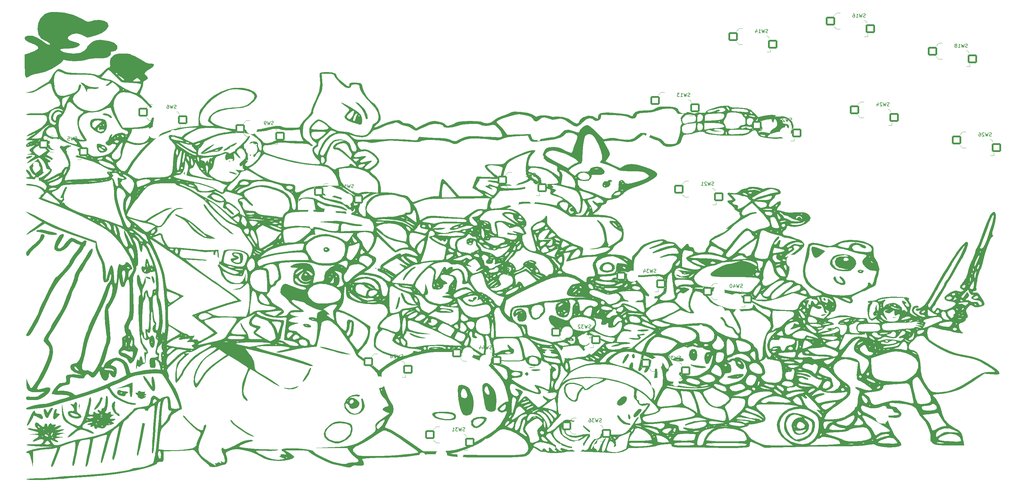
<source format=gbo>
G04 #@! TF.GenerationSoftware,KiCad,Pcbnew,(7.0.0)*
G04 #@! TF.CreationDate,2023-07-02T10:59:24-07:00*
G04 #@! TF.ProjectId,OpenOblongChocs,4f70656e-4f62-46c6-9f6e-6743686f6373,rev?*
G04 #@! TF.SameCoordinates,Original*
G04 #@! TF.FileFunction,Legend,Bot*
G04 #@! TF.FilePolarity,Positive*
%FSLAX46Y46*%
G04 Gerber Fmt 4.6, Leading zero omitted, Abs format (unit mm)*
G04 Created by KiCad (PCBNEW (7.0.0)) date 2023-07-02 10:59:24*
%MOMM*%
%LPD*%
G01*
G04 APERTURE LIST*
G04 Aperture macros list*
%AMRoundRect*
0 Rectangle with rounded corners*
0 $1 Rounding radius*
0 $2 $3 $4 $5 $6 $7 $8 $9 X,Y pos of 4 corners*
0 Add a 4 corners polygon primitive as box body*
4,1,4,$2,$3,$4,$5,$6,$7,$8,$9,$2,$3,0*
0 Add four circle primitives for the rounded corners*
1,1,$1+$1,$2,$3*
1,1,$1+$1,$4,$5*
1,1,$1+$1,$6,$7*
1,1,$1+$1,$8,$9*
0 Add four rect primitives between the rounded corners*
20,1,$1+$1,$2,$3,$4,$5,0*
20,1,$1+$1,$4,$5,$6,$7,0*
20,1,$1+$1,$6,$7,$8,$9,0*
20,1,$1+$1,$8,$9,$2,$3,0*%
G04 Aperture macros list end*
%ADD10C,0.150000*%
%ADD11C,0.120000*%
%ADD12C,3.800000*%
%ADD13C,0.990600*%
%ADD14C,0.650000*%
%ADD15O,0.800000X1.400000*%
%ADD16C,1.700000*%
%ADD17C,1.200000*%
%ADD18C,3.400000*%
%ADD19C,3.300000*%
%ADD20RoundRect,0.260000X-1.065000X-1.040000X1.065000X-1.040000X1.065000X1.040000X-1.065000X1.040000X0*%
G04 APERTURE END LIST*
D10*
X72529309Y-63791883D02*
X72386452Y-63839502D01*
X72386452Y-63839502D02*
X72148357Y-63839502D01*
X72148357Y-63839502D02*
X72053119Y-63791883D01*
X72053119Y-63791883D02*
X72005500Y-63744264D01*
X72005500Y-63744264D02*
X71957881Y-63649026D01*
X71957881Y-63649026D02*
X71957881Y-63553788D01*
X71957881Y-63553788D02*
X72005500Y-63458550D01*
X72005500Y-63458550D02*
X72053119Y-63410931D01*
X72053119Y-63410931D02*
X72148357Y-63363312D01*
X72148357Y-63363312D02*
X72338833Y-63315693D01*
X72338833Y-63315693D02*
X72434071Y-63268074D01*
X72434071Y-63268074D02*
X72481690Y-63220455D01*
X72481690Y-63220455D02*
X72529309Y-63125217D01*
X72529309Y-63125217D02*
X72529309Y-63029979D01*
X72529309Y-63029979D02*
X72481690Y-62934741D01*
X72481690Y-62934741D02*
X72434071Y-62887122D01*
X72434071Y-62887122D02*
X72338833Y-62839502D01*
X72338833Y-62839502D02*
X72100738Y-62839502D01*
X72100738Y-62839502D02*
X71957881Y-62887122D01*
X71624547Y-62839502D02*
X71386452Y-63839502D01*
X71386452Y-63839502D02*
X71195976Y-63125217D01*
X71195976Y-63125217D02*
X71005500Y-63839502D01*
X71005500Y-63839502D02*
X70767405Y-62839502D01*
X69910262Y-62839502D02*
X70386452Y-62839502D01*
X70386452Y-62839502D02*
X70434071Y-63315693D01*
X70434071Y-63315693D02*
X70386452Y-63268074D01*
X70386452Y-63268074D02*
X70291214Y-63220455D01*
X70291214Y-63220455D02*
X70053119Y-63220455D01*
X70053119Y-63220455D02*
X69957881Y-63268074D01*
X69957881Y-63268074D02*
X69910262Y-63315693D01*
X69910262Y-63315693D02*
X69862643Y-63410931D01*
X69862643Y-63410931D02*
X69862643Y-63649026D01*
X69862643Y-63649026D02*
X69910262Y-63744264D01*
X69910262Y-63744264D02*
X69957881Y-63791883D01*
X69957881Y-63791883D02*
X70053119Y-63839502D01*
X70053119Y-63839502D02*
X70291214Y-63839502D01*
X70291214Y-63839502D02*
X70386452Y-63791883D01*
X70386452Y-63791883D02*
X70434071Y-63744264D01*
X249496755Y-51144888D02*
X249353898Y-51192507D01*
X249353898Y-51192507D02*
X249115803Y-51192507D01*
X249115803Y-51192507D02*
X249020565Y-51144888D01*
X249020565Y-51144888D02*
X248972946Y-51097269D01*
X248972946Y-51097269D02*
X248925327Y-51002031D01*
X248925327Y-51002031D02*
X248925327Y-50906793D01*
X248925327Y-50906793D02*
X248972946Y-50811555D01*
X248972946Y-50811555D02*
X249020565Y-50763936D01*
X249020565Y-50763936D02*
X249115803Y-50716317D01*
X249115803Y-50716317D02*
X249306279Y-50668698D01*
X249306279Y-50668698D02*
X249401517Y-50621079D01*
X249401517Y-50621079D02*
X249449136Y-50573460D01*
X249449136Y-50573460D02*
X249496755Y-50478222D01*
X249496755Y-50478222D02*
X249496755Y-50382984D01*
X249496755Y-50382984D02*
X249449136Y-50287746D01*
X249449136Y-50287746D02*
X249401517Y-50240127D01*
X249401517Y-50240127D02*
X249306279Y-50192507D01*
X249306279Y-50192507D02*
X249068184Y-50192507D01*
X249068184Y-50192507D02*
X248925327Y-50240127D01*
X248591993Y-50192507D02*
X248353898Y-51192507D01*
X248353898Y-51192507D02*
X248163422Y-50478222D01*
X248163422Y-50478222D02*
X247972946Y-51192507D01*
X247972946Y-51192507D02*
X247734851Y-50192507D01*
X246830089Y-51192507D02*
X247401517Y-51192507D01*
X247115803Y-51192507D02*
X247115803Y-50192507D01*
X247115803Y-50192507D02*
X247211041Y-50335365D01*
X247211041Y-50335365D02*
X247306279Y-50430603D01*
X247306279Y-50430603D02*
X247401517Y-50478222D01*
X246496755Y-50192507D02*
X245877708Y-50192507D01*
X245877708Y-50192507D02*
X246211041Y-50573460D01*
X246211041Y-50573460D02*
X246068184Y-50573460D01*
X246068184Y-50573460D02*
X245972946Y-50621079D01*
X245972946Y-50621079D02*
X245925327Y-50668698D01*
X245925327Y-50668698D02*
X245877708Y-50763936D01*
X245877708Y-50763936D02*
X245877708Y-51002031D01*
X245877708Y-51002031D02*
X245925327Y-51097269D01*
X245925327Y-51097269D02*
X245972946Y-51144888D01*
X245972946Y-51144888D02*
X246068184Y-51192507D01*
X246068184Y-51192507D02*
X246353898Y-51192507D01*
X246353898Y-51192507D02*
X246449136Y-51144888D01*
X246449136Y-51144888D02*
X246496755Y-51097269D01*
X256392490Y-76813134D02*
X256249633Y-76860753D01*
X256249633Y-76860753D02*
X256011538Y-76860753D01*
X256011538Y-76860753D02*
X255916300Y-76813134D01*
X255916300Y-76813134D02*
X255868681Y-76765515D01*
X255868681Y-76765515D02*
X255821062Y-76670277D01*
X255821062Y-76670277D02*
X255821062Y-76575039D01*
X255821062Y-76575039D02*
X255868681Y-76479801D01*
X255868681Y-76479801D02*
X255916300Y-76432182D01*
X255916300Y-76432182D02*
X256011538Y-76384563D01*
X256011538Y-76384563D02*
X256202014Y-76336944D01*
X256202014Y-76336944D02*
X256297252Y-76289325D01*
X256297252Y-76289325D02*
X256344871Y-76241706D01*
X256344871Y-76241706D02*
X256392490Y-76146468D01*
X256392490Y-76146468D02*
X256392490Y-76051230D01*
X256392490Y-76051230D02*
X256344871Y-75955992D01*
X256344871Y-75955992D02*
X256297252Y-75908373D01*
X256297252Y-75908373D02*
X256202014Y-75860753D01*
X256202014Y-75860753D02*
X255963919Y-75860753D01*
X255963919Y-75860753D02*
X255821062Y-75908373D01*
X255487728Y-75860753D02*
X255249633Y-76860753D01*
X255249633Y-76860753D02*
X255059157Y-76146468D01*
X255059157Y-76146468D02*
X254868681Y-76860753D01*
X254868681Y-76860753D02*
X254630586Y-75860753D01*
X254297252Y-75955992D02*
X254249633Y-75908373D01*
X254249633Y-75908373D02*
X254154395Y-75860753D01*
X254154395Y-75860753D02*
X253916300Y-75860753D01*
X253916300Y-75860753D02*
X253821062Y-75908373D01*
X253821062Y-75908373D02*
X253773443Y-75955992D01*
X253773443Y-75955992D02*
X253725824Y-76051230D01*
X253725824Y-76051230D02*
X253725824Y-76146468D01*
X253725824Y-76146468D02*
X253773443Y-76289325D01*
X253773443Y-76289325D02*
X254344871Y-76860753D01*
X254344871Y-76860753D02*
X253725824Y-76860753D01*
X252773443Y-76860753D02*
X253344871Y-76860753D01*
X253059157Y-76860753D02*
X253059157Y-75860753D01*
X253059157Y-75860753D02*
X253154395Y-76003611D01*
X253154395Y-76003611D02*
X253249633Y-76098849D01*
X253249633Y-76098849D02*
X253344871Y-76146468D01*
X204911832Y-74246627D02*
X204768975Y-74294246D01*
X204768975Y-74294246D02*
X204530880Y-74294246D01*
X204530880Y-74294246D02*
X204435642Y-74246627D01*
X204435642Y-74246627D02*
X204388023Y-74199008D01*
X204388023Y-74199008D02*
X204340404Y-74103770D01*
X204340404Y-74103770D02*
X204340404Y-74008532D01*
X204340404Y-74008532D02*
X204388023Y-73913294D01*
X204388023Y-73913294D02*
X204435642Y-73865675D01*
X204435642Y-73865675D02*
X204530880Y-73818056D01*
X204530880Y-73818056D02*
X204721356Y-73770437D01*
X204721356Y-73770437D02*
X204816594Y-73722818D01*
X204816594Y-73722818D02*
X204864213Y-73675199D01*
X204864213Y-73675199D02*
X204911832Y-73579961D01*
X204911832Y-73579961D02*
X204911832Y-73484723D01*
X204911832Y-73484723D02*
X204864213Y-73389485D01*
X204864213Y-73389485D02*
X204816594Y-73341866D01*
X204816594Y-73341866D02*
X204721356Y-73294246D01*
X204721356Y-73294246D02*
X204483261Y-73294246D01*
X204483261Y-73294246D02*
X204340404Y-73341866D01*
X204007070Y-73294246D02*
X203768975Y-74294246D01*
X203768975Y-74294246D02*
X203578499Y-73579961D01*
X203578499Y-73579961D02*
X203388023Y-74294246D01*
X203388023Y-74294246D02*
X203149928Y-73294246D01*
X202816594Y-73389485D02*
X202768975Y-73341866D01*
X202768975Y-73341866D02*
X202673737Y-73294246D01*
X202673737Y-73294246D02*
X202435642Y-73294246D01*
X202435642Y-73294246D02*
X202340404Y-73341866D01*
X202340404Y-73341866D02*
X202292785Y-73389485D01*
X202292785Y-73389485D02*
X202245166Y-73484723D01*
X202245166Y-73484723D02*
X202245166Y-73579961D01*
X202245166Y-73579961D02*
X202292785Y-73722818D01*
X202292785Y-73722818D02*
X202864213Y-74294246D01*
X202864213Y-74294246D02*
X202245166Y-74294246D01*
X220885705Y-118133199D02*
X220742848Y-118180818D01*
X220742848Y-118180818D02*
X220504753Y-118180818D01*
X220504753Y-118180818D02*
X220409515Y-118133199D01*
X220409515Y-118133199D02*
X220361896Y-118085580D01*
X220361896Y-118085580D02*
X220314277Y-117990342D01*
X220314277Y-117990342D02*
X220314277Y-117895104D01*
X220314277Y-117895104D02*
X220361896Y-117799866D01*
X220361896Y-117799866D02*
X220409515Y-117752247D01*
X220409515Y-117752247D02*
X220504753Y-117704628D01*
X220504753Y-117704628D02*
X220695229Y-117657009D01*
X220695229Y-117657009D02*
X220790467Y-117609390D01*
X220790467Y-117609390D02*
X220838086Y-117561771D01*
X220838086Y-117561771D02*
X220885705Y-117466533D01*
X220885705Y-117466533D02*
X220885705Y-117371295D01*
X220885705Y-117371295D02*
X220838086Y-117276057D01*
X220838086Y-117276057D02*
X220790467Y-117228438D01*
X220790467Y-117228438D02*
X220695229Y-117180818D01*
X220695229Y-117180818D02*
X220457134Y-117180818D01*
X220457134Y-117180818D02*
X220314277Y-117228438D01*
X219980943Y-117180818D02*
X219742848Y-118180818D01*
X219742848Y-118180818D02*
X219552372Y-117466533D01*
X219552372Y-117466533D02*
X219361896Y-118180818D01*
X219361896Y-118180818D02*
X219123801Y-117180818D01*
X218838086Y-117180818D02*
X218219039Y-117180818D01*
X218219039Y-117180818D02*
X218552372Y-117561771D01*
X218552372Y-117561771D02*
X218409515Y-117561771D01*
X218409515Y-117561771D02*
X218314277Y-117609390D01*
X218314277Y-117609390D02*
X218266658Y-117657009D01*
X218266658Y-117657009D02*
X218219039Y-117752247D01*
X218219039Y-117752247D02*
X218219039Y-117990342D01*
X218219039Y-117990342D02*
X218266658Y-118085580D01*
X218266658Y-118085580D02*
X218314277Y-118133199D01*
X218314277Y-118133199D02*
X218409515Y-118180818D01*
X218409515Y-118180818D02*
X218695229Y-118180818D01*
X218695229Y-118180818D02*
X218790467Y-118133199D01*
X218790467Y-118133199D02*
X218838086Y-118085580D01*
X217838086Y-117276057D02*
X217790467Y-117228438D01*
X217790467Y-117228438D02*
X217695229Y-117180818D01*
X217695229Y-117180818D02*
X217457134Y-117180818D01*
X217457134Y-117180818D02*
X217361896Y-117228438D01*
X217361896Y-117228438D02*
X217314277Y-117276057D01*
X217314277Y-117276057D02*
X217266658Y-117371295D01*
X217266658Y-117371295D02*
X217266658Y-117466533D01*
X217266658Y-117466533D02*
X217314277Y-117609390D01*
X217314277Y-117609390D02*
X217885705Y-118180818D01*
X217885705Y-118180818D02*
X217266658Y-118180818D01*
X101167441Y-54587340D02*
X101024584Y-54634959D01*
X101024584Y-54634959D02*
X100786489Y-54634959D01*
X100786489Y-54634959D02*
X100691251Y-54587340D01*
X100691251Y-54587340D02*
X100643632Y-54539721D01*
X100643632Y-54539721D02*
X100596013Y-54444483D01*
X100596013Y-54444483D02*
X100596013Y-54349245D01*
X100596013Y-54349245D02*
X100643632Y-54254007D01*
X100643632Y-54254007D02*
X100691251Y-54206388D01*
X100691251Y-54206388D02*
X100786489Y-54158769D01*
X100786489Y-54158769D02*
X100976965Y-54111150D01*
X100976965Y-54111150D02*
X101072203Y-54063531D01*
X101072203Y-54063531D02*
X101119822Y-54015912D01*
X101119822Y-54015912D02*
X101167441Y-53920674D01*
X101167441Y-53920674D02*
X101167441Y-53825436D01*
X101167441Y-53825436D02*
X101119822Y-53730198D01*
X101119822Y-53730198D02*
X101072203Y-53682579D01*
X101072203Y-53682579D02*
X100976965Y-53634959D01*
X100976965Y-53634959D02*
X100738870Y-53634959D01*
X100738870Y-53634959D02*
X100596013Y-53682579D01*
X100262679Y-53634959D02*
X100024584Y-54634959D01*
X100024584Y-54634959D02*
X99834108Y-53920674D01*
X99834108Y-53920674D02*
X99643632Y-54634959D01*
X99643632Y-54634959D02*
X99405537Y-53634959D01*
X98596013Y-53634959D02*
X98786489Y-53634959D01*
X98786489Y-53634959D02*
X98881727Y-53682579D01*
X98881727Y-53682579D02*
X98929346Y-53730198D01*
X98929346Y-53730198D02*
X99024584Y-53873055D01*
X99024584Y-53873055D02*
X99072203Y-54063531D01*
X99072203Y-54063531D02*
X99072203Y-54444483D01*
X99072203Y-54444483D02*
X99024584Y-54539721D01*
X99024584Y-54539721D02*
X98976965Y-54587340D01*
X98976965Y-54587340D02*
X98881727Y-54634959D01*
X98881727Y-54634959D02*
X98691251Y-54634959D01*
X98691251Y-54634959D02*
X98596013Y-54587340D01*
X98596013Y-54587340D02*
X98548394Y-54539721D01*
X98548394Y-54539721D02*
X98500775Y-54444483D01*
X98500775Y-54444483D02*
X98500775Y-54206388D01*
X98500775Y-54206388D02*
X98548394Y-54111150D01*
X98548394Y-54111150D02*
X98596013Y-54063531D01*
X98596013Y-54063531D02*
X98691251Y-54015912D01*
X98691251Y-54015912D02*
X98881727Y-54015912D01*
X98881727Y-54015912D02*
X98976965Y-54063531D01*
X98976965Y-54063531D02*
X99024584Y-54111150D01*
X99024584Y-54111150D02*
X99072203Y-54206388D01*
X264684646Y-106397308D02*
X264541789Y-106444927D01*
X264541789Y-106444927D02*
X264303694Y-106444927D01*
X264303694Y-106444927D02*
X264208456Y-106397308D01*
X264208456Y-106397308D02*
X264160837Y-106349689D01*
X264160837Y-106349689D02*
X264113218Y-106254451D01*
X264113218Y-106254451D02*
X264113218Y-106159213D01*
X264113218Y-106159213D02*
X264160837Y-106063975D01*
X264160837Y-106063975D02*
X264208456Y-106016356D01*
X264208456Y-106016356D02*
X264303694Y-105968737D01*
X264303694Y-105968737D02*
X264494170Y-105921118D01*
X264494170Y-105921118D02*
X264589408Y-105873499D01*
X264589408Y-105873499D02*
X264637027Y-105825880D01*
X264637027Y-105825880D02*
X264684646Y-105730642D01*
X264684646Y-105730642D02*
X264684646Y-105635404D01*
X264684646Y-105635404D02*
X264637027Y-105540166D01*
X264637027Y-105540166D02*
X264589408Y-105492547D01*
X264589408Y-105492547D02*
X264494170Y-105444927D01*
X264494170Y-105444927D02*
X264256075Y-105444927D01*
X264256075Y-105444927D02*
X264113218Y-105492547D01*
X263779884Y-105444927D02*
X263541789Y-106444927D01*
X263541789Y-106444927D02*
X263351313Y-105730642D01*
X263351313Y-105730642D02*
X263160837Y-106444927D01*
X263160837Y-106444927D02*
X262922742Y-105444927D01*
X262113218Y-105778261D02*
X262113218Y-106444927D01*
X262351313Y-105397308D02*
X262589408Y-106111594D01*
X262589408Y-106111594D02*
X261970361Y-106111594D01*
X261398932Y-105444927D02*
X261303694Y-105444927D01*
X261303694Y-105444927D02*
X261208456Y-105492547D01*
X261208456Y-105492547D02*
X261160837Y-105540166D01*
X261160837Y-105540166D02*
X261113218Y-105635404D01*
X261113218Y-105635404D02*
X261065599Y-105825880D01*
X261065599Y-105825880D02*
X261065599Y-106063975D01*
X261065599Y-106063975D02*
X261113218Y-106254451D01*
X261113218Y-106254451D02*
X261160837Y-106349689D01*
X261160837Y-106349689D02*
X261208456Y-106397308D01*
X261208456Y-106397308D02*
X261303694Y-106444927D01*
X261303694Y-106444927D02*
X261398932Y-106444927D01*
X261398932Y-106444927D02*
X261494170Y-106397308D01*
X261494170Y-106397308D02*
X261541789Y-106349689D01*
X261541789Y-106349689D02*
X261589408Y-106254451D01*
X261589408Y-106254451D02*
X261637027Y-106063975D01*
X261637027Y-106063975D02*
X261637027Y-105825880D01*
X261637027Y-105825880D02*
X261589408Y-105635404D01*
X261589408Y-105635404D02*
X261541789Y-105540166D01*
X261541789Y-105540166D02*
X261494170Y-105492547D01*
X261494170Y-105492547D02*
X261398932Y-105444927D01*
X152361058Y-77532824D02*
X152218201Y-77580443D01*
X152218201Y-77580443D02*
X151980106Y-77580443D01*
X151980106Y-77580443D02*
X151884868Y-77532824D01*
X151884868Y-77532824D02*
X151837249Y-77485205D01*
X151837249Y-77485205D02*
X151789630Y-77389967D01*
X151789630Y-77389967D02*
X151789630Y-77294729D01*
X151789630Y-77294729D02*
X151837249Y-77199491D01*
X151837249Y-77199491D02*
X151884868Y-77151872D01*
X151884868Y-77151872D02*
X151980106Y-77104253D01*
X151980106Y-77104253D02*
X152170582Y-77056634D01*
X152170582Y-77056634D02*
X152265820Y-77009015D01*
X152265820Y-77009015D02*
X152313439Y-76961396D01*
X152313439Y-76961396D02*
X152361058Y-76866158D01*
X152361058Y-76866158D02*
X152361058Y-76770920D01*
X152361058Y-76770920D02*
X152313439Y-76675682D01*
X152313439Y-76675682D02*
X152265820Y-76628063D01*
X152265820Y-76628063D02*
X152170582Y-76580443D01*
X152170582Y-76580443D02*
X151932487Y-76580443D01*
X151932487Y-76580443D02*
X151789630Y-76628063D01*
X151456296Y-76580443D02*
X151218201Y-77580443D01*
X151218201Y-77580443D02*
X151027725Y-76866158D01*
X151027725Y-76866158D02*
X150837249Y-77580443D01*
X150837249Y-77580443D02*
X150599154Y-76580443D01*
X149694392Y-77580443D02*
X150265820Y-77580443D01*
X149980106Y-77580443D02*
X149980106Y-76580443D01*
X149980106Y-76580443D02*
X150075344Y-76723301D01*
X150075344Y-76723301D02*
X150170582Y-76818539D01*
X150170582Y-76818539D02*
X150265820Y-76866158D01*
X148742011Y-77580443D02*
X149313439Y-77580443D01*
X149027725Y-77580443D02*
X149027725Y-76580443D01*
X149027725Y-76580443D02*
X149122963Y-76723301D01*
X149122963Y-76723301D02*
X149218201Y-76818539D01*
X149218201Y-76818539D02*
X149313439Y-76866158D01*
X272006382Y-32694278D02*
X271863525Y-32741897D01*
X271863525Y-32741897D02*
X271625430Y-32741897D01*
X271625430Y-32741897D02*
X271530192Y-32694278D01*
X271530192Y-32694278D02*
X271482573Y-32646659D01*
X271482573Y-32646659D02*
X271434954Y-32551421D01*
X271434954Y-32551421D02*
X271434954Y-32456183D01*
X271434954Y-32456183D02*
X271482573Y-32360945D01*
X271482573Y-32360945D02*
X271530192Y-32313326D01*
X271530192Y-32313326D02*
X271625430Y-32265707D01*
X271625430Y-32265707D02*
X271815906Y-32218088D01*
X271815906Y-32218088D02*
X271911144Y-32170469D01*
X271911144Y-32170469D02*
X271958763Y-32122850D01*
X271958763Y-32122850D02*
X272006382Y-32027612D01*
X272006382Y-32027612D02*
X272006382Y-31932374D01*
X272006382Y-31932374D02*
X271958763Y-31837136D01*
X271958763Y-31837136D02*
X271911144Y-31789517D01*
X271911144Y-31789517D02*
X271815906Y-31741897D01*
X271815906Y-31741897D02*
X271577811Y-31741897D01*
X271577811Y-31741897D02*
X271434954Y-31789517D01*
X271101620Y-31741897D02*
X270863525Y-32741897D01*
X270863525Y-32741897D02*
X270673049Y-32027612D01*
X270673049Y-32027612D02*
X270482573Y-32741897D01*
X270482573Y-32741897D02*
X270244478Y-31741897D01*
X269339716Y-32741897D02*
X269911144Y-32741897D01*
X269625430Y-32741897D02*
X269625430Y-31741897D01*
X269625430Y-31741897D02*
X269720668Y-31884755D01*
X269720668Y-31884755D02*
X269815906Y-31979993D01*
X269815906Y-31979993D02*
X269911144Y-32027612D01*
X268482573Y-32075231D02*
X268482573Y-32741897D01*
X268720668Y-31694278D02*
X268958763Y-32408564D01*
X268958763Y-32408564D02*
X268339716Y-32408564D01*
X129262774Y-59293299D02*
X129119917Y-59340918D01*
X129119917Y-59340918D02*
X128881822Y-59340918D01*
X128881822Y-59340918D02*
X128786584Y-59293299D01*
X128786584Y-59293299D02*
X128738965Y-59245680D01*
X128738965Y-59245680D02*
X128691346Y-59150442D01*
X128691346Y-59150442D02*
X128691346Y-59055204D01*
X128691346Y-59055204D02*
X128738965Y-58959966D01*
X128738965Y-58959966D02*
X128786584Y-58912347D01*
X128786584Y-58912347D02*
X128881822Y-58864728D01*
X128881822Y-58864728D02*
X129072298Y-58817109D01*
X129072298Y-58817109D02*
X129167536Y-58769490D01*
X129167536Y-58769490D02*
X129215155Y-58721871D01*
X129215155Y-58721871D02*
X129262774Y-58626633D01*
X129262774Y-58626633D02*
X129262774Y-58531395D01*
X129262774Y-58531395D02*
X129215155Y-58436157D01*
X129215155Y-58436157D02*
X129167536Y-58388538D01*
X129167536Y-58388538D02*
X129072298Y-58340918D01*
X129072298Y-58340918D02*
X128834203Y-58340918D01*
X128834203Y-58340918D02*
X128691346Y-58388538D01*
X128358012Y-58340918D02*
X128119917Y-59340918D01*
X128119917Y-59340918D02*
X127929441Y-58626633D01*
X127929441Y-58626633D02*
X127738965Y-59340918D01*
X127738965Y-59340918D02*
X127500870Y-58340918D01*
X127072298Y-59340918D02*
X126881822Y-59340918D01*
X126881822Y-59340918D02*
X126786584Y-59293299D01*
X126786584Y-59293299D02*
X126738965Y-59245680D01*
X126738965Y-59245680D02*
X126643727Y-59102823D01*
X126643727Y-59102823D02*
X126596108Y-58912347D01*
X126596108Y-58912347D02*
X126596108Y-58531395D01*
X126596108Y-58531395D02*
X126643727Y-58436157D01*
X126643727Y-58436157D02*
X126691346Y-58388538D01*
X126691346Y-58388538D02*
X126786584Y-58340918D01*
X126786584Y-58340918D02*
X126977060Y-58340918D01*
X126977060Y-58340918D02*
X127072298Y-58388538D01*
X127072298Y-58388538D02*
X127119917Y-58436157D01*
X127119917Y-58436157D02*
X127167536Y-58531395D01*
X127167536Y-58531395D02*
X127167536Y-58769490D01*
X127167536Y-58769490D02*
X127119917Y-58864728D01*
X127119917Y-58864728D02*
X127072298Y-58912347D01*
X127072298Y-58912347D02*
X126977060Y-58959966D01*
X126977060Y-58959966D02*
X126786584Y-58959966D01*
X126786584Y-58959966D02*
X126691346Y-58912347D01*
X126691346Y-58912347D02*
X126643727Y-58864728D01*
X126643727Y-58864728D02*
X126596108Y-58769490D01*
X223956977Y-145255596D02*
X223814120Y-145303215D01*
X223814120Y-145303215D02*
X223576025Y-145303215D01*
X223576025Y-145303215D02*
X223480787Y-145255596D01*
X223480787Y-145255596D02*
X223433168Y-145207977D01*
X223433168Y-145207977D02*
X223385549Y-145112739D01*
X223385549Y-145112739D02*
X223385549Y-145017501D01*
X223385549Y-145017501D02*
X223433168Y-144922263D01*
X223433168Y-144922263D02*
X223480787Y-144874644D01*
X223480787Y-144874644D02*
X223576025Y-144827025D01*
X223576025Y-144827025D02*
X223766501Y-144779406D01*
X223766501Y-144779406D02*
X223861739Y-144731787D01*
X223861739Y-144731787D02*
X223909358Y-144684168D01*
X223909358Y-144684168D02*
X223956977Y-144588930D01*
X223956977Y-144588930D02*
X223956977Y-144493692D01*
X223956977Y-144493692D02*
X223909358Y-144398454D01*
X223909358Y-144398454D02*
X223861739Y-144350835D01*
X223861739Y-144350835D02*
X223766501Y-144303215D01*
X223766501Y-144303215D02*
X223528406Y-144303215D01*
X223528406Y-144303215D02*
X223385549Y-144350835D01*
X223052215Y-144303215D02*
X222814120Y-145303215D01*
X222814120Y-145303215D02*
X222623644Y-144588930D01*
X222623644Y-144588930D02*
X222433168Y-145303215D01*
X222433168Y-145303215D02*
X222195073Y-144303215D01*
X221909358Y-144303215D02*
X221290311Y-144303215D01*
X221290311Y-144303215D02*
X221623644Y-144684168D01*
X221623644Y-144684168D02*
X221480787Y-144684168D01*
X221480787Y-144684168D02*
X221385549Y-144731787D01*
X221385549Y-144731787D02*
X221337930Y-144779406D01*
X221337930Y-144779406D02*
X221290311Y-144874644D01*
X221290311Y-144874644D02*
X221290311Y-145112739D01*
X221290311Y-145112739D02*
X221337930Y-145207977D01*
X221337930Y-145207977D02*
X221385549Y-145255596D01*
X221385549Y-145255596D02*
X221480787Y-145303215D01*
X221480787Y-145303215D02*
X221766501Y-145303215D01*
X221766501Y-145303215D02*
X221861739Y-145255596D01*
X221861739Y-145255596D02*
X221909358Y-145207977D01*
X220433168Y-144303215D02*
X220623644Y-144303215D01*
X220623644Y-144303215D02*
X220718882Y-144350835D01*
X220718882Y-144350835D02*
X220766501Y-144398454D01*
X220766501Y-144398454D02*
X220861739Y-144541311D01*
X220861739Y-144541311D02*
X220909358Y-144731787D01*
X220909358Y-144731787D02*
X220909358Y-145112739D01*
X220909358Y-145112739D02*
X220861739Y-145207977D01*
X220861739Y-145207977D02*
X220814120Y-145255596D01*
X220814120Y-145255596D02*
X220718882Y-145303215D01*
X220718882Y-145303215D02*
X220528406Y-145303215D01*
X220528406Y-145303215D02*
X220433168Y-145255596D01*
X220433168Y-145255596D02*
X220385549Y-145207977D01*
X220385549Y-145207977D02*
X220337930Y-145112739D01*
X220337930Y-145112739D02*
X220337930Y-144874644D01*
X220337930Y-144874644D02*
X220385549Y-144779406D01*
X220385549Y-144779406D02*
X220433168Y-144731787D01*
X220433168Y-144731787D02*
X220528406Y-144684168D01*
X220528406Y-144684168D02*
X220718882Y-144684168D01*
X220718882Y-144684168D02*
X220814120Y-144731787D01*
X220814120Y-144731787D02*
X220861739Y-144779406D01*
X220861739Y-144779406D02*
X220909358Y-144874644D01*
X184520826Y-147827147D02*
X184377969Y-147874766D01*
X184377969Y-147874766D02*
X184139874Y-147874766D01*
X184139874Y-147874766D02*
X184044636Y-147827147D01*
X184044636Y-147827147D02*
X183997017Y-147779528D01*
X183997017Y-147779528D02*
X183949398Y-147684290D01*
X183949398Y-147684290D02*
X183949398Y-147589052D01*
X183949398Y-147589052D02*
X183997017Y-147493814D01*
X183997017Y-147493814D02*
X184044636Y-147446195D01*
X184044636Y-147446195D02*
X184139874Y-147398576D01*
X184139874Y-147398576D02*
X184330350Y-147350957D01*
X184330350Y-147350957D02*
X184425588Y-147303338D01*
X184425588Y-147303338D02*
X184473207Y-147255719D01*
X184473207Y-147255719D02*
X184520826Y-147160481D01*
X184520826Y-147160481D02*
X184520826Y-147065243D01*
X184520826Y-147065243D02*
X184473207Y-146970005D01*
X184473207Y-146970005D02*
X184425588Y-146922386D01*
X184425588Y-146922386D02*
X184330350Y-146874766D01*
X184330350Y-146874766D02*
X184092255Y-146874766D01*
X184092255Y-146874766D02*
X183949398Y-146922386D01*
X183616064Y-146874766D02*
X183377969Y-147874766D01*
X183377969Y-147874766D02*
X183187493Y-147160481D01*
X183187493Y-147160481D02*
X182997017Y-147874766D01*
X182997017Y-147874766D02*
X182758922Y-146874766D01*
X182473207Y-146874766D02*
X181854160Y-146874766D01*
X181854160Y-146874766D02*
X182187493Y-147255719D01*
X182187493Y-147255719D02*
X182044636Y-147255719D01*
X182044636Y-147255719D02*
X181949398Y-147303338D01*
X181949398Y-147303338D02*
X181901779Y-147350957D01*
X181901779Y-147350957D02*
X181854160Y-147446195D01*
X181854160Y-147446195D02*
X181854160Y-147684290D01*
X181854160Y-147684290D02*
X181901779Y-147779528D01*
X181901779Y-147779528D02*
X181949398Y-147827147D01*
X181949398Y-147827147D02*
X182044636Y-147874766D01*
X182044636Y-147874766D02*
X182330350Y-147874766D01*
X182330350Y-147874766D02*
X182425588Y-147827147D01*
X182425588Y-147827147D02*
X182473207Y-147779528D01*
X180901779Y-147874766D02*
X181473207Y-147874766D01*
X181187493Y-147874766D02*
X181187493Y-146874766D01*
X181187493Y-146874766D02*
X181282731Y-147017624D01*
X181282731Y-147017624D02*
X181377969Y-147112862D01*
X181377969Y-147112862D02*
X181473207Y-147160481D01*
X166687218Y-126723377D02*
X166544361Y-126770996D01*
X166544361Y-126770996D02*
X166306266Y-126770996D01*
X166306266Y-126770996D02*
X166211028Y-126723377D01*
X166211028Y-126723377D02*
X166163409Y-126675758D01*
X166163409Y-126675758D02*
X166115790Y-126580520D01*
X166115790Y-126580520D02*
X166115790Y-126485282D01*
X166115790Y-126485282D02*
X166163409Y-126390044D01*
X166163409Y-126390044D02*
X166211028Y-126342425D01*
X166211028Y-126342425D02*
X166306266Y-126294806D01*
X166306266Y-126294806D02*
X166496742Y-126247187D01*
X166496742Y-126247187D02*
X166591980Y-126199568D01*
X166591980Y-126199568D02*
X166639599Y-126151949D01*
X166639599Y-126151949D02*
X166687218Y-126056711D01*
X166687218Y-126056711D02*
X166687218Y-125961473D01*
X166687218Y-125961473D02*
X166639599Y-125866235D01*
X166639599Y-125866235D02*
X166591980Y-125818616D01*
X166591980Y-125818616D02*
X166496742Y-125770996D01*
X166496742Y-125770996D02*
X166258647Y-125770996D01*
X166258647Y-125770996D02*
X166115790Y-125818616D01*
X165782456Y-125770996D02*
X165544361Y-126770996D01*
X165544361Y-126770996D02*
X165353885Y-126056711D01*
X165353885Y-126056711D02*
X165163409Y-126770996D01*
X165163409Y-126770996D02*
X164925314Y-125770996D01*
X164591980Y-125866235D02*
X164544361Y-125818616D01*
X164544361Y-125818616D02*
X164449123Y-125770996D01*
X164449123Y-125770996D02*
X164211028Y-125770996D01*
X164211028Y-125770996D02*
X164115790Y-125818616D01*
X164115790Y-125818616D02*
X164068171Y-125866235D01*
X164068171Y-125866235D02*
X164020552Y-125961473D01*
X164020552Y-125961473D02*
X164020552Y-126056711D01*
X164020552Y-126056711D02*
X164068171Y-126199568D01*
X164068171Y-126199568D02*
X164639599Y-126770996D01*
X164639599Y-126770996D02*
X164020552Y-126770996D01*
X163449123Y-126199568D02*
X163544361Y-126151949D01*
X163544361Y-126151949D02*
X163591980Y-126104330D01*
X163591980Y-126104330D02*
X163639599Y-126009092D01*
X163639599Y-126009092D02*
X163639599Y-125961473D01*
X163639599Y-125961473D02*
X163591980Y-125866235D01*
X163591980Y-125866235D02*
X163544361Y-125818616D01*
X163544361Y-125818616D02*
X163449123Y-125770996D01*
X163449123Y-125770996D02*
X163258647Y-125770996D01*
X163258647Y-125770996D02*
X163163409Y-125818616D01*
X163163409Y-125818616D02*
X163115790Y-125866235D01*
X163115790Y-125866235D02*
X163068171Y-125961473D01*
X163068171Y-125961473D02*
X163068171Y-126009092D01*
X163068171Y-126009092D02*
X163115790Y-126104330D01*
X163115790Y-126104330D02*
X163163409Y-126151949D01*
X163163409Y-126151949D02*
X163258647Y-126199568D01*
X163258647Y-126199568D02*
X163449123Y-126199568D01*
X163449123Y-126199568D02*
X163544361Y-126247187D01*
X163544361Y-126247187D02*
X163591980Y-126294806D01*
X163591980Y-126294806D02*
X163639599Y-126390044D01*
X163639599Y-126390044D02*
X163639599Y-126580520D01*
X163639599Y-126580520D02*
X163591980Y-126675758D01*
X163591980Y-126675758D02*
X163544361Y-126723377D01*
X163544361Y-126723377D02*
X163449123Y-126770996D01*
X163449123Y-126770996D02*
X163258647Y-126770996D01*
X163258647Y-126770996D02*
X163163409Y-126723377D01*
X163163409Y-126723377D02*
X163115790Y-126675758D01*
X163115790Y-126675758D02*
X163068171Y-126580520D01*
X163068171Y-126580520D02*
X163068171Y-126390044D01*
X163068171Y-126390044D02*
X163115790Y-126294806D01*
X163115790Y-126294806D02*
X163163409Y-126247187D01*
X163163409Y-126247187D02*
X163258647Y-126199568D01*
X307061190Y-53898306D02*
X306918333Y-53945925D01*
X306918333Y-53945925D02*
X306680238Y-53945925D01*
X306680238Y-53945925D02*
X306585000Y-53898306D01*
X306585000Y-53898306D02*
X306537381Y-53850687D01*
X306537381Y-53850687D02*
X306489762Y-53755449D01*
X306489762Y-53755449D02*
X306489762Y-53660211D01*
X306489762Y-53660211D02*
X306537381Y-53564973D01*
X306537381Y-53564973D02*
X306585000Y-53517354D01*
X306585000Y-53517354D02*
X306680238Y-53469735D01*
X306680238Y-53469735D02*
X306870714Y-53422116D01*
X306870714Y-53422116D02*
X306965952Y-53374497D01*
X306965952Y-53374497D02*
X307013571Y-53326878D01*
X307013571Y-53326878D02*
X307061190Y-53231640D01*
X307061190Y-53231640D02*
X307061190Y-53136402D01*
X307061190Y-53136402D02*
X307013571Y-53041164D01*
X307013571Y-53041164D02*
X306965952Y-52993545D01*
X306965952Y-52993545D02*
X306870714Y-52945925D01*
X306870714Y-52945925D02*
X306632619Y-52945925D01*
X306632619Y-52945925D02*
X306489762Y-52993545D01*
X306156428Y-52945925D02*
X305918333Y-53945925D01*
X305918333Y-53945925D02*
X305727857Y-53231640D01*
X305727857Y-53231640D02*
X305537381Y-53945925D01*
X305537381Y-53945925D02*
X305299286Y-52945925D01*
X304965952Y-53041164D02*
X304918333Y-52993545D01*
X304918333Y-52993545D02*
X304823095Y-52945925D01*
X304823095Y-52945925D02*
X304585000Y-52945925D01*
X304585000Y-52945925D02*
X304489762Y-52993545D01*
X304489762Y-52993545D02*
X304442143Y-53041164D01*
X304442143Y-53041164D02*
X304394524Y-53136402D01*
X304394524Y-53136402D02*
X304394524Y-53231640D01*
X304394524Y-53231640D02*
X304442143Y-53374497D01*
X304442143Y-53374497D02*
X305013571Y-53945925D01*
X305013571Y-53945925D02*
X304394524Y-53945925D01*
X303537381Y-53279259D02*
X303537381Y-53945925D01*
X303775476Y-52898306D02*
X304013571Y-53612592D01*
X304013571Y-53612592D02*
X303394524Y-53612592D01*
X329645091Y-36931668D02*
X329502234Y-36979287D01*
X329502234Y-36979287D02*
X329264139Y-36979287D01*
X329264139Y-36979287D02*
X329168901Y-36931668D01*
X329168901Y-36931668D02*
X329121282Y-36884049D01*
X329121282Y-36884049D02*
X329073663Y-36788811D01*
X329073663Y-36788811D02*
X329073663Y-36693573D01*
X329073663Y-36693573D02*
X329121282Y-36598335D01*
X329121282Y-36598335D02*
X329168901Y-36550716D01*
X329168901Y-36550716D02*
X329264139Y-36503097D01*
X329264139Y-36503097D02*
X329454615Y-36455478D01*
X329454615Y-36455478D02*
X329549853Y-36407859D01*
X329549853Y-36407859D02*
X329597472Y-36360240D01*
X329597472Y-36360240D02*
X329645091Y-36265002D01*
X329645091Y-36265002D02*
X329645091Y-36169764D01*
X329645091Y-36169764D02*
X329597472Y-36074526D01*
X329597472Y-36074526D02*
X329549853Y-36026907D01*
X329549853Y-36026907D02*
X329454615Y-35979287D01*
X329454615Y-35979287D02*
X329216520Y-35979287D01*
X329216520Y-35979287D02*
X329073663Y-36026907D01*
X328740329Y-35979287D02*
X328502234Y-36979287D01*
X328502234Y-36979287D02*
X328311758Y-36265002D01*
X328311758Y-36265002D02*
X328121282Y-36979287D01*
X328121282Y-36979287D02*
X327883187Y-35979287D01*
X326978425Y-36979287D02*
X327549853Y-36979287D01*
X327264139Y-36979287D02*
X327264139Y-35979287D01*
X327264139Y-35979287D02*
X327359377Y-36122145D01*
X327359377Y-36122145D02*
X327454615Y-36217383D01*
X327454615Y-36217383D02*
X327549853Y-36265002D01*
X326406996Y-36407859D02*
X326502234Y-36360240D01*
X326502234Y-36360240D02*
X326549853Y-36312621D01*
X326549853Y-36312621D02*
X326597472Y-36217383D01*
X326597472Y-36217383D02*
X326597472Y-36169764D01*
X326597472Y-36169764D02*
X326549853Y-36074526D01*
X326549853Y-36074526D02*
X326502234Y-36026907D01*
X326502234Y-36026907D02*
X326406996Y-35979287D01*
X326406996Y-35979287D02*
X326216520Y-35979287D01*
X326216520Y-35979287D02*
X326121282Y-36026907D01*
X326121282Y-36026907D02*
X326073663Y-36074526D01*
X326073663Y-36074526D02*
X326026044Y-36169764D01*
X326026044Y-36169764D02*
X326026044Y-36217383D01*
X326026044Y-36217383D02*
X326073663Y-36312621D01*
X326073663Y-36312621D02*
X326121282Y-36360240D01*
X326121282Y-36360240D02*
X326216520Y-36407859D01*
X326216520Y-36407859D02*
X326406996Y-36407859D01*
X326406996Y-36407859D02*
X326502234Y-36455478D01*
X326502234Y-36455478D02*
X326549853Y-36503097D01*
X326549853Y-36503097D02*
X326597472Y-36598335D01*
X326597472Y-36598335D02*
X326597472Y-36788811D01*
X326597472Y-36788811D02*
X326549853Y-36884049D01*
X326549853Y-36884049D02*
X326502234Y-36931668D01*
X326502234Y-36931668D02*
X326406996Y-36979287D01*
X326406996Y-36979287D02*
X326216520Y-36979287D01*
X326216520Y-36979287D02*
X326121282Y-36931668D01*
X326121282Y-36931668D02*
X326073663Y-36884049D01*
X326073663Y-36884049D02*
X326026044Y-36788811D01*
X326026044Y-36788811D02*
X326026044Y-36598335D01*
X326026044Y-36598335D02*
X326073663Y-36503097D01*
X326073663Y-36503097D02*
X326121282Y-36455478D01*
X326121282Y-36455478D02*
X326216520Y-36407859D01*
X246789360Y-127151118D02*
X246646503Y-127198737D01*
X246646503Y-127198737D02*
X246408408Y-127198737D01*
X246408408Y-127198737D02*
X246313170Y-127151118D01*
X246313170Y-127151118D02*
X246265551Y-127103499D01*
X246265551Y-127103499D02*
X246217932Y-127008261D01*
X246217932Y-127008261D02*
X246217932Y-126913023D01*
X246217932Y-126913023D02*
X246265551Y-126817785D01*
X246265551Y-126817785D02*
X246313170Y-126770166D01*
X246313170Y-126770166D02*
X246408408Y-126722547D01*
X246408408Y-126722547D02*
X246598884Y-126674928D01*
X246598884Y-126674928D02*
X246694122Y-126627309D01*
X246694122Y-126627309D02*
X246741741Y-126579690D01*
X246741741Y-126579690D02*
X246789360Y-126484452D01*
X246789360Y-126484452D02*
X246789360Y-126389214D01*
X246789360Y-126389214D02*
X246741741Y-126293976D01*
X246741741Y-126293976D02*
X246694122Y-126246357D01*
X246694122Y-126246357D02*
X246598884Y-126198737D01*
X246598884Y-126198737D02*
X246360789Y-126198737D01*
X246360789Y-126198737D02*
X246217932Y-126246357D01*
X245884598Y-126198737D02*
X245646503Y-127198737D01*
X245646503Y-127198737D02*
X245456027Y-126484452D01*
X245456027Y-126484452D02*
X245265551Y-127198737D01*
X245265551Y-127198737D02*
X245027456Y-126198737D01*
X244741741Y-126198737D02*
X244122694Y-126198737D01*
X244122694Y-126198737D02*
X244456027Y-126579690D01*
X244456027Y-126579690D02*
X244313170Y-126579690D01*
X244313170Y-126579690D02*
X244217932Y-126627309D01*
X244217932Y-126627309D02*
X244170313Y-126674928D01*
X244170313Y-126674928D02*
X244122694Y-126770166D01*
X244122694Y-126770166D02*
X244122694Y-127008261D01*
X244122694Y-127008261D02*
X244170313Y-127103499D01*
X244170313Y-127103499D02*
X244217932Y-127151118D01*
X244217932Y-127151118D02*
X244313170Y-127198737D01*
X244313170Y-127198737D02*
X244598884Y-127198737D01*
X244598884Y-127198737D02*
X244694122Y-127151118D01*
X244694122Y-127151118D02*
X244741741Y-127103499D01*
X243646503Y-127198737D02*
X243456027Y-127198737D01*
X243456027Y-127198737D02*
X243360789Y-127151118D01*
X243360789Y-127151118D02*
X243313170Y-127103499D01*
X243313170Y-127103499D02*
X243217932Y-126960642D01*
X243217932Y-126960642D02*
X243170313Y-126770166D01*
X243170313Y-126770166D02*
X243170313Y-126389214D01*
X243170313Y-126389214D02*
X243217932Y-126293976D01*
X243217932Y-126293976D02*
X243265551Y-126246357D01*
X243265551Y-126246357D02*
X243360789Y-126198737D01*
X243360789Y-126198737D02*
X243551265Y-126198737D01*
X243551265Y-126198737D02*
X243646503Y-126246357D01*
X243646503Y-126246357D02*
X243694122Y-126293976D01*
X243694122Y-126293976D02*
X243741741Y-126389214D01*
X243741741Y-126389214D02*
X243741741Y-126627309D01*
X243741741Y-126627309D02*
X243694122Y-126722547D01*
X243694122Y-126722547D02*
X243646503Y-126770166D01*
X243646503Y-126770166D02*
X243551265Y-126817785D01*
X243551265Y-126817785D02*
X243360789Y-126817785D01*
X243360789Y-126817785D02*
X243265551Y-126770166D01*
X243265551Y-126770166D02*
X243217932Y-126722547D01*
X243217932Y-126722547D02*
X243170313Y-126627309D01*
X278902376Y-58363490D02*
X278759519Y-58411109D01*
X278759519Y-58411109D02*
X278521424Y-58411109D01*
X278521424Y-58411109D02*
X278426186Y-58363490D01*
X278426186Y-58363490D02*
X278378567Y-58315871D01*
X278378567Y-58315871D02*
X278330948Y-58220633D01*
X278330948Y-58220633D02*
X278330948Y-58125395D01*
X278330948Y-58125395D02*
X278378567Y-58030157D01*
X278378567Y-58030157D02*
X278426186Y-57982538D01*
X278426186Y-57982538D02*
X278521424Y-57934919D01*
X278521424Y-57934919D02*
X278711900Y-57887300D01*
X278711900Y-57887300D02*
X278807138Y-57839681D01*
X278807138Y-57839681D02*
X278854757Y-57792062D01*
X278854757Y-57792062D02*
X278902376Y-57696824D01*
X278902376Y-57696824D02*
X278902376Y-57601586D01*
X278902376Y-57601586D02*
X278854757Y-57506348D01*
X278854757Y-57506348D02*
X278807138Y-57458729D01*
X278807138Y-57458729D02*
X278711900Y-57411109D01*
X278711900Y-57411109D02*
X278473805Y-57411109D01*
X278473805Y-57411109D02*
X278330948Y-57458729D01*
X277997614Y-57411109D02*
X277759519Y-58411109D01*
X277759519Y-58411109D02*
X277569043Y-57696824D01*
X277569043Y-57696824D02*
X277378567Y-58411109D01*
X277378567Y-58411109D02*
X277140472Y-57411109D01*
X276807138Y-57506348D02*
X276759519Y-57458729D01*
X276759519Y-57458729D02*
X276664281Y-57411109D01*
X276664281Y-57411109D02*
X276426186Y-57411109D01*
X276426186Y-57411109D02*
X276330948Y-57458729D01*
X276330948Y-57458729D02*
X276283329Y-57506348D01*
X276283329Y-57506348D02*
X276235710Y-57601586D01*
X276235710Y-57601586D02*
X276235710Y-57696824D01*
X276235710Y-57696824D02*
X276283329Y-57839681D01*
X276283329Y-57839681D02*
X276854757Y-58411109D01*
X276854757Y-58411109D02*
X276235710Y-58411109D01*
X275854757Y-57506348D02*
X275807138Y-57458729D01*
X275807138Y-57458729D02*
X275711900Y-57411109D01*
X275711900Y-57411109D02*
X275473805Y-57411109D01*
X275473805Y-57411109D02*
X275378567Y-57458729D01*
X275378567Y-57458729D02*
X275330948Y-57506348D01*
X275330948Y-57506348D02*
X275283329Y-57601586D01*
X275283329Y-57601586D02*
X275283329Y-57696824D01*
X275283329Y-57696824D02*
X275330948Y-57839681D01*
X275330948Y-57839681D02*
X275902376Y-58411109D01*
X275902376Y-58411109D02*
X275283329Y-58411109D01*
X336541085Y-62600880D02*
X336398228Y-62648499D01*
X336398228Y-62648499D02*
X336160133Y-62648499D01*
X336160133Y-62648499D02*
X336064895Y-62600880D01*
X336064895Y-62600880D02*
X336017276Y-62553261D01*
X336017276Y-62553261D02*
X335969657Y-62458023D01*
X335969657Y-62458023D02*
X335969657Y-62362785D01*
X335969657Y-62362785D02*
X336017276Y-62267547D01*
X336017276Y-62267547D02*
X336064895Y-62219928D01*
X336064895Y-62219928D02*
X336160133Y-62172309D01*
X336160133Y-62172309D02*
X336350609Y-62124690D01*
X336350609Y-62124690D02*
X336445847Y-62077071D01*
X336445847Y-62077071D02*
X336493466Y-62029452D01*
X336493466Y-62029452D02*
X336541085Y-61934214D01*
X336541085Y-61934214D02*
X336541085Y-61838976D01*
X336541085Y-61838976D02*
X336493466Y-61743738D01*
X336493466Y-61743738D02*
X336445847Y-61696119D01*
X336445847Y-61696119D02*
X336350609Y-61648499D01*
X336350609Y-61648499D02*
X336112514Y-61648499D01*
X336112514Y-61648499D02*
X335969657Y-61696119D01*
X335636323Y-61648499D02*
X335398228Y-62648499D01*
X335398228Y-62648499D02*
X335207752Y-61934214D01*
X335207752Y-61934214D02*
X335017276Y-62648499D01*
X335017276Y-62648499D02*
X334779181Y-61648499D01*
X334445847Y-61743738D02*
X334398228Y-61696119D01*
X334398228Y-61696119D02*
X334302990Y-61648499D01*
X334302990Y-61648499D02*
X334064895Y-61648499D01*
X334064895Y-61648499D02*
X333969657Y-61696119D01*
X333969657Y-61696119D02*
X333922038Y-61743738D01*
X333922038Y-61743738D02*
X333874419Y-61838976D01*
X333874419Y-61838976D02*
X333874419Y-61934214D01*
X333874419Y-61934214D02*
X333922038Y-62077071D01*
X333922038Y-62077071D02*
X334493466Y-62648499D01*
X334493466Y-62648499D02*
X333874419Y-62648499D01*
X333017276Y-61648499D02*
X333207752Y-61648499D01*
X333207752Y-61648499D02*
X333302990Y-61696119D01*
X333302990Y-61696119D02*
X333350609Y-61743738D01*
X333350609Y-61743738D02*
X333445847Y-61886595D01*
X333445847Y-61886595D02*
X333493466Y-62077071D01*
X333493466Y-62077071D02*
X333493466Y-62458023D01*
X333493466Y-62458023D02*
X333445847Y-62553261D01*
X333445847Y-62553261D02*
X333398228Y-62600880D01*
X333398228Y-62600880D02*
X333302990Y-62648499D01*
X333302990Y-62648499D02*
X333112514Y-62648499D01*
X333112514Y-62648499D02*
X333017276Y-62600880D01*
X333017276Y-62600880D02*
X332969657Y-62553261D01*
X332969657Y-62553261D02*
X332922038Y-62458023D01*
X332922038Y-62458023D02*
X332922038Y-62219928D01*
X332922038Y-62219928D02*
X332969657Y-62124690D01*
X332969657Y-62124690D02*
X333017276Y-62077071D01*
X333017276Y-62077071D02*
X333112514Y-62029452D01*
X333112514Y-62029452D02*
X333302990Y-62029452D01*
X333302990Y-62029452D02*
X333398228Y-62077071D01*
X333398228Y-62077071D02*
X333445847Y-62124690D01*
X333445847Y-62124690D02*
X333493466Y-62219928D01*
X300165196Y-28229094D02*
X300022339Y-28276713D01*
X300022339Y-28276713D02*
X299784244Y-28276713D01*
X299784244Y-28276713D02*
X299689006Y-28229094D01*
X299689006Y-28229094D02*
X299641387Y-28181475D01*
X299641387Y-28181475D02*
X299593768Y-28086237D01*
X299593768Y-28086237D02*
X299593768Y-27990999D01*
X299593768Y-27990999D02*
X299641387Y-27895761D01*
X299641387Y-27895761D02*
X299689006Y-27848142D01*
X299689006Y-27848142D02*
X299784244Y-27800523D01*
X299784244Y-27800523D02*
X299974720Y-27752904D01*
X299974720Y-27752904D02*
X300069958Y-27705285D01*
X300069958Y-27705285D02*
X300117577Y-27657666D01*
X300117577Y-27657666D02*
X300165196Y-27562428D01*
X300165196Y-27562428D02*
X300165196Y-27467190D01*
X300165196Y-27467190D02*
X300117577Y-27371952D01*
X300117577Y-27371952D02*
X300069958Y-27324333D01*
X300069958Y-27324333D02*
X299974720Y-27276713D01*
X299974720Y-27276713D02*
X299736625Y-27276713D01*
X299736625Y-27276713D02*
X299593768Y-27324333D01*
X299260434Y-27276713D02*
X299022339Y-28276713D01*
X299022339Y-28276713D02*
X298831863Y-27562428D01*
X298831863Y-27562428D02*
X298641387Y-28276713D01*
X298641387Y-28276713D02*
X298403292Y-27276713D01*
X297498530Y-28276713D02*
X298069958Y-28276713D01*
X297784244Y-28276713D02*
X297784244Y-27276713D01*
X297784244Y-27276713D02*
X297879482Y-27419571D01*
X297879482Y-27419571D02*
X297974720Y-27514809D01*
X297974720Y-27514809D02*
X298069958Y-27562428D01*
X296641387Y-27276713D02*
X296831863Y-27276713D01*
X296831863Y-27276713D02*
X296927101Y-27324333D01*
X296927101Y-27324333D02*
X296974720Y-27371952D01*
X296974720Y-27371952D02*
X297069958Y-27514809D01*
X297069958Y-27514809D02*
X297117577Y-27705285D01*
X297117577Y-27705285D02*
X297117577Y-28086237D01*
X297117577Y-28086237D02*
X297069958Y-28181475D01*
X297069958Y-28181475D02*
X297022339Y-28229094D01*
X297022339Y-28229094D02*
X296927101Y-28276713D01*
X296927101Y-28276713D02*
X296736625Y-28276713D01*
X296736625Y-28276713D02*
X296641387Y-28229094D01*
X296641387Y-28229094D02*
X296593768Y-28181475D01*
X296593768Y-28181475D02*
X296546149Y-28086237D01*
X296546149Y-28086237D02*
X296546149Y-27848142D01*
X296546149Y-27848142D02*
X296593768Y-27752904D01*
X296593768Y-27752904D02*
X296641387Y-27705285D01*
X296641387Y-27705285D02*
X296736625Y-27657666D01*
X296736625Y-27657666D02*
X296927101Y-27657666D01*
X296927101Y-27657666D02*
X297022339Y-27705285D01*
X297022339Y-27705285D02*
X297069958Y-27752904D01*
X297069958Y-27752904D02*
X297117577Y-27848142D01*
X192288174Y-124184065D02*
X192145317Y-124231684D01*
X192145317Y-124231684D02*
X191907222Y-124231684D01*
X191907222Y-124231684D02*
X191811984Y-124184065D01*
X191811984Y-124184065D02*
X191764365Y-124136446D01*
X191764365Y-124136446D02*
X191716746Y-124041208D01*
X191716746Y-124041208D02*
X191716746Y-123945970D01*
X191716746Y-123945970D02*
X191764365Y-123850732D01*
X191764365Y-123850732D02*
X191811984Y-123803113D01*
X191811984Y-123803113D02*
X191907222Y-123755494D01*
X191907222Y-123755494D02*
X192097698Y-123707875D01*
X192097698Y-123707875D02*
X192192936Y-123660256D01*
X192192936Y-123660256D02*
X192240555Y-123612637D01*
X192240555Y-123612637D02*
X192288174Y-123517399D01*
X192288174Y-123517399D02*
X192288174Y-123422161D01*
X192288174Y-123422161D02*
X192240555Y-123326923D01*
X192240555Y-123326923D02*
X192192936Y-123279304D01*
X192192936Y-123279304D02*
X192097698Y-123231684D01*
X192097698Y-123231684D02*
X191859603Y-123231684D01*
X191859603Y-123231684D02*
X191716746Y-123279304D01*
X191383412Y-123231684D02*
X191145317Y-124231684D01*
X191145317Y-124231684D02*
X190954841Y-123517399D01*
X190954841Y-123517399D02*
X190764365Y-124231684D01*
X190764365Y-124231684D02*
X190526270Y-123231684D01*
X189716746Y-123565018D02*
X189716746Y-124231684D01*
X189954841Y-123184065D02*
X190192936Y-123898351D01*
X190192936Y-123898351D02*
X189573889Y-123898351D01*
X188764365Y-123565018D02*
X188764365Y-124231684D01*
X189002460Y-123184065D02*
X189240555Y-123898351D01*
X189240555Y-123898351D02*
X188621508Y-123898351D01*
X239718088Y-102028721D02*
X239575231Y-102076340D01*
X239575231Y-102076340D02*
X239337136Y-102076340D01*
X239337136Y-102076340D02*
X239241898Y-102028721D01*
X239241898Y-102028721D02*
X239194279Y-101981102D01*
X239194279Y-101981102D02*
X239146660Y-101885864D01*
X239146660Y-101885864D02*
X239146660Y-101790626D01*
X239146660Y-101790626D02*
X239194279Y-101695388D01*
X239194279Y-101695388D02*
X239241898Y-101647769D01*
X239241898Y-101647769D02*
X239337136Y-101600150D01*
X239337136Y-101600150D02*
X239527612Y-101552531D01*
X239527612Y-101552531D02*
X239622850Y-101504912D01*
X239622850Y-101504912D02*
X239670469Y-101457293D01*
X239670469Y-101457293D02*
X239718088Y-101362055D01*
X239718088Y-101362055D02*
X239718088Y-101266817D01*
X239718088Y-101266817D02*
X239670469Y-101171579D01*
X239670469Y-101171579D02*
X239622850Y-101123960D01*
X239622850Y-101123960D02*
X239527612Y-101076340D01*
X239527612Y-101076340D02*
X239289517Y-101076340D01*
X239289517Y-101076340D02*
X239146660Y-101123960D01*
X238813326Y-101076340D02*
X238575231Y-102076340D01*
X238575231Y-102076340D02*
X238384755Y-101362055D01*
X238384755Y-101362055D02*
X238194279Y-102076340D01*
X238194279Y-102076340D02*
X237956184Y-101076340D01*
X237670469Y-101076340D02*
X237051422Y-101076340D01*
X237051422Y-101076340D02*
X237384755Y-101457293D01*
X237384755Y-101457293D02*
X237241898Y-101457293D01*
X237241898Y-101457293D02*
X237146660Y-101504912D01*
X237146660Y-101504912D02*
X237099041Y-101552531D01*
X237099041Y-101552531D02*
X237051422Y-101647769D01*
X237051422Y-101647769D02*
X237051422Y-101885864D01*
X237051422Y-101885864D02*
X237099041Y-101981102D01*
X237099041Y-101981102D02*
X237146660Y-102028721D01*
X237146660Y-102028721D02*
X237241898Y-102076340D01*
X237241898Y-102076340D02*
X237527612Y-102076340D01*
X237527612Y-102076340D02*
X237622850Y-102028721D01*
X237622850Y-102028721D02*
X237670469Y-101981102D01*
X236194279Y-101409674D02*
X236194279Y-102076340D01*
X236432374Y-101028721D02*
X236670469Y-101743007D01*
X236670469Y-101743007D02*
X236051422Y-101743007D01*
D11*
X63895977Y-63397122D02*
X64695977Y-62597122D01*
X64695977Y-62597122D02*
X65695977Y-62597122D01*
X64695977Y-67247122D02*
X63895977Y-66447122D01*
X64695977Y-67247122D02*
X65695977Y-67247122D01*
X73699977Y-69397122D02*
X72699977Y-69397122D01*
X73699977Y-69397122D02*
X73699977Y-68697122D01*
X73445977Y-65547122D02*
G75*
G03*
X72645977Y-64747122I-800000J0D01*
G01*
X240387232Y-50750127D02*
X241187232Y-49950127D01*
X241187232Y-49950127D02*
X242187232Y-49950127D01*
X241187232Y-54600127D02*
X240387232Y-53800127D01*
X241187232Y-54600127D02*
X242187232Y-54600127D01*
X250191232Y-56750127D02*
X249191232Y-56750127D01*
X250191232Y-56750127D02*
X250191232Y-56050127D01*
X249937232Y-52900127D02*
G75*
G03*
X249137232Y-52100127I-800000J0D01*
G01*
X247282967Y-76418373D02*
X248082967Y-75618373D01*
X248082967Y-75618373D02*
X249082967Y-75618373D01*
X248082967Y-80268373D02*
X247282967Y-79468373D01*
X248082967Y-80268373D02*
X249082967Y-80268373D01*
X257086967Y-82418373D02*
X256086967Y-82418373D01*
X257086967Y-82418373D02*
X257086967Y-81718373D01*
X256832967Y-78568373D02*
G75*
G03*
X256032967Y-77768373I-800000J0D01*
G01*
X196278500Y-73851866D02*
X197078500Y-73051866D01*
X197078500Y-73051866D02*
X198078500Y-73051866D01*
X197078500Y-77701866D02*
X196278500Y-76901866D01*
X197078500Y-77701866D02*
X198078500Y-77701866D01*
X206082500Y-79851866D02*
X205082500Y-79851866D01*
X206082500Y-79851866D02*
X206082500Y-79151866D01*
X205828500Y-76001866D02*
G75*
G03*
X205028500Y-75201866I-800000J0D01*
G01*
X211776182Y-117738438D02*
X212576182Y-116938438D01*
X212576182Y-116938438D02*
X213576182Y-116938438D01*
X212576182Y-121588438D02*
X211776182Y-120788438D01*
X212576182Y-121588438D02*
X213576182Y-121588438D01*
X221580182Y-123738438D02*
X220580182Y-123738438D01*
X221580182Y-123738438D02*
X221580182Y-123038438D01*
X221326182Y-119888438D02*
G75*
G03*
X220526182Y-119088438I-800000J0D01*
G01*
X92534109Y-54192579D02*
X93334109Y-53392579D01*
X93334109Y-53392579D02*
X94334109Y-53392579D01*
X93334109Y-58042579D02*
X92534109Y-57242579D01*
X93334109Y-58042579D02*
X94334109Y-58042579D01*
X102338109Y-60192579D02*
X101338109Y-60192579D01*
X102338109Y-60192579D02*
X102338109Y-59492579D01*
X102084109Y-56342579D02*
G75*
G03*
X101284109Y-55542579I-800000J0D01*
G01*
X255575123Y-106002547D02*
X256375123Y-105202547D01*
X256375123Y-105202547D02*
X257375123Y-105202547D01*
X256375123Y-109852547D02*
X255575123Y-109052547D01*
X256375123Y-109852547D02*
X257375123Y-109852547D01*
X265379123Y-112002547D02*
X264379123Y-112002547D01*
X265379123Y-112002547D02*
X265379123Y-111302547D01*
X265125123Y-108152547D02*
G75*
G03*
X264325123Y-107352547I-800000J0D01*
G01*
X143251535Y-77138063D02*
X144051535Y-76338063D01*
X144051535Y-76338063D02*
X145051535Y-76338063D01*
X144051535Y-80988063D02*
X143251535Y-80188063D01*
X144051535Y-80988063D02*
X145051535Y-80988063D01*
X153055535Y-83138063D02*
X152055535Y-83138063D01*
X153055535Y-83138063D02*
X153055535Y-82438063D01*
X152801535Y-79288063D02*
G75*
G03*
X152001535Y-78488063I-800000J0D01*
G01*
X262896859Y-32299517D02*
X263696859Y-31499517D01*
X263696859Y-31499517D02*
X264696859Y-31499517D01*
X263696859Y-36149517D02*
X262896859Y-35349517D01*
X263696859Y-36149517D02*
X264696859Y-36149517D01*
X272700859Y-38299517D02*
X271700859Y-38299517D01*
X272700859Y-38299517D02*
X272700859Y-37599517D01*
X272446859Y-34449517D02*
G75*
G03*
X271646859Y-33649517I-800000J0D01*
G01*
X120629442Y-58898538D02*
X121429442Y-58098538D01*
X121429442Y-58098538D02*
X122429442Y-58098538D01*
X121429442Y-62748538D02*
X120629442Y-61948538D01*
X121429442Y-62748538D02*
X122429442Y-62748538D01*
X130433442Y-64898538D02*
X129433442Y-64898538D01*
X130433442Y-64898538D02*
X130433442Y-64198538D01*
X130179442Y-61048538D02*
G75*
G03*
X129379442Y-60248538I-800000J0D01*
G01*
X214847454Y-144860835D02*
X215647454Y-144060835D01*
X215647454Y-144060835D02*
X216647454Y-144060835D01*
X215647454Y-148710835D02*
X214847454Y-147910835D01*
X215647454Y-148710835D02*
X216647454Y-148710835D01*
X224651454Y-150860835D02*
X223651454Y-150860835D01*
X224651454Y-150860835D02*
X224651454Y-150160835D01*
X224397454Y-147010835D02*
G75*
G03*
X223597454Y-146210835I-800000J0D01*
G01*
X175411303Y-147432386D02*
X176211303Y-146632386D01*
X176211303Y-146632386D02*
X177211303Y-146632386D01*
X176211303Y-151282386D02*
X175411303Y-150482386D01*
X176211303Y-151282386D02*
X177211303Y-151282386D01*
X185215303Y-153432386D02*
X184215303Y-153432386D01*
X185215303Y-153432386D02*
X185215303Y-152732386D01*
X184961303Y-149582386D02*
G75*
G03*
X184161303Y-148782386I-800000J0D01*
G01*
X157577695Y-126328616D02*
X158377695Y-125528616D01*
X158377695Y-125528616D02*
X159377695Y-125528616D01*
X158377695Y-130178616D02*
X157577695Y-129378616D01*
X158377695Y-130178616D02*
X159377695Y-130178616D01*
X167381695Y-132328616D02*
X166381695Y-132328616D01*
X167381695Y-132328616D02*
X167381695Y-131628616D01*
X167127695Y-128478616D02*
G75*
G03*
X166327695Y-127678616I-800000J0D01*
G01*
X297951667Y-53503545D02*
X298751667Y-52703545D01*
X298751667Y-52703545D02*
X299751667Y-52703545D01*
X298751667Y-57353545D02*
X297951667Y-56553545D01*
X298751667Y-57353545D02*
X299751667Y-57353545D01*
X307755667Y-59503545D02*
X306755667Y-59503545D01*
X307755667Y-59503545D02*
X307755667Y-58803545D01*
X307501667Y-55653545D02*
G75*
G03*
X306701667Y-54853545I-800000J0D01*
G01*
X320535568Y-36536907D02*
X321335568Y-35736907D01*
X321335568Y-35736907D02*
X322335568Y-35736907D01*
X321335568Y-40386907D02*
X320535568Y-39586907D01*
X321335568Y-40386907D02*
X322335568Y-40386907D01*
X330339568Y-42536907D02*
X329339568Y-42536907D01*
X330339568Y-42536907D02*
X330339568Y-41836907D01*
X330085568Y-38686907D02*
G75*
G03*
X329285568Y-37886907I-800000J0D01*
G01*
X237679837Y-126756357D02*
X238479837Y-125956357D01*
X238479837Y-125956357D02*
X239479837Y-125956357D01*
X238479837Y-130606357D02*
X237679837Y-129806357D01*
X238479837Y-130606357D02*
X239479837Y-130606357D01*
X247483837Y-132756357D02*
X246483837Y-132756357D01*
X247483837Y-132756357D02*
X247483837Y-132056357D01*
X247229837Y-128906357D02*
G75*
G03*
X246429837Y-128106357I-800000J0D01*
G01*
X269792853Y-57968729D02*
X270592853Y-57168729D01*
X270592853Y-57168729D02*
X271592853Y-57168729D01*
X270592853Y-61818729D02*
X269792853Y-61018729D01*
X270592853Y-61818729D02*
X271592853Y-61818729D01*
X279596853Y-63968729D02*
X278596853Y-63968729D01*
X279596853Y-63968729D02*
X279596853Y-63268729D01*
X279342853Y-60118729D02*
G75*
G03*
X278542853Y-59318729I-800000J0D01*
G01*
G36*
X159050968Y-100838461D02*
G01*
X158846129Y-100978022D01*
X158641291Y-100838461D01*
X158846129Y-100698901D01*
X159050968Y-100838461D01*
G37*
G36*
X116854194Y-69856044D02*
G01*
X116649355Y-69995604D01*
X116444516Y-69856044D01*
X116649355Y-69716483D01*
X116854194Y-69856044D01*
G37*
G36*
X309095323Y-115028330D02*
G01*
X309164816Y-115125251D01*
X308583226Y-115169115D01*
X308019664Y-115130207D01*
X308071129Y-115028330D01*
X308256571Y-114991465D01*
X309095323Y-115028330D01*
G37*
G36*
X103679830Y-73345055D02*
G01*
X103622724Y-73729020D01*
X103473195Y-73693956D01*
X103419086Y-73567611D01*
X103473195Y-72996154D01*
X103615449Y-72948806D01*
X103679830Y-73345055D01*
G37*
G36*
X288366400Y-109403072D02*
G01*
X288657183Y-109770330D01*
X288721585Y-109984413D01*
X288496175Y-110189011D01*
X288313753Y-110141845D01*
X288099355Y-109770330D01*
X288117151Y-109579573D01*
X288260363Y-109351648D01*
X288366400Y-109403072D01*
G37*
G36*
X288523953Y-114101923D02*
G01*
X288892946Y-114159054D01*
X288509032Y-114375824D01*
X287940286Y-114581411D01*
X287451781Y-114622391D01*
X287484839Y-114375824D01*
X287690048Y-114243208D01*
X288430791Y-114100977D01*
X288523953Y-114101923D01*
G37*
G36*
X233472021Y-125713907D02*
G01*
X233612258Y-126238461D01*
X233510545Y-126697397D01*
X233202581Y-126936264D01*
X232933141Y-126763016D01*
X232792903Y-126238461D01*
X232894616Y-125779525D01*
X233202581Y-125540659D01*
X233472021Y-125713907D01*
G37*
G36*
X204622804Y-129530061D02*
G01*
X204824387Y-129566559D01*
X204704020Y-129629601D01*
X203910645Y-129657083D01*
X203476649Y-129653477D01*
X202888329Y-129611142D01*
X202984095Y-129535694D01*
X203555336Y-129485122D01*
X204622804Y-129530061D01*
G37*
G36*
X202697685Y-130959494D02*
G01*
X202886452Y-131402198D01*
X202785526Y-131761114D01*
X202374355Y-131890659D01*
X202185321Y-131821302D01*
X201862258Y-131402198D01*
X201898621Y-131256561D01*
X202374355Y-130913736D01*
X202697685Y-130959494D01*
G37*
G36*
X73280218Y-139924095D02*
G01*
X73305622Y-140613187D01*
X73286041Y-141236931D01*
X73224264Y-141553933D01*
X73134954Y-141380769D01*
X73066376Y-140747194D01*
X73134954Y-139845604D01*
X73214088Y-139665832D01*
X73280218Y-139924095D01*
G37*
G36*
X59748937Y-68443248D02*
G01*
X59318634Y-68748437D01*
X58837933Y-68971801D01*
X58118649Y-69144786D01*
X57860645Y-68908984D01*
X58042472Y-68694349D01*
X58744319Y-68432909D01*
X59635281Y-68329756D01*
X59748937Y-68443248D01*
G37*
G36*
X231992224Y-143136305D02*
G01*
X232157102Y-143361932D01*
X232376953Y-144032417D01*
X232295941Y-144444647D01*
X232053950Y-144516772D01*
X231790794Y-144216389D01*
X231651165Y-143624767D01*
X231647515Y-143357714D01*
X231736786Y-142997990D01*
X231992224Y-143136305D01*
G37*
G36*
X205880589Y-130024067D02*
G01*
X206370736Y-130107168D01*
X206163871Y-130285714D01*
X205729616Y-130427174D01*
X204826286Y-130548285D01*
X204041179Y-130501132D01*
X203705807Y-130285714D01*
X203731068Y-130235390D01*
X204254533Y-130073852D01*
X205242097Y-130010867D01*
X205880589Y-130024067D01*
G37*
G36*
X117164327Y-72970757D02*
G01*
X117913343Y-73184715D01*
X118509522Y-73498258D01*
X118689427Y-73675923D01*
X118510580Y-73729269D01*
X117703588Y-73546461D01*
X117615294Y-73523285D01*
X116785513Y-73249480D01*
X116444516Y-73030871D01*
X116582127Y-72928734D01*
X117164327Y-72970757D01*
G37*
G36*
X237506485Y-118554635D02*
G01*
X237716345Y-118710548D01*
X237196936Y-118936023D01*
X236810665Y-119015810D01*
X235776840Y-119093405D01*
X234799701Y-119041938D01*
X234252208Y-118869796D01*
X234274420Y-118785780D01*
X234824037Y-118626451D01*
X235866740Y-118518883D01*
X236655115Y-118495803D01*
X237506485Y-118554635D01*
G37*
G36*
X94362374Y-103126892D02*
G01*
X94420180Y-103174880D01*
X94726141Y-103697574D01*
X94925462Y-104459545D01*
X94958196Y-104818598D01*
X94890257Y-105234857D01*
X94690651Y-105191730D01*
X94431601Y-104740607D01*
X94185326Y-103932881D01*
X94125640Y-103630651D01*
X94120592Y-103124801D01*
X94362374Y-103126892D01*
G37*
G36*
X235601574Y-141617449D02*
G01*
X235495333Y-142134749D01*
X234807877Y-143022549D01*
X234522782Y-143318367D01*
X233839180Y-143844979D01*
X233374191Y-143918951D01*
X233202581Y-143517242D01*
X233202593Y-143513790D01*
X233420664Y-142915128D01*
X233941632Y-142236587D01*
X234576047Y-141680837D01*
X235134459Y-141450549D01*
X235601574Y-141617449D01*
G37*
G36*
X136446207Y-135061731D02*
G01*
X135801774Y-135479583D01*
X134923834Y-135758576D01*
X133580671Y-135830460D01*
X132421936Y-135567801D01*
X132229113Y-135461761D01*
X132331698Y-135375668D01*
X133155521Y-135457184D01*
X134137157Y-135507347D01*
X135511166Y-135188564D01*
X135743031Y-135090112D01*
X136401667Y-134906912D01*
X136446207Y-135061731D01*
G37*
G36*
X231694008Y-125546899D02*
G01*
X231942308Y-125795376D01*
X231746489Y-126432569D01*
X231097324Y-127494505D01*
X230759642Y-127941903D01*
X230301270Y-128374599D01*
X230037960Y-128381151D01*
X230022856Y-128345803D01*
X230070959Y-127847605D01*
X230357862Y-127126122D01*
X230778203Y-126373223D01*
X231226621Y-125780778D01*
X231597755Y-125540659D01*
X231694008Y-125546899D01*
G37*
G36*
X231040604Y-137948419D02*
G01*
X231353232Y-138377405D01*
X231285691Y-139021589D01*
X230744316Y-139776016D01*
X230653664Y-139860732D01*
X229780210Y-140460658D01*
X229049906Y-140577329D01*
X228547979Y-140194505D01*
X228474634Y-140013146D01*
X228630925Y-139198958D01*
X229436411Y-138310439D01*
X229649501Y-138155870D01*
X230441472Y-137839589D01*
X231040604Y-137948419D01*
G37*
G36*
X168946427Y-119654031D02*
G01*
X169749563Y-119981035D01*
X169821295Y-120015217D01*
X171074520Y-120494483D01*
X172310047Y-120808833D01*
X173594516Y-121017583D01*
X172223888Y-121046154D01*
X171999264Y-121043184D01*
X170862007Y-120870345D01*
X169715194Y-120511576D01*
X168828987Y-120068091D01*
X168473549Y-119641108D01*
X168503685Y-119595477D01*
X168946427Y-119654031D01*
G37*
G36*
X118665070Y-64691476D02*
G01*
X118113460Y-65165998D01*
X117205499Y-65788801D01*
X116691708Y-66107938D01*
X115597181Y-66718135D01*
X114991126Y-66916986D01*
X114844396Y-66715934D01*
X115068873Y-66470800D01*
X115737579Y-66001508D01*
X116646753Y-65451710D01*
X117589648Y-64938981D01*
X118359516Y-64580900D01*
X118749608Y-64495044D01*
X118665070Y-64691476D01*
G37*
G36*
X81344332Y-56219846D02*
G01*
X82096357Y-56558638D01*
X82585073Y-57008729D01*
X82649822Y-57230329D01*
X82415575Y-57435165D01*
X82196391Y-57386226D01*
X81770086Y-57016483D01*
X81522071Y-56792078D01*
X80758750Y-56597802D01*
X80324348Y-56549579D01*
X79983226Y-56318681D01*
X80069117Y-56146351D01*
X80583689Y-56059901D01*
X81344332Y-56219846D01*
G37*
G36*
X250409032Y-128745651D02*
G01*
X250476780Y-128759052D01*
X251636782Y-128939898D01*
X252967234Y-129090525D01*
X253241503Y-129119374D01*
X254064087Y-129292841D01*
X254245573Y-129509419D01*
X253962297Y-129636475D01*
X253076028Y-129687022D01*
X251925821Y-129576409D01*
X250814630Y-129340334D01*
X250045410Y-129014495D01*
X249705888Y-128755619D01*
X249714081Y-128628636D01*
X250409032Y-128745651D01*
G37*
G36*
X187916260Y-109159221D02*
G01*
X187874542Y-109540711D01*
X187666233Y-109834145D01*
X186987817Y-110393622D01*
X186683717Y-110505583D01*
X185992464Y-110498638D01*
X185499930Y-110247873D01*
X185516145Y-109864710D01*
X185752751Y-109771624D01*
X186367408Y-109951106D01*
X186477823Y-110012114D01*
X186855642Y-110126143D01*
X186843032Y-109765438D01*
X186868066Y-109438224D01*
X187419693Y-109132148D01*
X187916260Y-109159221D01*
G37*
G36*
X238360246Y-127573262D02*
G01*
X238277452Y-128375917D01*
X238219955Y-128603238D01*
X237864555Y-129577785D01*
X237429770Y-130364621D01*
X237401031Y-130402592D01*
X236890675Y-130873568D01*
X236455870Y-130973356D01*
X236318160Y-130876451D01*
X236346914Y-130485735D01*
X236472185Y-130295372D01*
X236775550Y-129642565D01*
X237095703Y-128778060D01*
X237461187Y-127920667D01*
X237864651Y-127375399D01*
X238193491Y-127249677D01*
X238360246Y-127573262D01*
G37*
G36*
X228858209Y-143294867D02*
G01*
X229197881Y-143705432D01*
X229495406Y-144133608D01*
X230248682Y-144856619D01*
X231107123Y-145414074D01*
X231840122Y-145637363D01*
X232056947Y-145660707D01*
X232383226Y-145916483D01*
X232299338Y-146104885D01*
X231732953Y-146162288D01*
X230580449Y-145878353D01*
X230292733Y-145756786D01*
X229561424Y-145214836D01*
X228935424Y-144491149D01*
X228565243Y-143782807D01*
X228601390Y-143286894D01*
X228858209Y-143294867D01*
G37*
G36*
X170386585Y-100459828D02*
G01*
X170295440Y-100633395D01*
X169529187Y-101154401D01*
X168650186Y-101965680D01*
X167879875Y-102842102D01*
X167436839Y-103559890D01*
X167149273Y-104089557D01*
X166819024Y-104327472D01*
X166672540Y-104247424D01*
X166712284Y-103809335D01*
X167048221Y-103111044D01*
X167606926Y-102291782D01*
X168314976Y-101490778D01*
X168665809Y-101175083D01*
X169452482Y-100635506D01*
X170065555Y-100424054D01*
X170386585Y-100459828D01*
G37*
G36*
X165838461Y-109287608D02*
G01*
X165817555Y-109840110D01*
X165807205Y-109884890D01*
X165613765Y-110723566D01*
X165399556Y-111654395D01*
X165348444Y-111845097D01*
X165059906Y-112455146D01*
X164724057Y-112701099D01*
X164520835Y-112619302D01*
X164587387Y-112212637D01*
X164679494Y-112021994D01*
X164906913Y-111298596D01*
X165093018Y-110398352D01*
X165181531Y-109958671D01*
X165406208Y-109322545D01*
X165647688Y-109072527D01*
X165838461Y-109287608D01*
G37*
G36*
X153738388Y-53116947D02*
G01*
X154383366Y-53572943D01*
X155660564Y-54951347D01*
X156380758Y-56528022D01*
X156417420Y-56690624D01*
X156474942Y-57457307D01*
X156219236Y-57714286D01*
X155983211Y-57639905D01*
X155771264Y-57225824D01*
X155771241Y-57221957D01*
X155503782Y-56078803D01*
X154828259Y-54850146D01*
X153914257Y-53844749D01*
X153232217Y-53237257D01*
X152938208Y-52850495D01*
X153101999Y-52789977D01*
X153738388Y-53116947D01*
G37*
G36*
X79668741Y-138106892D02*
G01*
X79983226Y-138312282D01*
X79904130Y-138697065D01*
X79560187Y-139511444D01*
X79065360Y-140387482D01*
X78554093Y-141066115D01*
X78296320Y-141319362D01*
X77750315Y-141710909D01*
X77518995Y-141653987D01*
X77640058Y-141207925D01*
X78151204Y-140432054D01*
X78504551Y-139946644D01*
X78978246Y-139152875D01*
X79163871Y-138617768D01*
X79232207Y-138332941D01*
X79573549Y-138101099D01*
X79668741Y-138106892D01*
G37*
G36*
X299721660Y-101629304D02*
G01*
X299505282Y-102008340D01*
X299087911Y-102240252D01*
X298418754Y-102217601D01*
X298003993Y-101722475D01*
X298005338Y-101713259D01*
X298413757Y-101713259D01*
X298750968Y-101815385D01*
X298967850Y-101795241D01*
X299024086Y-101629304D01*
X298964041Y-101595899D01*
X298477850Y-101629304D01*
X298413757Y-101713259D01*
X298005338Y-101713259D01*
X298046707Y-101429760D01*
X298652649Y-101257143D01*
X299276133Y-101302364D01*
X299760925Y-101560523D01*
X299721660Y-101629304D01*
G37*
G36*
X285409388Y-94664790D02*
G01*
X286351025Y-94944410D01*
X287365715Y-95300199D01*
X288177152Y-95634943D01*
X288509032Y-95851431D01*
X288471369Y-95924702D01*
X288073815Y-96339207D01*
X287382420Y-96942089D01*
X286774387Y-97422085D01*
X286125229Y-97807352D01*
X285686794Y-97794405D01*
X285302194Y-97419231D01*
X285027981Y-96940042D01*
X284760791Y-96169120D01*
X284619556Y-95394684D01*
X284633892Y-94797476D01*
X284833415Y-94558242D01*
X285409388Y-94664790D01*
G37*
G36*
X239899020Y-129600693D02*
G01*
X240042060Y-130173170D01*
X240133893Y-131022264D01*
X240169761Y-131989103D01*
X240144903Y-132914809D01*
X240054562Y-133640508D01*
X239893979Y-134007326D01*
X239846803Y-134038529D01*
X239302327Y-134207167D01*
X239032435Y-133892994D01*
X239084792Y-133146703D01*
X239138058Y-132898123D01*
X239282888Y-131848962D01*
X239343233Y-130774176D01*
X239367914Y-130335457D01*
X239517725Y-129698662D01*
X239757420Y-129448352D01*
X239899020Y-129600693D01*
G37*
G36*
X140156373Y-129662679D02*
G01*
X140091051Y-130083671D01*
X139842317Y-130748948D01*
X139448501Y-131545064D01*
X138947931Y-132358576D01*
X138611313Y-132814944D01*
X138086014Y-133404483D01*
X137739614Y-133635165D01*
X137694251Y-133503659D01*
X137916426Y-132997321D01*
X138399246Y-132240929D01*
X138785786Y-131667675D01*
X139220859Y-130929274D01*
X139392725Y-130496423D01*
X139452627Y-130270076D01*
X139836894Y-129727472D01*
X139999955Y-129599414D01*
X140156373Y-129662679D01*
G37*
G36*
X139869228Y-117306593D02*
G01*
X140135832Y-117536837D01*
X140165234Y-117709518D01*
X139938193Y-117953280D01*
X139118645Y-117955518D01*
X138328580Y-117796662D01*
X137817717Y-117355470D01*
X137809395Y-117306593D01*
X138567097Y-117306593D01*
X138771936Y-117446154D01*
X138976774Y-117306593D01*
X138771936Y-117167033D01*
X138567097Y-117306593D01*
X137809395Y-117306593D01*
X137788315Y-117182789D01*
X138015355Y-116939028D01*
X138834904Y-116936789D01*
X139624969Y-117095646D01*
X139869228Y-117306593D01*
G37*
G36*
X63273397Y-89846193D02*
G01*
X64169382Y-90109092D01*
X65409048Y-90357292D01*
X66290372Y-90571112D01*
X66774639Y-90867065D01*
X66784952Y-90976191D01*
X66375256Y-91167820D01*
X65506075Y-91197518D01*
X64414019Y-91070462D01*
X63335700Y-90791829D01*
X62309171Y-90499693D01*
X61445323Y-90373148D01*
X61066961Y-90332772D01*
X60728387Y-90111117D01*
X60805827Y-89946059D01*
X61404170Y-89706966D01*
X62332147Y-89662700D01*
X63273397Y-89846193D01*
G37*
G36*
X66731904Y-141599837D02*
G01*
X66642166Y-142121033D01*
X66593035Y-142265156D01*
X66592795Y-142723390D01*
X67057137Y-142846154D01*
X67471640Y-142891863D01*
X67460696Y-143123827D01*
X67013219Y-143683516D01*
X66933698Y-143772977D01*
X66362027Y-144304015D01*
X65944455Y-144520879D01*
X65789118Y-144420254D01*
X65678436Y-143933577D01*
X65709404Y-143211087D01*
X65854732Y-142441404D01*
X66087134Y-141813152D01*
X66379320Y-141514951D01*
X66421760Y-141506217D01*
X66731904Y-141599837D01*
G37*
G36*
X271807720Y-58862250D02*
G01*
X272050300Y-58920566D01*
X271529358Y-59082615D01*
X271150805Y-59189219D01*
X271008663Y-59318178D01*
X271631778Y-59455547D01*
X272274671Y-59707908D01*
X272531613Y-60339803D01*
X272414209Y-60824279D01*
X272077523Y-61063736D01*
X271827982Y-60914081D01*
X271880490Y-60365934D01*
X271946998Y-60161724D01*
X271889283Y-59765425D01*
X271310386Y-59668132D01*
X270825561Y-59590310D01*
X270483226Y-59249450D01*
X270653048Y-58991941D01*
X271405000Y-58850387D01*
X271807720Y-58862250D01*
G37*
G36*
X117101151Y-144708159D02*
G01*
X117537919Y-145200554D01*
X117615917Y-145293838D01*
X118497841Y-146110941D01*
X119797897Y-147085984D01*
X121302647Y-148068542D01*
X122798653Y-148908190D01*
X123039644Y-149034107D01*
X123608106Y-149389181D01*
X123652541Y-149536212D01*
X123565478Y-149533099D01*
X122745740Y-149284702D01*
X121612672Y-148718769D01*
X120326987Y-147944257D01*
X119049401Y-147070124D01*
X117940626Y-146205325D01*
X117161376Y-145458819D01*
X116872366Y-144939560D01*
X116909132Y-144690226D01*
X117101151Y-144708159D01*
G37*
G36*
X83615109Y-139499104D02*
G01*
X83493917Y-140189408D01*
X83467023Y-140300595D01*
X83444492Y-141144609D01*
X83662872Y-141970059D01*
X84051416Y-142597167D01*
X84539380Y-142846154D01*
X84717523Y-142905891D01*
X84899355Y-143299012D01*
X84897497Y-143377534D01*
X84758224Y-143601791D01*
X84257826Y-143389121D01*
X84232300Y-143374525D01*
X83357267Y-142631871D01*
X82792268Y-141690658D01*
X82574877Y-140715977D01*
X82742669Y-139872922D01*
X83333217Y-139326585D01*
X83452512Y-139293884D01*
X83615109Y-139499104D01*
G37*
G36*
X145437139Y-95395604D02*
G01*
X145479191Y-95549222D01*
X145059826Y-95985643D01*
X144514633Y-96145610D01*
X143905871Y-95996727D01*
X143696179Y-95395604D01*
X144097742Y-95395604D01*
X144181827Y-95479135D01*
X144531598Y-95674725D01*
X144572483Y-95667468D01*
X144712258Y-95395604D01*
X144695586Y-95319100D01*
X144278403Y-95116483D01*
X144130224Y-95138399D01*
X144097742Y-95395604D01*
X143696179Y-95395604D01*
X143688065Y-95372344D01*
X143855205Y-94869576D01*
X144501809Y-94697802D01*
X144754038Y-94720726D01*
X145340626Y-95043032D01*
X145437139Y-95395604D01*
G37*
G36*
X143657032Y-123624863D02*
G01*
X144814678Y-123902457D01*
X145993125Y-124219316D01*
X147847261Y-124707939D01*
X149628387Y-125168323D01*
X150316810Y-125344525D01*
X151347366Y-125619487D01*
X151682186Y-125746627D01*
X151372132Y-125757053D01*
X150468068Y-125681872D01*
X149977791Y-125630989D01*
X148861530Y-125465089D01*
X148214842Y-125294759D01*
X147685668Y-125107688D01*
X146601166Y-124794873D01*
X145224355Y-124435607D01*
X143947661Y-124085310D01*
X143018582Y-123767214D01*
X142663871Y-123556854D01*
X142876222Y-123510656D01*
X143657032Y-123624863D01*
G37*
G36*
X88586452Y-135984927D02*
G01*
X88585944Y-136099331D01*
X88526275Y-137136273D01*
X88382610Y-137841104D01*
X88176774Y-138101099D01*
X88003754Y-137953526D01*
X87833121Y-137384178D01*
X87767097Y-136533380D01*
X87749627Y-135696489D01*
X87642813Y-135225584D01*
X87367688Y-135086049D01*
X86845323Y-135160310D01*
X86115116Y-135296800D01*
X84899355Y-135477331D01*
X83875162Y-135599703D01*
X84899355Y-135266267D01*
X84952895Y-135248711D01*
X86053387Y-134859933D01*
X87255000Y-134400794D01*
X88586452Y-133868756D01*
X88586452Y-135984927D01*
G37*
G36*
X65456755Y-141177727D02*
G01*
X65609618Y-141278150D01*
X65494804Y-141613142D01*
X65090484Y-142323605D01*
X65058281Y-142378416D01*
X64601555Y-143173505D01*
X64257699Y-143799970D01*
X64033678Y-144086794D01*
X63674411Y-144079758D01*
X63325406Y-143583022D01*
X63029153Y-142636813D01*
X62962814Y-141873930D01*
X63120490Y-141485533D01*
X63420453Y-141533460D01*
X63780759Y-142078571D01*
X63984168Y-142473846D01*
X64170859Y-142453388D01*
X64477196Y-141939011D01*
X64874371Y-141403842D01*
X65268979Y-141171428D01*
X65456755Y-141177727D01*
G37*
G36*
X264675375Y-132100000D02*
G01*
X264551664Y-132232965D01*
X264384723Y-132342118D01*
X263247477Y-132710232D01*
X261871824Y-132783019D01*
X260662832Y-132529584D01*
X260532521Y-132471941D01*
X260253479Y-132289481D01*
X260409908Y-132122814D01*
X260486902Y-132100000D01*
X263109032Y-132100000D01*
X263313871Y-132239560D01*
X263518710Y-132100000D01*
X263313871Y-131960439D01*
X263109032Y-132100000D01*
X260486902Y-132100000D01*
X261118143Y-131912959D01*
X262494516Y-131600936D01*
X262562094Y-131586276D01*
X264006160Y-131356240D01*
X264853115Y-131397790D01*
X265051951Y-131695255D01*
X264675375Y-132100000D01*
G37*
G36*
X247699862Y-127411526D02*
G01*
X247681038Y-127566262D01*
X247633885Y-127599886D01*
X247002963Y-127716240D01*
X245966940Y-127719149D01*
X245873709Y-127713282D01*
X244797394Y-127518134D01*
X244664689Y-127406570D01*
X245320990Y-127406570D01*
X245902581Y-127450434D01*
X246466143Y-127411526D01*
X246414678Y-127309649D01*
X246229236Y-127272783D01*
X245390484Y-127309649D01*
X245320990Y-127406570D01*
X244664689Y-127406570D01*
X244428052Y-127207632D01*
X244778016Y-126898188D01*
X245859620Y-126706217D01*
X246104519Y-126695863D01*
X247149944Y-126805230D01*
X247734908Y-127123438D01*
X247699862Y-127411526D01*
G37*
G36*
X62652366Y-90929968D02*
G01*
X63129826Y-91149012D01*
X63152615Y-91709722D01*
X62766159Y-92515982D01*
X62015886Y-93471677D01*
X60947223Y-94480689D01*
X60941381Y-94485526D01*
X59969010Y-95353668D01*
X59212311Y-96144902D01*
X58834662Y-96688485D01*
X58738532Y-96908194D01*
X58356361Y-97310390D01*
X58010960Y-97191157D01*
X57860645Y-96569787D01*
X57953151Y-96191356D01*
X58606422Y-95306381D01*
X59909032Y-94139560D01*
X60707438Y-93461006D01*
X61649518Y-92453239D01*
X61957420Y-91709333D01*
X62096491Y-91148120D01*
X62625539Y-90929670D01*
X62652366Y-90929968D01*
G37*
G36*
X251549106Y-125098718D02*
G01*
X251594069Y-125242904D01*
X251623934Y-126121449D01*
X251469898Y-126932444D01*
X251152045Y-127434870D01*
X251139580Y-127443281D01*
X250605567Y-127599003D01*
X249923013Y-127307874D01*
X249511216Y-126938339D01*
X249197177Y-125996669D01*
X249375489Y-125091491D01*
X250473399Y-125091491D01*
X250571196Y-125465064D01*
X250711045Y-125460742D01*
X250786367Y-125098718D01*
X250720764Y-124824357D01*
X250538854Y-124930082D01*
X250473399Y-125091491D01*
X249375489Y-125091491D01*
X249438214Y-124773077D01*
X249534385Y-124597803D01*
X250120823Y-124210957D01*
X250848170Y-124196790D01*
X251389395Y-124586565D01*
X251549106Y-125098718D01*
G37*
G36*
X74319463Y-47343432D02*
G01*
X75067097Y-47805494D01*
X75200237Y-47898402D01*
X76263756Y-48370742D01*
X77698993Y-48511784D01*
X77716545Y-48511876D01*
X78698776Y-48539847D01*
X78963750Y-48631404D01*
X78611159Y-48820261D01*
X77793537Y-48979436D01*
X76665191Y-48958312D01*
X76007294Y-48893385D01*
X75553467Y-49031676D01*
X75429662Y-49556978D01*
X75379352Y-49944911D01*
X75275938Y-49869193D01*
X75084693Y-49271793D01*
X75055000Y-49175763D01*
X74624807Y-48321326D01*
X74044117Y-47666848D01*
X73865025Y-47525334D01*
X73572022Y-47183509D01*
X73772303Y-47129489D01*
X74319463Y-47343432D01*
G37*
G36*
X293078550Y-103218090D02*
G01*
X293583701Y-103523140D01*
X294072484Y-104117694D01*
X294395320Y-104779602D01*
X294402625Y-105286715D01*
X293999202Y-105644455D01*
X293209333Y-105634299D01*
X292046539Y-105144576D01*
X291898936Y-105057962D01*
X291302467Y-104513633D01*
X290976018Y-103907151D01*
X290980487Y-103414332D01*
X291376774Y-103210989D01*
X291644393Y-103379133D01*
X291786452Y-103898971D01*
X291926860Y-104354805D01*
X292640894Y-104898508D01*
X292839938Y-104967101D01*
X293565756Y-105087841D01*
X293720535Y-104823950D01*
X293275817Y-104206443D01*
X292759222Y-103620115D01*
X292652581Y-103296081D01*
X293004964Y-103210989D01*
X293078550Y-103218090D01*
G37*
G36*
X236480000Y-119928379D02*
G01*
X236287419Y-120118718D01*
X235578710Y-120237363D01*
X235545212Y-120237433D01*
X234976914Y-120309684D01*
X235137811Y-120551036D01*
X235380396Y-120814528D01*
X235117327Y-121242480D01*
X234592079Y-121455621D01*
X233407420Y-121457642D01*
X233339730Y-121448543D01*
X232254655Y-121244999D01*
X231851358Y-121061744D01*
X232157216Y-120959304D01*
X233199605Y-120998205D01*
X233796717Y-121050414D01*
X234536683Y-121071820D01*
X234705112Y-120926318D01*
X234463829Y-120557496D01*
X234359174Y-120419334D01*
X234211650Y-120050318D01*
X234588531Y-119958242D01*
X234898457Y-119942518D01*
X235831978Y-119788818D01*
X236179430Y-119746473D01*
X236480000Y-119928379D01*
G37*
G36*
X92180702Y-132159704D02*
G01*
X92599048Y-132689571D01*
X93263791Y-133635165D01*
X94325772Y-135170330D01*
X94108938Y-133725661D01*
X94056472Y-133178531D01*
X94099537Y-132465099D01*
X94281689Y-132116947D01*
X94358979Y-132112805D01*
X94605258Y-132413336D01*
X94833555Y-133070554D01*
X95009916Y-133932105D01*
X95100388Y-134845636D01*
X95071018Y-135658791D01*
X94901799Y-136184896D01*
X94615602Y-136426374D01*
X94302811Y-136204567D01*
X93784465Y-135606283D01*
X93164250Y-134775964D01*
X92540379Y-133858264D01*
X92011067Y-132997840D01*
X91674526Y-132339347D01*
X91628970Y-132027442D01*
X91708374Y-131978539D01*
X91915046Y-131953411D01*
X92180702Y-132159704D01*
G37*
G36*
X60349003Y-142027603D02*
G01*
X60500934Y-142471676D01*
X60715342Y-142785898D01*
X61488075Y-142919987D01*
X62192747Y-143018873D01*
X62614824Y-143561007D01*
X62687545Y-143785703D01*
X62680273Y-144338986D01*
X62247746Y-144417256D01*
X61417303Y-144010258D01*
X60619739Y-143556798D01*
X60076832Y-143437456D01*
X59900035Y-143753297D01*
X59857252Y-143920959D01*
X59559573Y-144534312D01*
X59073400Y-145330021D01*
X58779571Y-145754280D01*
X58311647Y-146313333D01*
X58090611Y-146385567D01*
X58119650Y-146002917D01*
X58401951Y-145197317D01*
X58940704Y-144000699D01*
X59411302Y-143051770D01*
X59851328Y-142271451D01*
X60148181Y-141945461D01*
X60349003Y-142027603D01*
G37*
G36*
X87296218Y-136798535D02*
G01*
X86947742Y-136984615D01*
X86759279Y-137031851D01*
X86538065Y-137403297D01*
X86538048Y-137410996D01*
X86438417Y-137728563D01*
X85998752Y-137795470D01*
X85001774Y-137646052D01*
X84399232Y-137428754D01*
X84108484Y-136882489D01*
X84971822Y-136882489D01*
X85309032Y-136984615D01*
X85525914Y-136964472D01*
X85582151Y-136798535D01*
X85522105Y-136765129D01*
X85035914Y-136798535D01*
X84971822Y-136882489D01*
X84108484Y-136882489D01*
X84080000Y-136828973D01*
X84080729Y-136786521D01*
X84267717Y-136216194D01*
X84665378Y-135962646D01*
X85100064Y-136142700D01*
X85488137Y-136321702D01*
X86357404Y-136426374D01*
X87007578Y-136493850D01*
X87357420Y-136705494D01*
X87345515Y-136772211D01*
X87296218Y-136798535D01*
G37*
G36*
X227794942Y-100496977D02*
G01*
X227824274Y-100924748D01*
X227232996Y-101655887D01*
X226783280Y-101885453D01*
X225686725Y-102079126D01*
X224576107Y-101942983D01*
X223715837Y-101529398D01*
X223504842Y-101139393D01*
X224350112Y-101139393D01*
X224657817Y-101371380D01*
X225473703Y-101522995D01*
X226356347Y-101443538D01*
X226900086Y-101133887D01*
X227033197Y-100496977D01*
X226697808Y-99936567D01*
X226042877Y-99632497D01*
X225273689Y-99672805D01*
X224595528Y-100145532D01*
X224354154Y-100598892D01*
X224350112Y-101139393D01*
X223504842Y-101139393D01*
X223370323Y-100890747D01*
X223381369Y-100731281D01*
X223781217Y-99902097D01*
X224598357Y-99273458D01*
X225617516Y-99024176D01*
X226141384Y-99065558D01*
X227174666Y-99460485D01*
X227770230Y-100136581D01*
X227794942Y-100496977D01*
G37*
G36*
X190747669Y-144612615D02*
G01*
X190685517Y-144870897D01*
X189901059Y-145849071D01*
X188937815Y-146649559D01*
X187958383Y-147036070D01*
X187113105Y-146928761D01*
X186488546Y-146315794D01*
X186359522Y-146043625D01*
X186334924Y-145519449D01*
X186909032Y-145519449D01*
X187009387Y-145921962D01*
X187470343Y-146444640D01*
X187826969Y-146558357D01*
X188355654Y-146390145D01*
X189109053Y-145799639D01*
X189760269Y-145172926D01*
X190121212Y-144612615D01*
X189881869Y-144323723D01*
X189039355Y-144241758D01*
X188175922Y-144315310D01*
X187233198Y-144740086D01*
X186909032Y-145519449D01*
X186334924Y-145519449D01*
X186313115Y-145054706D01*
X186934508Y-144284302D01*
X188115829Y-143817631D01*
X189749207Y-143739908D01*
X190371212Y-143844967D01*
X190843164Y-144215770D01*
X190747669Y-144612615D01*
G37*
G36*
X226316346Y-76973626D02*
G01*
X226233735Y-77116741D01*
X225966344Y-77298954D01*
X225159011Y-77537007D01*
X224478580Y-77395871D01*
X224195951Y-76903846D01*
X224196376Y-76879029D01*
X224209594Y-76828456D01*
X224686884Y-76828456D01*
X224735914Y-77159707D01*
X224859138Y-77203374D01*
X225009032Y-76973626D01*
X224979467Y-76825861D01*
X224735914Y-76787546D01*
X224686884Y-76828456D01*
X224209594Y-76828456D01*
X224385137Y-76156824D01*
X224822113Y-75717358D01*
X225372907Y-75698296D01*
X225571634Y-75752171D01*
X225828387Y-75594495D01*
X225897918Y-75458328D01*
X226442903Y-75298901D01*
X226725598Y-75330392D01*
X227057420Y-75578022D01*
X227045982Y-75644473D01*
X226660600Y-75857143D01*
X226490479Y-75917799D01*
X226501594Y-76279379D01*
X226549991Y-76568863D01*
X226316346Y-76973626D01*
G37*
G36*
X90821732Y-136416226D02*
G01*
X91223686Y-136565125D01*
X91915545Y-136544175D01*
X92212574Y-136485001D01*
X92151188Y-136799266D01*
X92079275Y-137063267D01*
X92388826Y-137268010D01*
X92597045Y-137317865D01*
X92273549Y-137542857D01*
X92172209Y-137587947D01*
X91865668Y-137777986D01*
X92273549Y-137826581D01*
X92377700Y-137830856D01*
X92578008Y-137940951D01*
X92092828Y-138249536D01*
X92086109Y-138252999D01*
X91376727Y-138586093D01*
X90934040Y-138582644D01*
X90371475Y-138240659D01*
X90058626Y-137980647D01*
X90072996Y-137821978D01*
X90165283Y-137768161D01*
X89897420Y-137487033D01*
X89894733Y-137485199D01*
X89483803Y-137085799D01*
X89449919Y-136813908D01*
X89815484Y-136845055D01*
X90038434Y-136862835D01*
X90225162Y-136548230D01*
X90225333Y-136523555D01*
X90348660Y-136236597D01*
X90821732Y-136416226D01*
G37*
G36*
X181972492Y-143596693D02*
G01*
X181992903Y-143653348D01*
X181848246Y-144263556D01*
X181480807Y-144615144D01*
X180393934Y-144793027D01*
X178810433Y-144778612D01*
X177257821Y-144532564D01*
X175994904Y-144100293D01*
X175280483Y-143527211D01*
X175174970Y-143273633D01*
X175917541Y-143273633D01*
X176210503Y-143706522D01*
X177236927Y-144107465D01*
X178758410Y-144436675D01*
X180217361Y-144464014D01*
X181190613Y-144088189D01*
X181462239Y-143596693D01*
X181023575Y-143173705D01*
X179929608Y-142878100D01*
X178262050Y-142747292D01*
X177979599Y-142742876D01*
X176785121Y-142768138D01*
X176169223Y-142907675D01*
X175932192Y-143200322D01*
X175917541Y-143273633D01*
X175174970Y-143273633D01*
X175145257Y-143202224D01*
X175309442Y-142676488D01*
X176146418Y-142380610D01*
X177708452Y-142287912D01*
X179618587Y-142351549D01*
X180998204Y-142580851D01*
X181759367Y-143005135D01*
X181972492Y-143596693D01*
G37*
G36*
X109434616Y-82397373D02*
G01*
X109745636Y-82686681D01*
X110070642Y-83288411D01*
X110095685Y-83346266D01*
X110480166Y-83921581D01*
X111174900Y-84779376D01*
X112061626Y-85791330D01*
X113022082Y-86829117D01*
X113938006Y-87764416D01*
X114691137Y-88468903D01*
X115163213Y-88814253D01*
X115400152Y-88954130D01*
X116069303Y-89448778D01*
X116903839Y-90135014D01*
X117224835Y-90414251D01*
X117749348Y-90915752D01*
X117778343Y-91077481D01*
X117343439Y-90958683D01*
X116764801Y-90689664D01*
X116444516Y-90385268D01*
X116411825Y-90308643D01*
X115977446Y-89897106D01*
X115199155Y-89348385D01*
X114819948Y-89087033D01*
X113906743Y-88338422D01*
X112915031Y-87401565D01*
X111912191Y-86357709D01*
X110965599Y-85288100D01*
X110142635Y-84273984D01*
X109510677Y-83396607D01*
X109137102Y-82737216D01*
X109089289Y-82377056D01*
X109434616Y-82397373D01*
G37*
G36*
X81193217Y-66035767D02*
G01*
X81318566Y-66572334D01*
X81140511Y-66768985D01*
X80817493Y-67125738D01*
X80094039Y-67412887D01*
X79240447Y-67374334D01*
X78625553Y-66815288D01*
X78363073Y-66022868D01*
X78773542Y-66022868D01*
X78895564Y-66494555D01*
X79099226Y-66702587D01*
X79829025Y-66925275D01*
X80176692Y-66910503D01*
X80258907Y-66768985D01*
X79776114Y-66365322D01*
X79103937Y-65976612D01*
X78773542Y-66022868D01*
X78363073Y-66022868D01*
X78274566Y-65755668D01*
X79573549Y-65755668D01*
X79658806Y-65912587D01*
X80222297Y-66197799D01*
X80580797Y-66245925D01*
X80708789Y-66035767D01*
X80696090Y-66011680D01*
X80304066Y-65686762D01*
X79814081Y-65572852D01*
X79573549Y-65755668D01*
X78274566Y-65755668D01*
X78272034Y-65748024D01*
X78242472Y-65561780D01*
X78215229Y-64992454D01*
X78469593Y-64812588D01*
X79141203Y-64887960D01*
X79318906Y-64921617D01*
X80468626Y-65335914D01*
X81168728Y-65930939D01*
X81193217Y-66035767D01*
G37*
G36*
X114215524Y-66520146D02*
G01*
X114213684Y-66522481D01*
X114201976Y-66534605D01*
X113462684Y-67056448D01*
X112621899Y-67106344D01*
X111779309Y-67107217D01*
X110709032Y-67350975D01*
X110383915Y-67464486D01*
X109375715Y-67700227D01*
X108576347Y-67741007D01*
X108250968Y-67563862D01*
X108399228Y-67362354D01*
X108999416Y-66865924D01*
X109873742Y-66242003D01*
X110818918Y-65627204D01*
X111631654Y-65158141D01*
X112108661Y-64971428D01*
X112069542Y-65141619D01*
X111561566Y-65603001D01*
X110691911Y-66253484D01*
X108865484Y-67535539D01*
X110874870Y-66815577D01*
X112347742Y-66815577D01*
X112461286Y-66919562D01*
X112930859Y-66880732D01*
X113369036Y-66649351D01*
X113406436Y-66520146D01*
X112983536Y-66539653D01*
X112669095Y-66636314D01*
X112347742Y-66815577D01*
X110874870Y-66815577D01*
X111687213Y-66524515D01*
X112017929Y-66407466D01*
X113320227Y-65976880D01*
X114281281Y-65707118D01*
X114712868Y-65652430D01*
X114720043Y-65658169D01*
X114644042Y-65976212D01*
X114215524Y-66520146D01*
G37*
G36*
X193291748Y-136660903D02*
G01*
X193313699Y-136703453D01*
X193553172Y-137714745D01*
X193634242Y-139063717D01*
X193635940Y-139313476D01*
X193600941Y-140412512D01*
X193507751Y-141298690D01*
X193372855Y-141799450D01*
X192985889Y-142128430D01*
X192138271Y-142297695D01*
X191245346Y-142135719D01*
X190646768Y-141659890D01*
X190499695Y-141240998D01*
X190286404Y-140353105D01*
X190056624Y-139169449D01*
X189839918Y-137830335D01*
X189676769Y-136645742D01*
X189615611Y-136024124D01*
X190192725Y-136024124D01*
X190336028Y-136567507D01*
X190720524Y-137091117D01*
X191183071Y-137398154D01*
X191559117Y-137331209D01*
X191643348Y-137201344D01*
X191655869Y-136660903D01*
X191466868Y-136184710D01*
X191216715Y-135464008D01*
X191115179Y-135184955D01*
X190875173Y-134876779D01*
X190574254Y-135045327D01*
X190376572Y-135343103D01*
X190192725Y-136024124D01*
X189615611Y-136024124D01*
X189573147Y-135592521D01*
X189582379Y-134907735D01*
X189707667Y-134488861D01*
X189952211Y-134233376D01*
X190370853Y-134017469D01*
X191055118Y-134013459D01*
X191779601Y-134486714D01*
X192616144Y-135470602D01*
X192854441Y-135813204D01*
X193291748Y-136660903D01*
G37*
G36*
X186740574Y-137700588D02*
G01*
X186884235Y-138105416D01*
X187036832Y-139265144D01*
X187032660Y-140557633D01*
X186874706Y-141756863D01*
X186565954Y-142636813D01*
X186017066Y-143205740D01*
X185091495Y-143404395D01*
X184816406Y-143394942D01*
X184272473Y-143241318D01*
X183854628Y-142798933D01*
X183415591Y-141939011D01*
X183144704Y-141173444D01*
X182870088Y-140004274D01*
X182661726Y-138690938D01*
X182532550Y-137372485D01*
X182528432Y-137240850D01*
X183443706Y-137240850D01*
X183533790Y-137876379D01*
X183770373Y-138196131D01*
X184384977Y-138396863D01*
X184994311Y-138220612D01*
X185270323Y-137700588D01*
X185207977Y-137200954D01*
X184928160Y-136436449D01*
X184521771Y-135833625D01*
X184097929Y-135589011D01*
X184059497Y-135592863D01*
X183758363Y-135889050D01*
X183535831Y-136508393D01*
X183443706Y-137240850D01*
X182528432Y-137240850D01*
X182495491Y-136187961D01*
X182563482Y-135276412D01*
X182749457Y-134776887D01*
X182931338Y-134652281D01*
X183696660Y-134557916D01*
X184624047Y-134781168D01*
X185453083Y-135235327D01*
X185923350Y-135833685D01*
X186205102Y-136544871D01*
X186635074Y-137403297D01*
X186740574Y-137700588D01*
G37*
G36*
X152079488Y-147313854D02*
G01*
X152061225Y-147713363D01*
X151639355Y-149166451D01*
X150644790Y-150285746D01*
X149009072Y-151160202D01*
X148136749Y-151425837D01*
X147170613Y-151425745D01*
X145933091Y-151077331D01*
X145005026Y-150639278D01*
X144081611Y-149728984D01*
X143825334Y-148630923D01*
X143956691Y-148259799D01*
X144330724Y-148259799D01*
X144436710Y-149316927D01*
X145308153Y-150255544D01*
X145534648Y-150398470D01*
X146906661Y-150879178D01*
X148369182Y-150830850D01*
X149777577Y-150253550D01*
X150150237Y-149998777D01*
X151290956Y-148761205D01*
X151676774Y-147313854D01*
X151669957Y-147153082D01*
X151279128Y-146301958D01*
X150269864Y-145801247D01*
X148617371Y-145637363D01*
X147407642Y-145703891D01*
X146514365Y-145990719D01*
X145574053Y-146623998D01*
X144984991Y-147155227D01*
X144330724Y-148259799D01*
X143956691Y-148259799D01*
X144247321Y-147438682D01*
X145358698Y-146245846D01*
X145426972Y-146191734D01*
X146415923Y-145499845D01*
X147264555Y-145165859D01*
X148246784Y-145079121D01*
X149574752Y-145199149D01*
X150877764Y-145504970D01*
X150961177Y-145534697D01*
X151690959Y-145880845D01*
X152013736Y-146351422D01*
X152086452Y-147161525D01*
X152079488Y-147313854D01*
G37*
G36*
X73709764Y-143449199D02*
G01*
X73838065Y-143685882D01*
X73679773Y-144012626D01*
X73015052Y-144263391D01*
X72063661Y-144262476D01*
X71080435Y-144020008D01*
X70320206Y-143546111D01*
X70044236Y-143196997D01*
X69951126Y-142849014D01*
X70627902Y-142849014D01*
X70962106Y-143258090D01*
X71266605Y-143439354D01*
X72015688Y-143649542D01*
X72711877Y-143663246D01*
X73018710Y-143449199D01*
X73018700Y-143448122D01*
X72687715Y-143179284D01*
X71942863Y-142885958D01*
X71144795Y-142684033D01*
X70654164Y-142689398D01*
X70627902Y-142849014D01*
X69951126Y-142849014D01*
X69872276Y-142554324D01*
X70202383Y-142141621D01*
X70975301Y-142090553D01*
X71331879Y-142118263D01*
X71757733Y-141897537D01*
X71683668Y-141368127D01*
X71101407Y-140626147D01*
X70702481Y-140220451D01*
X70658899Y-140050285D01*
X71101407Y-140136600D01*
X71529769Y-140185436D01*
X71789678Y-139906624D01*
X71839581Y-139721568D01*
X72250085Y-139496703D01*
X72377883Y-139533347D01*
X72567223Y-139998519D01*
X72528025Y-140995830D01*
X72507691Y-141171588D01*
X72476723Y-142025791D01*
X72654651Y-142518692D01*
X73091810Y-142812481D01*
X73516470Y-143092619D01*
X73709764Y-143449199D01*
G37*
G36*
X201966816Y-113164789D02*
G01*
X202178895Y-113631502D01*
X202308233Y-113916130D01*
X202387429Y-114794429D01*
X202197475Y-115572353D01*
X201737812Y-116036590D01*
X201215501Y-116203379D01*
X200282728Y-116217137D01*
X199747704Y-115773828D01*
X199699041Y-114921900D01*
X199793022Y-114382463D01*
X199703719Y-114238177D01*
X199353796Y-114515140D01*
X199130032Y-114715477D01*
X198801310Y-114861006D01*
X198549458Y-114553216D01*
X198512278Y-113980548D01*
X198739911Y-113391090D01*
X199316981Y-113391090D01*
X199329086Y-113719890D01*
X199438961Y-113768469D01*
X199488098Y-113715456D01*
X200500854Y-113715456D01*
X200838065Y-113817582D01*
X201054947Y-113797439D01*
X201111183Y-113631502D01*
X201051138Y-113598096D01*
X200564946Y-113631502D01*
X200500854Y-113715456D01*
X199488098Y-113715456D01*
X199609032Y-113584982D01*
X199810631Y-113375232D01*
X200530807Y-113226962D01*
X200798484Y-113215824D01*
X201130871Y-113164789D01*
X200692130Y-113061226D01*
X200222092Y-113036526D01*
X199490409Y-113228513D01*
X199316981Y-113391090D01*
X198739911Y-113391090D01*
X198792725Y-113254327D01*
X198939761Y-113048546D01*
X199750748Y-112509095D01*
X200751449Y-112454775D01*
X201729622Y-112910439D01*
X201960444Y-113150767D01*
X201966816Y-113164789D01*
G37*
G36*
X120374972Y-98831998D02*
G01*
X120358831Y-98923238D01*
X120269084Y-99101546D01*
X119653641Y-99529610D01*
X118774211Y-99606833D01*
X117861014Y-99380386D01*
X117144269Y-98897439D01*
X117121234Y-98842464D01*
X117726133Y-98842464D01*
X118321571Y-99133873D01*
X118824284Y-99246940D01*
X119415463Y-99225834D01*
X119654544Y-98831998D01*
X119641963Y-97977472D01*
X119626135Y-97819964D01*
X119477684Y-97068425D01*
X119171513Y-96699863D01*
X118595323Y-96562455D01*
X118410544Y-96549347D01*
X117768560Y-96644975D01*
X117786210Y-96901949D01*
X118492903Y-97151205D01*
X118968074Y-97323738D01*
X119312258Y-97768132D01*
X119159376Y-98068486D01*
X118492903Y-98385059D01*
X117919803Y-98546082D01*
X117726133Y-98842464D01*
X117121234Y-98842464D01*
X116854194Y-98205163D01*
X117056343Y-98017943D01*
X117775968Y-97899204D01*
X118134863Y-97891993D01*
X118425384Y-97820938D01*
X117980807Y-97606214D01*
X117589216Y-97359087D01*
X117263871Y-96760490D01*
X117345595Y-96436850D01*
X117782546Y-96273159D01*
X118800162Y-96285898D01*
X118895328Y-96291387D01*
X119866847Y-96403100D01*
X120302976Y-96690688D01*
X120469056Y-97318293D01*
X120492019Y-98170376D01*
X120374972Y-98831998D01*
G37*
G36*
X111514483Y-91725452D02*
G01*
X112552581Y-92305199D01*
X111323549Y-92305346D01*
X110287693Y-92220243D01*
X109195273Y-91964878D01*
X108982132Y-91875808D01*
X107828233Y-91199090D01*
X106571159Y-90221516D01*
X105411193Y-89112241D01*
X104548620Y-88040419D01*
X103968313Y-87376337D01*
X104718668Y-87376337D01*
X104802405Y-87640306D01*
X105221444Y-88184319D01*
X105882607Y-88902834D01*
X106692713Y-89690311D01*
X107558584Y-90441209D01*
X108371766Y-91044899D01*
X109234935Y-91566404D01*
X109800462Y-91767033D01*
X109940226Y-91725452D01*
X109757681Y-91417379D01*
X109005402Y-90859890D01*
X108621682Y-90597167D01*
X107455363Y-89687895D01*
X106427695Y-88754260D01*
X105984589Y-88319060D01*
X105301046Y-87705919D01*
X104871561Y-87397715D01*
X104718668Y-87376337D01*
X103968313Y-87376337D01*
X103711669Y-87082643D01*
X102308926Y-86220908D01*
X102005983Y-86091608D01*
X101200074Y-85652755D01*
X100876774Y-85313406D01*
X101019592Y-85169990D01*
X101593710Y-85409894D01*
X101634008Y-85433485D01*
X102530108Y-85863979D01*
X103649953Y-86300452D01*
X103940461Y-86423667D01*
X104917397Y-87002686D01*
X106084806Y-87855429D01*
X107250756Y-88846199D01*
X107794860Y-89339856D01*
X108738007Y-90156629D01*
X109448405Y-90720427D01*
X109803384Y-90931057D01*
X109876157Y-90942593D01*
X110464937Y-91177275D01*
X111323549Y-91618821D01*
X111514483Y-91725452D01*
G37*
G36*
X295949232Y-97298945D02*
G01*
X296682991Y-97679411D01*
X297282008Y-98424279D01*
X297382834Y-98549655D01*
X297526407Y-99550549D01*
X297057206Y-100564516D01*
X295918728Y-101473979D01*
X295043528Y-101696997D01*
X293729240Y-101698728D01*
X292368606Y-101481284D01*
X291307031Y-101074579D01*
X290325887Y-100331816D01*
X289921092Y-99539921D01*
X289924303Y-99523361D01*
X290670892Y-99523361D01*
X291406509Y-100521699D01*
X291904437Y-100890148D01*
X292724477Y-101169230D01*
X293966993Y-101212473D01*
X294560456Y-101196355D01*
X295208713Y-101166789D01*
X295091395Y-101125349D01*
X294244516Y-101051091D01*
X294031990Y-101031632D01*
X292520339Y-100691788D01*
X291653533Y-100024612D01*
X291376774Y-98990736D01*
X291390331Y-98751437D01*
X291584923Y-98342846D01*
X293834839Y-98342846D01*
X294116936Y-98674258D01*
X294733053Y-98716072D01*
X295297018Y-98434727D01*
X295306068Y-98424279D01*
X295249581Y-98063402D01*
X294751383Y-97791370D01*
X294161657Y-97803022D01*
X294031311Y-97891477D01*
X293834839Y-98342846D01*
X291584923Y-98342846D01*
X291798473Y-97894449D01*
X292763420Y-97445040D01*
X294269928Y-97411530D01*
X294283299Y-97412853D01*
X295032119Y-97425889D01*
X295222896Y-97298945D01*
X295189642Y-97266732D01*
X294505518Y-97058940D01*
X293446755Y-97087516D01*
X292324072Y-97318103D01*
X291448187Y-97716341D01*
X290720933Y-98536819D01*
X290670892Y-99523361D01*
X289924303Y-99523361D01*
X290108565Y-98573164D01*
X290168090Y-98433998D01*
X290866872Y-97486753D01*
X291988206Y-96965416D01*
X293672597Y-96800086D01*
X293840510Y-96801183D01*
X295483381Y-97057394D01*
X295949232Y-97298945D01*
G37*
G36*
X153622847Y-55653650D02*
G01*
X154248534Y-56178319D01*
X154289955Y-56236742D01*
X154639096Y-56729193D01*
X154641604Y-56737363D01*
X154830296Y-57352082D01*
X154871533Y-57604053D01*
X154911252Y-58425429D01*
X154800463Y-58980238D01*
X154617163Y-59205781D01*
X154237043Y-59330334D01*
X154005605Y-59254872D01*
X153172383Y-58990724D01*
X152021336Y-58630134D01*
X150879893Y-58205029D01*
X150652640Y-58049028D01*
X152216819Y-58049028D01*
X152468522Y-58272527D01*
X152728047Y-58159243D01*
X152905807Y-57695936D01*
X152972686Y-57300966D01*
X153251718Y-56737363D01*
X153725162Y-56737363D01*
X153930000Y-56876923D01*
X154134839Y-56737363D01*
X153930000Y-56597802D01*
X153725162Y-56737363D01*
X153251718Y-56737363D01*
X153329898Y-56579452D01*
X153526244Y-56236742D01*
X153357505Y-56039560D01*
X153116739Y-56114330D01*
X152761082Y-56528022D01*
X152600851Y-56916058D01*
X152296190Y-57644505D01*
X152216819Y-58049028D01*
X150652640Y-58049028D01*
X149949397Y-57566276D01*
X149834570Y-57019948D01*
X150447742Y-57019948D01*
X150505607Y-57210604D01*
X150971974Y-57663235D01*
X151305588Y-57740320D01*
X151690381Y-57463728D01*
X152152354Y-56716475D01*
X152346842Y-56306950D01*
X152547292Y-55653650D01*
X152480282Y-55335085D01*
X152369868Y-55322662D01*
X151848636Y-55544368D01*
X151212450Y-56018933D01*
X150674441Y-56569685D01*
X150447742Y-57019948D01*
X149834570Y-57019948D01*
X149798839Y-56849946D01*
X150405287Y-56018989D01*
X150411881Y-56012912D01*
X151022453Y-55406513D01*
X151177917Y-54979422D01*
X150838305Y-54539309D01*
X149963648Y-53893843D01*
X149241201Y-53362285D01*
X148805681Y-52964512D01*
X148901505Y-52892338D01*
X149472016Y-53128496D01*
X150460560Y-53655718D01*
X151810483Y-54456736D01*
X152342977Y-54787964D01*
X153527023Y-55573297D01*
X153622847Y-55653650D01*
G37*
G36*
X80899221Y-58328507D02*
G01*
X81058198Y-58595635D01*
X81160653Y-59389011D01*
X81180574Y-59543268D01*
X81016464Y-60522948D01*
X80774864Y-60937213D01*
X80574512Y-61280751D01*
X80195912Y-61599150D01*
X79492561Y-61858487D01*
X78668944Y-61666891D01*
X77573773Y-61010748D01*
X77430234Y-60905414D01*
X78482099Y-60905414D01*
X78667611Y-61110737D01*
X79379882Y-61340428D01*
X80119785Y-61156776D01*
X80360958Y-60937213D01*
X80244598Y-60693667D01*
X79504448Y-60716052D01*
X79264249Y-60755011D01*
X78811738Y-60722469D01*
X78914204Y-60341020D01*
X78945340Y-60284469D01*
X79042249Y-59985433D01*
X78724067Y-60137831D01*
X78521713Y-60347737D01*
X78482099Y-60905414D01*
X77430234Y-60905414D01*
X77245532Y-60769873D01*
X76505360Y-59978535D01*
X76296129Y-59091079D01*
X76300199Y-58959295D01*
X76336235Y-58803417D01*
X76980116Y-58803417D01*
X76986447Y-59641210D01*
X77012565Y-59702701D01*
X77360280Y-60113190D01*
X77750035Y-60237266D01*
X77934839Y-59985315D01*
X77941722Y-59952813D01*
X78279134Y-59571451D01*
X78334748Y-59528571D01*
X79163871Y-59528571D01*
X79368710Y-59668132D01*
X79573549Y-59528571D01*
X79368710Y-59389011D01*
X79163871Y-59528571D01*
X78334748Y-59528571D01*
X78704038Y-59243840D01*
X80070755Y-59243840D01*
X80112899Y-59528571D01*
X80119785Y-59575091D01*
X80243009Y-59618759D01*
X80392903Y-59389011D01*
X80363338Y-59241245D01*
X80119785Y-59202930D01*
X80070755Y-59243840D01*
X78704038Y-59243840D01*
X78967729Y-59040528D01*
X79557180Y-58605055D01*
X79698083Y-58328507D01*
X79319693Y-58158774D01*
X78587975Y-58049685D01*
X77569762Y-58237454D01*
X76980116Y-58803417D01*
X76336235Y-58803417D01*
X76468765Y-58230142D01*
X76808226Y-57789165D01*
X77562243Y-57582894D01*
X78754676Y-57533063D01*
X79924034Y-57668836D01*
X80687132Y-57972136D01*
X80899221Y-58328507D01*
G37*
G36*
X155481657Y-139879557D02*
G01*
X155607559Y-140685466D01*
X155511252Y-141332490D01*
X155204241Y-141799696D01*
X154630446Y-142497253D01*
X153933058Y-142952872D01*
X152687264Y-143125275D01*
X152057268Y-143095468D01*
X151223445Y-142834705D01*
X150481155Y-142185186D01*
X149837718Y-141221341D01*
X149723915Y-140054556D01*
X150049154Y-140054556D01*
X150053073Y-140504028D01*
X150338731Y-141160811D01*
X150890833Y-141906065D01*
X151831534Y-142632848D01*
X152801486Y-142869501D01*
X153689299Y-142659569D01*
X154392067Y-142055982D01*
X154806884Y-141111668D01*
X154830843Y-139879557D01*
X154728550Y-139307112D01*
X154532729Y-138532153D01*
X154346187Y-138108275D01*
X153929021Y-137920785D01*
X153008505Y-137829895D01*
X152039294Y-137906068D01*
X151432815Y-138144225D01*
X151332655Y-138303469D01*
X151625385Y-138262298D01*
X151752282Y-138230097D01*
X152424954Y-138360322D01*
X153205833Y-138778923D01*
X153853806Y-139331575D01*
X153907529Y-139435975D01*
X154127761Y-139863954D01*
X153959268Y-140551755D01*
X153294242Y-141202360D01*
X152276877Y-141450549D01*
X151540169Y-141344991D01*
X151267097Y-140926484D01*
X151178448Y-140606045D01*
X150652581Y-140054945D01*
X150342270Y-139931234D01*
X150049154Y-140054556D01*
X149723915Y-140054556D01*
X149715726Y-139970593D01*
X149951430Y-139513176D01*
X151267097Y-139513176D01*
X151342974Y-139821992D01*
X151689632Y-140054945D01*
X152116275Y-139898736D01*
X152410449Y-139435975D01*
X152299285Y-138947275D01*
X151881347Y-138761670D01*
X151456590Y-138979385D01*
X151421574Y-139078022D01*
X151267097Y-139513176D01*
X149951430Y-139513176D01*
X150175662Y-139078022D01*
X150447742Y-139078022D01*
X150652581Y-139217582D01*
X150857420Y-139078022D01*
X150652581Y-138938461D01*
X150447742Y-139078022D01*
X150175662Y-139078022D01*
X150393074Y-138656102D01*
X151086828Y-138023630D01*
X152189838Y-137492789D01*
X153342576Y-137304038D01*
X154309018Y-137525521D01*
X154725738Y-137962823D01*
X155147673Y-138788065D01*
X155463990Y-139766468D01*
X155481657Y-139879557D01*
G37*
G36*
X68765693Y-91060862D02*
G01*
X68721096Y-91584083D01*
X68193181Y-92535427D01*
X67972562Y-92875636D01*
X67319338Y-93964529D01*
X67030597Y-94652735D01*
X67085925Y-95012604D01*
X67464909Y-95116483D01*
X67827386Y-94990689D01*
X68491227Y-94447487D01*
X69216569Y-93581319D01*
X69781688Y-92883680D01*
X70424505Y-92278868D01*
X70894107Y-92046154D01*
X71019842Y-92058269D01*
X71781201Y-92303595D01*
X72720934Y-92765276D01*
X72753344Y-92783832D01*
X73570273Y-93207829D01*
X74026489Y-93280388D01*
X74341543Y-93038526D01*
X74606905Y-92820339D01*
X75093780Y-92755191D01*
X75252499Y-92957232D01*
X75246328Y-93519963D01*
X75009464Y-94177786D01*
X74604527Y-94683846D01*
X74503208Y-94773629D01*
X74247742Y-95299473D01*
X74212351Y-95426113D01*
X73849722Y-95975719D01*
X73221581Y-96680178D01*
X72908647Y-97026572D01*
X72159728Y-98062724D01*
X71576326Y-99130780D01*
X71506337Y-99278869D01*
X70890719Y-100258309D01*
X69980890Y-101419241D01*
X68946803Y-102541237D01*
X67888763Y-103732731D01*
X66524219Y-105644194D01*
X65152529Y-107951005D01*
X63825154Y-110565222D01*
X62593551Y-113398901D01*
X62036586Y-114674063D01*
X61286346Y-116202081D01*
X60471561Y-117721288D01*
X59687071Y-119055373D01*
X59027715Y-120028022D01*
X58568439Y-120411630D01*
X58079970Y-120488845D01*
X57861614Y-120167582D01*
X57917083Y-119988965D01*
X58233684Y-119355298D01*
X58768053Y-118417858D01*
X59448129Y-117306593D01*
X59728486Y-116850243D01*
X60513861Y-115455312D01*
X61197940Y-114085144D01*
X61657894Y-112980220D01*
X61955273Y-112215424D01*
X62446500Y-111092943D01*
X63061361Y-109769988D01*
X63747399Y-108351340D01*
X64452152Y-106941783D01*
X65123162Y-105646099D01*
X65707969Y-104569071D01*
X66154113Y-103815480D01*
X66409135Y-103490110D01*
X66810232Y-103203553D01*
X67588533Y-102479773D01*
X68477542Y-101534501D01*
X69331676Y-100532751D01*
X70005353Y-99639537D01*
X70352988Y-99019874D01*
X70389274Y-98919424D01*
X70798324Y-98139865D01*
X71472937Y-97109596D01*
X72287225Y-96023626D01*
X72466664Y-95798090D01*
X73208974Y-94781818D01*
X73494863Y-94191121D01*
X73337827Y-94000000D01*
X72733761Y-93860677D01*
X71915808Y-93461912D01*
X71549565Y-93237715D01*
X71145995Y-93116806D01*
X70805514Y-93360182D01*
X70329055Y-94040419D01*
X69756976Y-94749054D01*
X68770934Y-95515478D01*
X67736718Y-95909927D01*
X66789606Y-95888978D01*
X66064878Y-95409206D01*
X65964046Y-94897989D01*
X66125123Y-94056577D01*
X66483808Y-93072860D01*
X66964169Y-92120797D01*
X67490272Y-91374352D01*
X67986186Y-91007484D01*
X68323682Y-90941486D01*
X68765693Y-91060862D01*
G37*
G36*
X285608918Y-146595650D02*
G01*
X285286466Y-148079352D01*
X284266876Y-149413171D01*
X282611633Y-150410128D01*
X282443162Y-150479108D01*
X281561882Y-150806077D01*
X281051696Y-150939616D01*
X281006412Y-150939278D01*
X279875563Y-150669805D01*
X278699113Y-149966287D01*
X277645105Y-148927958D01*
X277592161Y-148861354D01*
X276938640Y-147901174D01*
X276677952Y-147041323D01*
X276708584Y-145960109D01*
X276738236Y-145749017D01*
X277275407Y-145749017D01*
X277383337Y-146731246D01*
X277833421Y-147893526D01*
X278518871Y-149010172D01*
X279332894Y-149855497D01*
X279695743Y-150120258D01*
X280159222Y-150324810D01*
X280751494Y-150274432D01*
X281784101Y-149985672D01*
X282009237Y-149915632D01*
X283589908Y-149140242D01*
X284518444Y-148043658D01*
X284821936Y-146595650D01*
X284813305Y-146126234D01*
X284690538Y-145405302D01*
X284324649Y-144939250D01*
X283592903Y-144520879D01*
X282965375Y-144237898D01*
X282449086Y-144107290D01*
X282520816Y-144363353D01*
X283183226Y-145002957D01*
X283459034Y-145281904D01*
X283870898Y-146150925D01*
X283910846Y-146235214D01*
X283825808Y-147225031D01*
X283621456Y-147555053D01*
X283278642Y-148108685D01*
X282344067Y-148743502D01*
X281096802Y-148986813D01*
X280319102Y-148903896D01*
X279715564Y-148564193D01*
X279308058Y-147928189D01*
X279936878Y-147928189D01*
X280397420Y-148372747D01*
X280669032Y-148534871D01*
X281114355Y-148685656D01*
X281883146Y-148504088D01*
X282809253Y-147824876D01*
X283007770Y-147555053D01*
X282972247Y-147401757D01*
X282352999Y-147595173D01*
X281647603Y-147764485D01*
X280683279Y-147781992D01*
X280162027Y-147738604D01*
X279936878Y-147928189D01*
X279308058Y-147928189D01*
X279268901Y-147867075D01*
X278881608Y-146712431D01*
X278872023Y-146614286D01*
X279496129Y-146614286D01*
X279700968Y-146753846D01*
X279905807Y-146614286D01*
X279776653Y-146526291D01*
X280386455Y-146526291D01*
X280443526Y-146614286D01*
X280724190Y-147047027D01*
X281447412Y-147256139D01*
X282269979Y-146985289D01*
X282584690Y-146718764D01*
X282692873Y-146150925D01*
X282012934Y-145534021D01*
X281724741Y-145365422D01*
X281212357Y-145219816D01*
X280752454Y-145475397D01*
X280483699Y-145841244D01*
X280386455Y-146526291D01*
X279776653Y-146526291D01*
X279700968Y-146474725D01*
X279496129Y-146614286D01*
X278872023Y-146614286D01*
X278840770Y-146294277D01*
X279106848Y-145427548D01*
X279711757Y-144632210D01*
X280512974Y-144069453D01*
X281367974Y-143900464D01*
X281815141Y-143937455D01*
X281912367Y-143864704D01*
X281363796Y-143551563D01*
X280869660Y-143324200D01*
X279696033Y-143119196D01*
X278684562Y-143439811D01*
X277875400Y-144265984D01*
X277308699Y-145577652D01*
X277275407Y-145749017D01*
X276738236Y-145749017D01*
X276789406Y-145384740D01*
X277226703Y-143967221D01*
X277969386Y-143060336D01*
X279042341Y-142652126D01*
X280470456Y-142730635D01*
X282278618Y-143283905D01*
X283773540Y-143892033D01*
X284796190Y-144411386D01*
X285357028Y-144919987D01*
X285593059Y-145545418D01*
X285641291Y-146415259D01*
X285641178Y-146447210D01*
X285608918Y-146595650D01*
G37*
G36*
X77027599Y-95221443D02*
G01*
X77058386Y-95711075D01*
X76861787Y-96464449D01*
X76483222Y-97327623D01*
X75968111Y-98146657D01*
X75897731Y-98240617D01*
X75225327Y-99255596D01*
X74658260Y-100280220D01*
X74559909Y-100478374D01*
X74073348Y-101327346D01*
X73620136Y-101954945D01*
X73465860Y-102170888D01*
X73118797Y-102938062D01*
X72865647Y-103864304D01*
X72793698Y-104179551D01*
X72367742Y-105377979D01*
X71792427Y-106481654D01*
X71543597Y-106892430D01*
X71130817Y-107737804D01*
X70965652Y-108340426D01*
X70962766Y-108411492D01*
X70754802Y-109282644D01*
X70250000Y-110564298D01*
X69492778Y-112171052D01*
X68527555Y-114017503D01*
X67398749Y-116018247D01*
X66150780Y-118087883D01*
X64828066Y-120141006D01*
X64504821Y-120639541D01*
X64265981Y-121197891D01*
X64379997Y-121683410D01*
X64849437Y-122363210D01*
X65441837Y-123511905D01*
X65634343Y-125131285D01*
X65277692Y-127078339D01*
X64369047Y-129394616D01*
X64025242Y-130113437D01*
X63429092Y-131315734D01*
X62909807Y-132311416D01*
X62551094Y-132937363D01*
X62416697Y-133145137D01*
X61656473Y-134346226D01*
X61206077Y-135136266D01*
X61032538Y-135598061D01*
X61102886Y-135814415D01*
X61384152Y-135868132D01*
X62144985Y-135751297D01*
X63154856Y-135460582D01*
X63693294Y-135304514D01*
X64505194Y-135280485D01*
X64870196Y-135602960D01*
X64784908Y-136188020D01*
X64245936Y-136951747D01*
X63249885Y-137810225D01*
X62735688Y-138168124D01*
X61842009Y-138668456D01*
X60964334Y-138889052D01*
X59767627Y-138938461D01*
X59514428Y-138937718D01*
X58457815Y-138889713D01*
X57975477Y-138723075D01*
X57860645Y-138376921D01*
X57952529Y-138030396D01*
X58389512Y-137909860D01*
X59396936Y-137980718D01*
X60307262Y-138038161D01*
X61163000Y-137877504D01*
X62039652Y-137355077D01*
X63146078Y-136564099D01*
X61300124Y-136664127D01*
X61115197Y-136673121D01*
X59546133Y-136612692D01*
X58546875Y-136226841D01*
X58027299Y-135450831D01*
X57897278Y-134219926D01*
X57933910Y-132658242D01*
X58478194Y-134007694D01*
X58679097Y-134482473D01*
X59010900Y-135168788D01*
X59232337Y-135500127D01*
X59453546Y-135455634D01*
X59907095Y-134989613D01*
X60503722Y-134143553D01*
X61195323Y-133005718D01*
X61933790Y-131664374D01*
X62671017Y-130207785D01*
X63358899Y-128724216D01*
X63949328Y-127301932D01*
X64394198Y-126029199D01*
X64562961Y-125400760D01*
X64660517Y-124245567D01*
X64322357Y-123353198D01*
X63506966Y-122561385D01*
X63479686Y-122540988D01*
X62993992Y-122087456D01*
X62917854Y-121619213D01*
X63206492Y-120886660D01*
X63279998Y-120738306D01*
X63763076Y-119896056D01*
X64224024Y-119260439D01*
X64632549Y-118672855D01*
X65009670Y-117864835D01*
X65071349Y-117699356D01*
X65493248Y-116828552D01*
X66046044Y-115910989D01*
X66829442Y-114735885D01*
X67648751Y-113434298D01*
X68248078Y-112350638D01*
X68714940Y-111322882D01*
X69136856Y-110189011D01*
X69575308Y-109007760D01*
X70208117Y-107461994D01*
X70824795Y-106092544D01*
X70863023Y-106012612D01*
X71331334Y-104931017D01*
X71663467Y-103979472D01*
X71789678Y-103355802D01*
X71832708Y-103060421D01*
X72139485Y-102228287D01*
X72644239Y-101311609D01*
X72880639Y-100949429D01*
X73598078Y-99853088D01*
X74234041Y-98884615D01*
X74436530Y-98572232D01*
X75102905Y-97503487D01*
X75735125Y-96443354D01*
X76038070Y-95962098D01*
X76519391Y-95355212D01*
X76861829Y-95117530D01*
X77027599Y-95221443D01*
G37*
G36*
X68820680Y-26894742D02*
G01*
X71603295Y-27578745D01*
X74120523Y-28780173D01*
X74778342Y-29174472D01*
X75504274Y-29516774D01*
X76064078Y-29561880D01*
X76713916Y-29367836D01*
X77589105Y-29115126D01*
X79070653Y-29000504D01*
X80362337Y-29247864D01*
X81275612Y-29808566D01*
X81621936Y-30633972D01*
X81523189Y-31091962D01*
X80840849Y-32019100D01*
X79681903Y-32850555D01*
X78250392Y-33417848D01*
X78219429Y-33425694D01*
X77075595Y-33738392D01*
X76185685Y-34018073D01*
X75430261Y-34096350D01*
X74577175Y-33718862D01*
X73759738Y-33279021D01*
X72434561Y-32954042D01*
X71148073Y-33161526D01*
X70938105Y-33242871D01*
X70025090Y-33822350D01*
X69885416Y-34431288D01*
X70495578Y-34991862D01*
X71832072Y-35426246D01*
X72186954Y-35507681D01*
X73073422Y-35813455D01*
X73428387Y-36110772D01*
X73284711Y-36431142D01*
X72508029Y-36892472D01*
X71230743Y-37216280D01*
X69650135Y-37338461D01*
X68995941Y-37353677D01*
X68060425Y-37448627D01*
X67692903Y-37601755D01*
X67895655Y-37929164D01*
X68726858Y-38332677D01*
X69998091Y-38622805D01*
X71489778Y-38734066D01*
X72451106Y-38706200D01*
X73572961Y-38507836D01*
X74471203Y-38048951D01*
X74545199Y-37997429D01*
X75205561Y-37417998D01*
X75476774Y-36953883D01*
X75494929Y-36863683D01*
X75857041Y-36332102D01*
X76537386Y-35685152D01*
X77251993Y-35187532D01*
X78135118Y-34896917D01*
X79425472Y-34826374D01*
X79945258Y-34837799D01*
X81814117Y-35090264D01*
X83257742Y-35628675D01*
X84097659Y-36393183D01*
X84180152Y-36567003D01*
X84207719Y-37348491D01*
X83724821Y-37940915D01*
X82849412Y-38175824D01*
X82350649Y-38252558D01*
X82298996Y-38604901D01*
X82277597Y-39022360D01*
X81812966Y-39581824D01*
X81761775Y-39619285D01*
X81110243Y-39929675D01*
X80123962Y-40086382D01*
X78564162Y-40129670D01*
X77888437Y-40139457D01*
X76257217Y-40271264D01*
X75247818Y-40539475D01*
X74692007Y-40719257D01*
X73397604Y-40896529D01*
X71848112Y-40953893D01*
X70373735Y-40883648D01*
X69304680Y-40678091D01*
X68688829Y-40531605D01*
X68512258Y-40758364D01*
X68353290Y-41033046D01*
X67680600Y-41615144D01*
X66646463Y-42324200D01*
X65431822Y-43047271D01*
X64217623Y-43671414D01*
X63184810Y-44083685D01*
X63129637Y-44100347D01*
X61737318Y-44460253D01*
X60391806Y-44724226D01*
X60300569Y-44738679D01*
X59333513Y-44996234D01*
X58813326Y-45319726D01*
X58662901Y-45488127D01*
X58021653Y-45712088D01*
X57853421Y-45671224D01*
X57656838Y-45404298D01*
X57533351Y-44819365D01*
X57469285Y-43836488D01*
X57450968Y-42375733D01*
X57450968Y-39039378D01*
X58847593Y-38587839D01*
X58953323Y-38552818D01*
X60093719Y-38087942D01*
X60952521Y-37603056D01*
X61305010Y-37234114D01*
X61245865Y-36744697D01*
X60500576Y-36230964D01*
X59014665Y-35637663D01*
X58918353Y-35603241D01*
X57886749Y-35062303D01*
X57414656Y-34472333D01*
X57543396Y-33952302D01*
X58314290Y-33621181D01*
X58567132Y-33584192D01*
X59751423Y-33645038D01*
X61015305Y-34126964D01*
X62486029Y-35074294D01*
X62910264Y-35379163D01*
X63956179Y-36020817D01*
X64603437Y-36217362D01*
X64825162Y-35958637D01*
X64822458Y-35939645D01*
X64453528Y-35617231D01*
X63651657Y-35223003D01*
X62265218Y-34412925D01*
X61414682Y-33248723D01*
X61140350Y-31712978D01*
X61321746Y-30024150D01*
X61971981Y-28507659D01*
X63099576Y-27428501D01*
X63189149Y-27372807D01*
X64025808Y-26973236D01*
X65031776Y-26781337D01*
X66528140Y-26731868D01*
X68820680Y-26894742D01*
G37*
G36*
X83213619Y-143218315D02*
G01*
X83236134Y-143229387D01*
X82748549Y-143513824D01*
X82483376Y-143668175D01*
X82378017Y-143776557D01*
X82058762Y-144104972D01*
X82186783Y-144389186D01*
X82850968Y-144381319D01*
X83011566Y-144351412D01*
X83583411Y-144387821D01*
X83580344Y-144638554D01*
X83233104Y-144800000D01*
X82964869Y-144924713D01*
X82877109Y-144948156D01*
X82491730Y-145133213D01*
X82862449Y-145373257D01*
X82928207Y-145402457D01*
X83256673Y-145649018D01*
X83059509Y-145776923D01*
X82850968Y-145912209D01*
X82498189Y-146036086D01*
X81519516Y-146191330D01*
X81138915Y-146253315D01*
X80914010Y-146474725D01*
X80802581Y-146584423D01*
X80801378Y-146613592D01*
X80440197Y-147029020D01*
X79686680Y-147186026D01*
X78907107Y-147003606D01*
X78508529Y-146831075D01*
X78344516Y-146998790D01*
X78314607Y-147172810D01*
X78042172Y-147328013D01*
X77685601Y-147134560D01*
X77492819Y-146684066D01*
X77419762Y-146356922D01*
X77253840Y-146404945D01*
X77146348Y-146535072D01*
X76627836Y-146753846D01*
X76449308Y-146699648D01*
X76436273Y-146349380D01*
X76440445Y-146329555D01*
X79661077Y-146329555D01*
X79710108Y-146660806D01*
X79833332Y-146704473D01*
X79983226Y-146474725D01*
X79953661Y-146326959D01*
X79710108Y-146288645D01*
X79661077Y-146329555D01*
X76440445Y-146329555D01*
X76486116Y-146112508D01*
X76070427Y-146100122D01*
X75775061Y-146140456D01*
X75476774Y-145978900D01*
X75668435Y-145776923D01*
X77934839Y-145776923D01*
X78139678Y-145916483D01*
X78344516Y-145776923D01*
X81621936Y-145776923D01*
X81826774Y-145916483D01*
X82031613Y-145776923D01*
X81826774Y-145637363D01*
X81621936Y-145776923D01*
X78344516Y-145776923D01*
X78139678Y-145637363D01*
X77934839Y-145776923D01*
X75668435Y-145776923D01*
X75672293Y-145772857D01*
X76380658Y-145541427D01*
X76776680Y-145456263D01*
X77103573Y-145291079D01*
X76769299Y-145206408D01*
X75882595Y-145263031D01*
X75735022Y-145287786D01*
X74913062Y-145622366D01*
X74310617Y-146149300D01*
X74074473Y-146694162D01*
X74351416Y-147082528D01*
X74574013Y-147166727D01*
X75271936Y-147317100D01*
X75375741Y-147327759D01*
X76029313Y-147552276D01*
X76748229Y-147947981D01*
X77280296Y-148357901D01*
X77373320Y-148625064D01*
X77340306Y-148640719D01*
X76806872Y-148575933D01*
X75983833Y-148247114D01*
X74850387Y-147744965D01*
X73757155Y-147513012D01*
X72845880Y-147725131D01*
X71929903Y-148387800D01*
X71611710Y-148669694D01*
X70877123Y-149270347D01*
X70389328Y-149599658D01*
X69928423Y-149754780D01*
X69846398Y-149592918D01*
X70245128Y-149103020D01*
X71095623Y-148336916D01*
X72565706Y-147114601D01*
X70762140Y-146193897D01*
X70518340Y-146066559D01*
X69315301Y-145282946D01*
X68579058Y-144402013D01*
X68223056Y-143276162D01*
X68160745Y-141757799D01*
X68218909Y-139915385D01*
X68515494Y-141729670D01*
X68557952Y-141980386D01*
X68885128Y-143368312D01*
X69354368Y-144363504D01*
X70057405Y-145109415D01*
X71085966Y-145749495D01*
X71958193Y-146170116D01*
X72840782Y-146427284D01*
X73429813Y-146273756D01*
X73883124Y-145707143D01*
X74189580Y-145055451D01*
X74326122Y-144697874D01*
X75139563Y-144697874D01*
X75476774Y-144800000D01*
X75693656Y-144779856D01*
X75736028Y-144654829D01*
X78432045Y-144654829D01*
X78481076Y-144986080D01*
X78604299Y-145029748D01*
X78754194Y-144800000D01*
X78724628Y-144652234D01*
X78481076Y-144613919D01*
X78432045Y-144654829D01*
X75736028Y-144654829D01*
X75749893Y-144613919D01*
X75689847Y-144580514D01*
X75203656Y-144613919D01*
X75139563Y-144697874D01*
X74326122Y-144697874D01*
X74606875Y-143962637D01*
X75476774Y-143962637D01*
X75619479Y-144121695D01*
X76271951Y-144241758D01*
X76742485Y-144197117D01*
X77320323Y-143962637D01*
X77267706Y-143860511D01*
X79236338Y-143860511D01*
X79573549Y-143962637D01*
X79790431Y-143942494D01*
X79846667Y-143776557D01*
X79786622Y-143743151D01*
X79300430Y-143776557D01*
X79236338Y-143860511D01*
X77267706Y-143860511D01*
X77222166Y-143772120D01*
X76525146Y-143683516D01*
X75828093Y-143754595D01*
X75476774Y-143962637D01*
X74606875Y-143962637D01*
X74618892Y-143931166D01*
X74830014Y-143302270D01*
X79236338Y-143302270D01*
X79573549Y-143404395D01*
X79790431Y-143384252D01*
X79846667Y-143218315D01*
X79786622Y-143184910D01*
X79300430Y-143218315D01*
X79236338Y-143302270D01*
X74830014Y-143302270D01*
X75067528Y-142594758D01*
X75477639Y-141229727D01*
X75791378Y-140019574D01*
X75950899Y-139147802D01*
X75975583Y-138960238D01*
X76166683Y-138348042D01*
X76438223Y-138101099D01*
X76594112Y-138339974D01*
X76625514Y-139001553D01*
X76537790Y-139955495D01*
X76343134Y-141071216D01*
X76053743Y-142218132D01*
X75936918Y-142732282D01*
X76075997Y-143053767D01*
X76641739Y-143125275D01*
X77200512Y-143045570D01*
X77263634Y-142706593D01*
X77207396Y-142490947D01*
X77481331Y-142287912D01*
X77617522Y-142300848D01*
X77934839Y-142567033D01*
X78022880Y-142705428D01*
X78599518Y-142846154D01*
X78682907Y-142845491D01*
X79041571Y-142754858D01*
X78745977Y-142420727D01*
X78500719Y-142141296D01*
X78513251Y-141800789D01*
X78726664Y-141761007D01*
X79179873Y-142016875D01*
X79263151Y-142102191D01*
X79500516Y-142197002D01*
X79567275Y-141782978D01*
X79659500Y-141402104D01*
X79940298Y-141292913D01*
X80112793Y-141333324D01*
X80491709Y-141076509D01*
X80723788Y-140292807D01*
X80802581Y-138999369D01*
X80841789Y-138153558D01*
X80984983Y-137718442D01*
X81251237Y-137736887D01*
X81395567Y-137967779D01*
X81494743Y-138624994D01*
X81479074Y-139519436D01*
X81368787Y-140492027D01*
X81184112Y-141383689D01*
X80945278Y-142035343D01*
X80672513Y-142287912D01*
X80500162Y-142347915D01*
X80771855Y-142636813D01*
X81228885Y-142845743D01*
X81502446Y-142636813D01*
X81601488Y-142508069D01*
X82109584Y-142287912D01*
X82291047Y-142347553D01*
X82293140Y-142706593D01*
X82257323Y-142965533D01*
X82761406Y-143134152D01*
X83059043Y-143142299D01*
X83213619Y-143218315D01*
G37*
G36*
X92291032Y-44856552D02*
G01*
X92437703Y-45026441D01*
X92928401Y-45473207D01*
X92989897Y-46071568D01*
X92262074Y-46553634D01*
X92039603Y-46671228D01*
X91788889Y-46803751D01*
X91663720Y-47112859D01*
X91706803Y-47357444D01*
X91669780Y-47570662D01*
X91591070Y-48023955D01*
X91307137Y-48906020D01*
X90718080Y-50442902D01*
X92929685Y-52733212D01*
X94057562Y-53962264D01*
X94774924Y-54962771D01*
X95084874Y-55839465D01*
X95069202Y-56173350D01*
X95042113Y-56750454D01*
X94701344Y-57853846D01*
X94658651Y-57981385D01*
X94500878Y-58750532D01*
X94390421Y-59756035D01*
X94332625Y-60839431D01*
X94332780Y-61574516D01*
X94332837Y-61842257D01*
X94396401Y-62606051D01*
X94528665Y-62972350D01*
X94753354Y-62928939D01*
X95460663Y-62620441D01*
X96450289Y-62105499D01*
X97347247Y-61666694D01*
X99731661Y-60825363D01*
X102505593Y-60182624D01*
X105383226Y-59811864D01*
X107636452Y-59644667D01*
X107647045Y-57780293D01*
X107939297Y-57780293D01*
X108194096Y-58900549D01*
X108592853Y-59393849D01*
X109217806Y-59617010D01*
X110360628Y-59668132D01*
X112080890Y-59668132D01*
X111105266Y-58960579D01*
X110767115Y-58707876D01*
X110383792Y-58293250D01*
X110386083Y-57828205D01*
X110726595Y-57077004D01*
X111664577Y-56008581D01*
X113236152Y-55146749D01*
X115266203Y-54579559D01*
X117591474Y-54371355D01*
X118350656Y-54347359D01*
X119828837Y-54196030D01*
X120931761Y-53952921D01*
X121720000Y-53568244D01*
X122744125Y-52783739D01*
X123514607Y-51891227D01*
X123818710Y-51100874D01*
X123667195Y-50603223D01*
X122840571Y-49916282D01*
X121396977Y-49413636D01*
X119453043Y-49147471D01*
X118953260Y-49118906D01*
X117805758Y-49097931D01*
X116899497Y-49218517D01*
X115932044Y-49541851D01*
X114600968Y-50129118D01*
X113408580Y-50760040D01*
X111683326Y-51986778D01*
X110193459Y-53412125D01*
X109019290Y-54926129D01*
X108241132Y-56418835D01*
X107939297Y-57780293D01*
X107647045Y-57780293D01*
X107647883Y-57632773D01*
X107683799Y-56855816D01*
X107893752Y-55671099D01*
X108262399Y-54890805D01*
X108577881Y-54504239D01*
X109259729Y-53656482D01*
X110003789Y-52721177D01*
X110591921Y-52084369D01*
X112117532Y-50895643D01*
X113971756Y-49852715D01*
X115926386Y-49074583D01*
X117753213Y-48680245D01*
X118169205Y-48646207D01*
X120396147Y-48682541D01*
X122287713Y-49081837D01*
X123663306Y-49809587D01*
X124198706Y-50313147D01*
X124558445Y-51009143D01*
X124531731Y-51100874D01*
X124341806Y-51753037D01*
X123541692Y-52714357D01*
X123475858Y-52781378D01*
X122070385Y-53862552D01*
X120402329Y-54460207D01*
X118281937Y-54643956D01*
X117815035Y-54655781D01*
X116019619Y-54870252D01*
X114230090Y-55296017D01*
X112717475Y-55856982D01*
X111752806Y-56477054D01*
X111259562Y-57119620D01*
X111114175Y-57963054D01*
X111685011Y-58723620D01*
X113006090Y-59438467D01*
X115111431Y-60144744D01*
X115430509Y-60226374D01*
X115653184Y-60283341D01*
X117872786Y-60642593D01*
X120427384Y-60816910D01*
X123040786Y-60804718D01*
X125436797Y-60604439D01*
X127339225Y-60214500D01*
X128527434Y-59910246D01*
X129983418Y-59701124D01*
X131151625Y-59708981D01*
X131807420Y-59947253D01*
X132153804Y-60067814D01*
X133129320Y-60182191D01*
X134461950Y-60226374D01*
X134600781Y-60226341D01*
X135890827Y-60207313D01*
X136597921Y-60105779D01*
X136940424Y-59852500D01*
X137136700Y-59378236D01*
X137329550Y-58988476D01*
X137961413Y-58146676D01*
X138807960Y-57282414D01*
X139341529Y-56754424D01*
X139963462Y-55952753D01*
X140205807Y-55355224D01*
X140245236Y-55108782D01*
X140498304Y-54333948D01*
X140933915Y-53272197D01*
X141491484Y-52077969D01*
X142400166Y-49808132D01*
X142794763Y-47462490D01*
X142609524Y-45014286D01*
X142559104Y-44656541D01*
X142674672Y-44317691D01*
X143206349Y-44165301D01*
X144355320Y-44093232D01*
X144589223Y-44085367D01*
X146195217Y-44210673D01*
X147219872Y-44652840D01*
X147591085Y-45383124D01*
X147831683Y-45790460D01*
X148498051Y-46467084D01*
X149439201Y-47247253D01*
X149446945Y-47253136D01*
X150408231Y-47963195D01*
X150946861Y-48287546D01*
X151166108Y-48267898D01*
X151169245Y-47945958D01*
X151158016Y-47860127D01*
X151305578Y-47354477D01*
X152025702Y-47155242D01*
X152764112Y-47132126D01*
X153971670Y-47229437D01*
X154349139Y-47314615D01*
X154831088Y-47647941D01*
X154954194Y-48334323D01*
X155015340Y-48779853D01*
X155429379Y-49855014D01*
X156118753Y-51028482D01*
X156946867Y-52083929D01*
X157777126Y-52805027D01*
X158510462Y-53351960D01*
X159574277Y-54758044D01*
X160140421Y-56601821D01*
X160188315Y-56966034D01*
X160218421Y-57194973D01*
X160196569Y-57924612D01*
X159902893Y-58469231D01*
X159253820Y-59060595D01*
X159027693Y-59249076D01*
X158438430Y-59861340D01*
X158459864Y-60120352D01*
X159049786Y-60005886D01*
X160165991Y-59497714D01*
X160489434Y-59335850D01*
X162163160Y-58657933D01*
X163865234Y-58181418D01*
X165284135Y-57997609D01*
X165771993Y-58095509D01*
X166405386Y-58526472D01*
X166775724Y-58827564D01*
X167631321Y-58915719D01*
X168425320Y-58980602D01*
X169427123Y-59554947D01*
X170415719Y-60337994D01*
X171544351Y-59793722D01*
X171917422Y-59614472D01*
X173376620Y-58937563D01*
X174391811Y-58529046D01*
X175131868Y-58328123D01*
X175765667Y-58273997D01*
X175845311Y-58275037D01*
X176845028Y-58411053D01*
X177918339Y-58707861D01*
X178775098Y-59068542D01*
X179125162Y-59396179D01*
X179160938Y-59526501D01*
X179612409Y-59662479D01*
X180450564Y-59467149D01*
X181508513Y-58970330D01*
X181569757Y-58935473D01*
X182296493Y-58586451D01*
X183096981Y-58385834D01*
X184219347Y-58294300D01*
X185911720Y-58272527D01*
X187781517Y-58312963D01*
X189058883Y-58450219D01*
X189789641Y-58699142D01*
X190121640Y-58848301D01*
X191153485Y-58926354D01*
X192051919Y-58673690D01*
X193718147Y-58673690D01*
X194134697Y-59141730D01*
X194436219Y-59368325D01*
X195086568Y-60022762D01*
X195772195Y-60858696D01*
X196706455Y-62114824D01*
X196787571Y-62223886D01*
X200111250Y-62132273D01*
X203434929Y-62040659D01*
X203786920Y-62947802D01*
X204050462Y-63460704D01*
X204537805Y-63785205D01*
X205364718Y-63766828D01*
X206715198Y-63436264D01*
X206853875Y-63398143D01*
X208171328Y-63128142D01*
X209336977Y-63017582D01*
X210488132Y-62877299D01*
X211853215Y-62316270D01*
X212734428Y-61454250D01*
X212763969Y-61404396D01*
X213460421Y-60895593D01*
X214571070Y-60826000D01*
X215996129Y-61203297D01*
X216983485Y-61540013D01*
X217495571Y-61556549D01*
X217634839Y-61240938D01*
X217880110Y-60741343D01*
X218498135Y-60124316D01*
X219245401Y-59606404D01*
X219877963Y-59389011D01*
X219999539Y-59423328D01*
X220564659Y-59785202D01*
X221384018Y-60441616D01*
X222319430Y-61267629D01*
X223232709Y-62138300D01*
X223985668Y-62928689D01*
X224440118Y-63513853D01*
X224442413Y-63516364D01*
X224834192Y-63475395D01*
X225669151Y-63283129D01*
X225669335Y-63283080D01*
X226589219Y-63135620D01*
X227673657Y-63189801D01*
X229213434Y-63460146D01*
X230693238Y-63698317D01*
X232200865Y-63683656D01*
X233360525Y-63263394D01*
X234341033Y-62402720D01*
X234376656Y-62362496D01*
X235294162Y-61752460D01*
X236435382Y-61673230D01*
X237756203Y-62128351D01*
X237861265Y-62181286D01*
X238966941Y-62656248D01*
X240224576Y-63103840D01*
X241328143Y-63591540D01*
X241973510Y-64272192D01*
X242093854Y-64529429D01*
X242572360Y-64881113D01*
X243554741Y-64967154D01*
X244638099Y-64899711D01*
X245385688Y-64743360D01*
X245696231Y-64434745D01*
X246069937Y-63684362D01*
X246398807Y-62669444D01*
X246632816Y-61549457D01*
X246698781Y-60760725D01*
X247213318Y-60760725D01*
X247351183Y-61379821D01*
X247736621Y-61720347D01*
X248586418Y-61844863D01*
X248928216Y-61855081D01*
X250162775Y-61606702D01*
X250541956Y-61276206D01*
X254096129Y-61276206D01*
X254190778Y-61365930D01*
X254855082Y-61599965D01*
X255945557Y-61843208D01*
X257183421Y-62051177D01*
X258302954Y-62158401D01*
X258944357Y-62063214D01*
X259273786Y-61761538D01*
X259286134Y-61701205D01*
X259891525Y-61701205D01*
X259972568Y-62255312D01*
X259988895Y-62280197D01*
X260117142Y-62238228D01*
X260161424Y-61761538D01*
X260158723Y-61674860D01*
X260121905Y-61482417D01*
X260650968Y-61482417D01*
X260651912Y-61590692D01*
X260685560Y-61761538D01*
X260712955Y-61900636D01*
X260979809Y-62074620D01*
X261604710Y-62131857D01*
X262739891Y-62091561D01*
X264537587Y-61972945D01*
X265270020Y-61895592D01*
X266400857Y-61558068D01*
X266789856Y-60993956D01*
X266776925Y-60974309D01*
X266275519Y-60878011D01*
X265191174Y-60810236D01*
X263723549Y-60784615D01*
X262644355Y-60787180D01*
X261513364Y-60819064D01*
X260919196Y-60919433D01*
X260689260Y-61127486D01*
X260682183Y-61193083D01*
X260650968Y-61482417D01*
X260121905Y-61482417D01*
X260087795Y-61304124D01*
X259957388Y-61417949D01*
X259891525Y-61701205D01*
X259286134Y-61701205D01*
X259390133Y-61193083D01*
X258910342Y-60691101D01*
X257820262Y-60505494D01*
X256937854Y-60563928D01*
X256411891Y-60749649D01*
X256571351Y-60973095D01*
X257468191Y-61140547D01*
X258807420Y-61253518D01*
X257305269Y-61298187D01*
X257106802Y-61301375D01*
X256121744Y-61221970D01*
X255641991Y-61013519D01*
X255570302Y-60933420D01*
X255040458Y-60841190D01*
X254404497Y-60980018D01*
X254096129Y-61276206D01*
X250541956Y-61276206D01*
X250951155Y-60919546D01*
X251206774Y-59926786D01*
X251638065Y-59926786D01*
X251653782Y-60314438D01*
X251835936Y-60892699D01*
X252265439Y-61063736D01*
X252820772Y-60903527D01*
X253197379Y-60404428D01*
X253250906Y-59764451D01*
X252972923Y-59188863D01*
X252355000Y-58882934D01*
X251945777Y-58896813D01*
X251700574Y-59197589D01*
X251638065Y-59926786D01*
X251206774Y-59926786D01*
X251228387Y-59842846D01*
X251228387Y-58830769D01*
X253686452Y-58830769D01*
X253686452Y-59764451D01*
X253686452Y-59807692D01*
X253687393Y-59939596D01*
X253721327Y-60529278D01*
X253788871Y-60751591D01*
X254150941Y-60662844D01*
X255278372Y-60483965D01*
X256649442Y-60334324D01*
X257885645Y-60259398D01*
X257982712Y-60256841D01*
X259041305Y-60131914D01*
X259421936Y-59863516D01*
X259410924Y-59739233D01*
X258979249Y-59223672D01*
X257880796Y-58926280D01*
X256062581Y-58830769D01*
X253686452Y-58830769D01*
X251228387Y-58830769D01*
X251228387Y-58805473D01*
X249692097Y-58994076D01*
X248867706Y-59114448D01*
X247768739Y-59434047D01*
X247266305Y-59947862D01*
X247213318Y-60760725D01*
X246698781Y-60760725D01*
X246721936Y-60483870D01*
X246727170Y-60304493D01*
X246853405Y-59621281D01*
X247095358Y-59264717D01*
X247240282Y-58941493D01*
X247021149Y-58299492D01*
X246916532Y-58095793D01*
X246890230Y-57921347D01*
X247220006Y-57921347D01*
X247531222Y-58403822D01*
X247870462Y-58637253D01*
X248308389Y-58786099D01*
X248321288Y-58783978D01*
X248904902Y-58719130D01*
X249896936Y-58628854D01*
X250731123Y-58513794D01*
X251144375Y-58218754D01*
X251228387Y-57562358D01*
X251219779Y-57435165D01*
X251638065Y-57435165D01*
X251639417Y-57562358D01*
X251640755Y-57688271D01*
X251676480Y-58293034D01*
X251740484Y-58519270D01*
X251901508Y-58483181D01*
X252279138Y-58412088D01*
X257783226Y-58412088D01*
X257988065Y-58551648D01*
X258050243Y-58509285D01*
X259191266Y-58509285D01*
X259332933Y-58805473D01*
X259387073Y-58918665D01*
X259650399Y-59223665D01*
X259831613Y-59863516D01*
X259835229Y-59981636D01*
X259985569Y-60324079D01*
X260516967Y-60472993D01*
X261647554Y-60505494D01*
X262646948Y-60474211D01*
X263184108Y-60353902D01*
X264345304Y-60353902D01*
X264770528Y-60411696D01*
X265352358Y-60231972D01*
X265771766Y-60048609D01*
X265976774Y-60192197D01*
X266146578Y-60379179D01*
X266830269Y-60505494D01*
X267325605Y-60439060D01*
X267503551Y-60156593D01*
X267492583Y-60139274D01*
X266977515Y-59942911D01*
X266051249Y-59856546D01*
X265083793Y-59891819D01*
X264445152Y-60060373D01*
X264373999Y-60114825D01*
X264345304Y-60353902D01*
X263184108Y-60353902D01*
X263381070Y-60309788D01*
X263723549Y-59947253D01*
X264022883Y-59622978D01*
X264775349Y-59389011D01*
X265214143Y-59329218D01*
X265495796Y-59005870D01*
X265553528Y-58412088D01*
X265976774Y-58412088D01*
X265997603Y-58802338D01*
X266211881Y-59265643D01*
X266748370Y-59389011D01*
X267310285Y-59247436D01*
X267507340Y-58957647D01*
X268159504Y-58957647D01*
X268345572Y-59776720D01*
X268523303Y-60156593D01*
X268751839Y-60645055D01*
X268763293Y-59807692D01*
X268832554Y-59067948D01*
X269034873Y-58132967D01*
X269295000Y-57295604D01*
X268745248Y-57949607D01*
X268617152Y-58101994D01*
X268545238Y-58189608D01*
X268159504Y-58957647D01*
X267507340Y-58957647D01*
X267734886Y-58623019D01*
X267837096Y-57949607D01*
X267560756Y-57544747D01*
X266771951Y-57435165D01*
X266432755Y-57464430D01*
X266071190Y-57735996D01*
X265996264Y-58272527D01*
X265976774Y-58412088D01*
X265553528Y-58412088D01*
X265567097Y-58272527D01*
X265556650Y-58022257D01*
X265413961Y-57403666D01*
X265157420Y-57156044D01*
X264929484Y-57066959D01*
X264747742Y-56632692D01*
X264724316Y-56597802D01*
X265157420Y-56597802D01*
X265169324Y-56664519D01*
X265567097Y-56876923D01*
X265665020Y-56868812D01*
X265868762Y-56691698D01*
X266438956Y-56691698D01*
X267000968Y-56876923D01*
X267613506Y-57040776D01*
X268255126Y-57113691D01*
X268230000Y-56876923D01*
X267904187Y-56715354D01*
X267079209Y-56617420D01*
X266656260Y-56629783D01*
X266438956Y-56691698D01*
X265868762Y-56691698D01*
X265976774Y-56597802D01*
X265964870Y-56531085D01*
X265567097Y-56318681D01*
X265469174Y-56326792D01*
X265157420Y-56597802D01*
X264724316Y-56597802D01*
X264459834Y-56203891D01*
X263467500Y-55934890D01*
X262548730Y-55823244D01*
X261201051Y-55759959D01*
X260464789Y-55925672D01*
X260241291Y-56332542D01*
X260241096Y-56346848D01*
X260144846Y-56667582D01*
X260045236Y-56999513D01*
X259591912Y-57760218D01*
X259540703Y-57828765D01*
X259241175Y-58412088D01*
X259191266Y-58509285D01*
X258050243Y-58509285D01*
X258192903Y-58412088D01*
X257988065Y-58272527D01*
X257783226Y-58412088D01*
X252279138Y-58412088D01*
X252559839Y-58359243D01*
X252587163Y-58354100D01*
X253114632Y-58027305D01*
X253265534Y-57327281D01*
X253821362Y-57327281D01*
X253829283Y-57433730D01*
X253873325Y-58010678D01*
X253891291Y-58218498D01*
X254159317Y-58183896D01*
X255046583Y-58126383D01*
X256339520Y-58064378D01*
X257758821Y-57965971D01*
X258779369Y-57742806D01*
X259278882Y-57333970D01*
X259415662Y-56667582D01*
X259378237Y-56376299D01*
X259020686Y-56106126D01*
X258090484Y-56042632D01*
X258073224Y-56042686D01*
X256696360Y-56095303D01*
X255255233Y-56215121D01*
X255117318Y-56230902D01*
X255078569Y-56237717D01*
X254201464Y-56391979D01*
X253846378Y-56697794D01*
X253823434Y-57275138D01*
X253821362Y-57327281D01*
X253265534Y-57327281D01*
X253276774Y-57275138D01*
X253252853Y-56865594D01*
X253026828Y-56430743D01*
X252457420Y-56318681D01*
X251984490Y-56381893D01*
X251706775Y-56704721D01*
X251638065Y-57435165D01*
X251219779Y-57435165D01*
X251199786Y-57139747D01*
X250922697Y-56662795D01*
X250205110Y-56433457D01*
X249349274Y-56348682D01*
X248248748Y-56569214D01*
X247477515Y-57279505D01*
X247473991Y-57284783D01*
X247220006Y-57921347D01*
X246890230Y-57921347D01*
X246816239Y-57430599D01*
X247279666Y-56757237D01*
X247318976Y-56716350D01*
X247743347Y-56237717D01*
X247651667Y-56102377D01*
X246982824Y-56194477D01*
X246796624Y-56223418D01*
X246073564Y-56183280D01*
X245681152Y-55714313D01*
X245605744Y-55560935D01*
X245121063Y-54998437D01*
X244293556Y-54723516D01*
X242893242Y-54648230D01*
X241742288Y-54744720D01*
X240028373Y-55269498D01*
X238615753Y-55740418D01*
X236901205Y-55846582D01*
X236871060Y-55845813D01*
X235253812Y-55922205D01*
X234321305Y-56261165D01*
X234021936Y-56881237D01*
X233990396Y-57078170D01*
X233533815Y-57489912D01*
X232724389Y-57539598D01*
X231807442Y-57192723D01*
X231432541Y-57000840D01*
X230610759Y-56778013D01*
X229355837Y-56639427D01*
X227475172Y-56556810D01*
X224000989Y-56458242D01*
X223784919Y-57292196D01*
X223596540Y-57694461D01*
X223001165Y-58156997D01*
X222273365Y-58241381D01*
X221648678Y-57882523D01*
X221325941Y-57602694D01*
X220533406Y-57444270D01*
X219606226Y-57772782D01*
X218646678Y-58564982D01*
X217722480Y-59435509D01*
X216930897Y-59822595D01*
X216152291Y-59735057D01*
X215251934Y-59198020D01*
X214591409Y-58712025D01*
X213498207Y-57990993D01*
X212661503Y-57623373D01*
X211915118Y-57549736D01*
X211092873Y-57710653D01*
X210568726Y-57843693D01*
X209714916Y-57895307D01*
X208843606Y-57607906D01*
X208796776Y-57587134D01*
X207631173Y-57209283D01*
X206755420Y-57298540D01*
X205978741Y-57872525D01*
X205714719Y-58128493D01*
X205211308Y-58402090D01*
X204702592Y-58257030D01*
X204405178Y-58033541D01*
X204115484Y-57526306D01*
X204098248Y-57454175D01*
X203601319Y-57077866D01*
X202610861Y-56709639D01*
X201387749Y-56429806D01*
X200192858Y-56318681D01*
X199371760Y-56414738D01*
X198087753Y-56709293D01*
X196648972Y-57129174D01*
X195288707Y-57599474D01*
X194240249Y-58045281D01*
X193736888Y-58391688D01*
X193718147Y-58673690D01*
X192051919Y-58673690D01*
X192225448Y-58624889D01*
X193043994Y-58006391D01*
X193350194Y-57747464D01*
X194280989Y-57236516D01*
X195497975Y-56742294D01*
X196293510Y-56451496D01*
X197278297Y-56036425D01*
X197775849Y-55749013D01*
X197908866Y-55669842D01*
X198785144Y-55568205D01*
X200365326Y-55639133D01*
X200581517Y-55657569D01*
X202557166Y-55910457D01*
X203898829Y-56285015D01*
X204769885Y-56825239D01*
X205129083Y-57059376D01*
X205510999Y-56919207D01*
X205704408Y-56805790D01*
X206537940Y-56646628D01*
X207645744Y-56607274D01*
X208670357Y-56689885D01*
X209254317Y-56896618D01*
X209275356Y-56916660D01*
X209917863Y-57067411D01*
X211112835Y-57012704D01*
X212701002Y-57056498D01*
X214433247Y-57602743D01*
X216042335Y-58636773D01*
X216780875Y-58994692D01*
X217385568Y-58860275D01*
X217634839Y-58276313D01*
X217637014Y-58242424D01*
X217984004Y-57710166D01*
X218743720Y-57160525D01*
X218767701Y-57147791D01*
X220077287Y-56743629D01*
X221382768Y-56820093D01*
X222448549Y-57364230D01*
X222687055Y-57560774D01*
X222912213Y-57580402D01*
X222960645Y-57104009D01*
X223080866Y-56458261D01*
X223524036Y-56044739D01*
X224408404Y-55843813D01*
X225852209Y-55828808D01*
X227973689Y-55973049D01*
X228780676Y-56048400D01*
X230359005Y-56232963D01*
X231541385Y-56422059D01*
X232118278Y-56584761D01*
X232484423Y-56788753D01*
X233010829Y-56809355D01*
X233202581Y-56328502D01*
X233207138Y-56249964D01*
X233661903Y-55668305D01*
X234859966Y-55318833D01*
X236799250Y-55202198D01*
X237523905Y-55187824D01*
X238749261Y-55026479D01*
X239552581Y-54643956D01*
X240206814Y-54305097D01*
X241176415Y-54133230D01*
X242708218Y-54085714D01*
X243325026Y-54089961D01*
X244564834Y-54163391D01*
X245384069Y-54374603D01*
X246071540Y-54783516D01*
X246112167Y-54812849D01*
X247009840Y-55285957D01*
X247848698Y-55481319D01*
X248741228Y-55594938D01*
X249834479Y-55890574D01*
X249869799Y-55902985D01*
X250797968Y-56132770D01*
X251273713Y-55989594D01*
X251788536Y-55816707D01*
X252825630Y-55852481D01*
X253119482Y-55888655D01*
X253879689Y-55885358D01*
X254096129Y-55622078D01*
X254192884Y-55513858D01*
X254505807Y-55513858D01*
X254546862Y-55616936D01*
X255041363Y-55746744D01*
X255867429Y-55644207D01*
X256734915Y-55332881D01*
X257218534Y-55108130D01*
X257937126Y-54937587D01*
X258192903Y-55181731D01*
X258083505Y-55338115D01*
X257475968Y-55568034D01*
X257376573Y-55589412D01*
X257403505Y-55676320D01*
X258103342Y-55728061D01*
X258122840Y-55727494D01*
X266796129Y-55727494D01*
X266811424Y-55809366D01*
X267205807Y-56179121D01*
X267363069Y-56223836D01*
X267615484Y-56072506D01*
X267600189Y-55990634D01*
X267205807Y-55620879D01*
X267048544Y-55576164D01*
X266796129Y-55727494D01*
X258122840Y-55727494D01*
X258583032Y-55714112D01*
X259476464Y-55483629D01*
X259816362Y-55063304D01*
X259470612Y-54565472D01*
X259361358Y-54500821D01*
X258727672Y-54399351D01*
X257675085Y-54612517D01*
X257665908Y-54615056D01*
X256462900Y-54915210D01*
X255427581Y-55123460D01*
X254851390Y-55267825D01*
X254505807Y-55513858D01*
X254192884Y-55513858D01*
X254317515Y-55374459D01*
X255112454Y-54954263D01*
X256286466Y-54512572D01*
X257055100Y-54287274D01*
X257388814Y-54214692D01*
X260039765Y-54214692D01*
X260241291Y-54643956D01*
X260545398Y-54989329D01*
X260644950Y-55063304D01*
X260831867Y-55202198D01*
X260880009Y-55091761D01*
X260872833Y-55062637D01*
X261470323Y-55062637D01*
X261494470Y-55091761D01*
X261710195Y-55351955D01*
X262648145Y-55481319D01*
X263755841Y-55525646D01*
X265106210Y-55655769D01*
X265478030Y-55700352D01*
X266189861Y-55684362D01*
X266386452Y-55409202D01*
X266386424Y-55405115D01*
X265991648Y-54994638D01*
X264850249Y-54738856D01*
X263006613Y-54647767D01*
X262691159Y-54650815D01*
X261756328Y-54763935D01*
X261470323Y-55062637D01*
X260872833Y-55062637D01*
X260769672Y-54643956D01*
X260573390Y-54318135D01*
X260179095Y-54085714D01*
X260039765Y-54214692D01*
X257388814Y-54214692D01*
X258522799Y-53968053D01*
X259806168Y-53816738D01*
X260715390Y-53850301D01*
X261060645Y-54085714D01*
X261191353Y-54184203D01*
X261922648Y-54314004D01*
X263082363Y-54364835D01*
X264362640Y-54397951D01*
X265986905Y-54629511D01*
X267193528Y-55144984D01*
X267501200Y-55409202D01*
X268209636Y-56017582D01*
X268260526Y-56072506D01*
X268747236Y-56597802D01*
X269225230Y-57113691D01*
X269243835Y-57133771D01*
X270930748Y-56728265D01*
X271086859Y-56692725D01*
X272153880Y-56531779D01*
X273186000Y-56481626D01*
X273988735Y-56532143D01*
X274367604Y-56673206D01*
X274128124Y-56894692D01*
X274047308Y-56953416D01*
X274382605Y-57011134D01*
X275287085Y-56963431D01*
X276291843Y-56910924D01*
X277178650Y-57056695D01*
X277612659Y-57295604D01*
X278014455Y-57516781D01*
X278994901Y-58422156D01*
X279419947Y-59515761D01*
X279332185Y-60674688D01*
X279313600Y-60920106D01*
X278807324Y-61960278D01*
X277671180Y-62825499D01*
X276019609Y-63327220D01*
X273936380Y-63441578D01*
X271505257Y-63144706D01*
X270725972Y-62982220D01*
X270020965Y-62781438D01*
X271956081Y-62781438D01*
X272354341Y-62896964D01*
X273323445Y-62974063D01*
X274555894Y-62988471D01*
X275756079Y-62937776D01*
X276628387Y-62819564D01*
X277094838Y-62676752D01*
X278264298Y-61938912D01*
X278878992Y-60795185D01*
X278905396Y-60674688D01*
X278891570Y-59696621D01*
X278543265Y-58776143D01*
X277957699Y-58011457D01*
X277232093Y-57500764D01*
X276463664Y-57342268D01*
X275749631Y-57634170D01*
X275450555Y-57935492D01*
X275706613Y-57890953D01*
X276091981Y-57897986D01*
X276218710Y-58395615D01*
X276391976Y-58941839D01*
X277013887Y-59109890D01*
X277745007Y-59213685D01*
X278039335Y-59531614D01*
X278160002Y-59661957D01*
X278097390Y-60194413D01*
X278059978Y-60512568D01*
X277978634Y-60645055D01*
X277795046Y-60944069D01*
X277045282Y-61435699D01*
X276132100Y-61621708D01*
X275334391Y-61410244D01*
X275224797Y-61369297D01*
X274571213Y-61427823D01*
X273662316Y-61701894D01*
X272753340Y-62087917D01*
X272137573Y-62459341D01*
X272099517Y-62482296D01*
X271956081Y-62781438D01*
X270020965Y-62781438D01*
X269733428Y-62699549D01*
X269221816Y-62365073D01*
X269168048Y-62255737D01*
X269751812Y-62255737D01*
X270073549Y-62459341D01*
X270298520Y-62552814D01*
X271044681Y-62719064D01*
X271302581Y-62459341D01*
X271100089Y-62286226D01*
X270380807Y-62184494D01*
X270158706Y-62187597D01*
X269751812Y-62255737D01*
X269168048Y-62255737D01*
X268979393Y-61872108D01*
X268807053Y-61409658D01*
X268762378Y-61361666D01*
X269254194Y-61361666D01*
X269400920Y-61504861D01*
X270019438Y-61494119D01*
X270770157Y-61452713D01*
X271843376Y-61602882D01*
X272152650Y-61678744D01*
X272687835Y-61734152D01*
X272691897Y-61503961D01*
X272673650Y-61432772D01*
X272954173Y-60987643D01*
X273434665Y-60645055D01*
X275809032Y-60645055D01*
X276013871Y-60784615D01*
X276218710Y-60645055D01*
X276013871Y-60505494D01*
X275809032Y-60645055D01*
X273434665Y-60645055D01*
X273681245Y-60469245D01*
X273981219Y-60281717D01*
X276864992Y-60281717D01*
X277052241Y-60505494D01*
X277231318Y-60489609D01*
X277629674Y-60194413D01*
X277477548Y-59700990D01*
X277177860Y-59553882D01*
X276928418Y-59923657D01*
X276864992Y-60281717D01*
X273981219Y-60281717D01*
X274333068Y-60061760D01*
X274718197Y-59531614D01*
X274685563Y-58760989D01*
X274467987Y-58113209D01*
X274156194Y-57746718D01*
X273879826Y-57772176D01*
X273760645Y-58256054D01*
X273591725Y-58728465D01*
X273141596Y-59054898D01*
X272650816Y-59005025D01*
X272612148Y-58831332D01*
X272941291Y-58412088D01*
X272970533Y-58387768D01*
X273282048Y-57946055D01*
X272876984Y-57762866D01*
X271769861Y-57845226D01*
X270470478Y-58180973D01*
X269872460Y-58694082D01*
X270045120Y-59352819D01*
X270189911Y-59558160D01*
X270461590Y-60281028D01*
X270348668Y-60839668D01*
X269868710Y-61063736D01*
X269585574Y-61097460D01*
X269254194Y-61361666D01*
X268762378Y-61361666D01*
X268378268Y-60949036D01*
X267957305Y-60993956D01*
X267753918Y-61015659D01*
X266863983Y-61600536D01*
X266539552Y-61856912D01*
X266065956Y-62160760D01*
X265505300Y-62346799D01*
X264674520Y-62445728D01*
X263390550Y-62488249D01*
X261470323Y-62505062D01*
X261031809Y-62506031D01*
X258757598Y-62454585D01*
X256747163Y-62319504D01*
X255139297Y-62117323D01*
X254072796Y-61864575D01*
X253686452Y-61577797D01*
X253680428Y-61543855D01*
X253268283Y-61373990D01*
X252422752Y-61367834D01*
X251445449Y-61506328D01*
X250637989Y-61770415D01*
X249861311Y-62032989D01*
X248699827Y-62180220D01*
X248135436Y-62193338D01*
X247750447Y-62306460D01*
X247475799Y-62631180D01*
X247218733Y-63279094D01*
X246886488Y-64361800D01*
X246879922Y-64382035D01*
X246323851Y-64943733D01*
X245256601Y-65412167D01*
X243975848Y-65691400D01*
X242779267Y-65685496D01*
X242760806Y-65682208D01*
X241906445Y-65318623D01*
X241188221Y-64688264D01*
X241138576Y-64624501D01*
X240588992Y-64078909D01*
X240127971Y-63854945D01*
X239829771Y-63791182D01*
X238981359Y-63483057D01*
X237888236Y-63005565D01*
X236076263Y-62156186D01*
X234819029Y-63131772D01*
X234787675Y-63156048D01*
X233709559Y-63881205D01*
X232678835Y-64249895D01*
X231424539Y-64314588D01*
X229675711Y-64127756D01*
X228751155Y-64022133D01*
X227206182Y-63936749D01*
X226018082Y-63978025D01*
X224652812Y-64152529D01*
X225647323Y-66020606D01*
X225959286Y-66612053D01*
X226318608Y-67384536D01*
X226417707Y-67907679D01*
X226271835Y-68358849D01*
X225896244Y-68915413D01*
X225150652Y-69942142D01*
X227254638Y-70907570D01*
X229358625Y-71872998D01*
X230523518Y-71190317D01*
X231273432Y-70849773D01*
X232580120Y-70652999D01*
X234194649Y-70851621D01*
X236243537Y-71451415D01*
X238087027Y-72144256D01*
X239466059Y-72839794D01*
X240092068Y-73489216D01*
X239983642Y-74149571D01*
X239935863Y-74191789D01*
X239159364Y-74877907D01*
X237637820Y-75731273D01*
X236126137Y-76434773D01*
X234480911Y-77110040D01*
X233111346Y-77585222D01*
X231556924Y-78183150D01*
X231550856Y-78185484D01*
X230468861Y-79020776D01*
X230368511Y-79135956D01*
X230030907Y-79523454D01*
X228599235Y-80507640D01*
X226750162Y-81012981D01*
X226520336Y-81045860D01*
X225665499Y-81303974D01*
X225453977Y-81692655D01*
X225418710Y-81757460D01*
X225291370Y-82104176D01*
X224599355Y-82475169D01*
X224124400Y-82652277D01*
X223780000Y-83117321D01*
X223758384Y-83228870D01*
X223364546Y-83801613D01*
X222631964Y-84450815D01*
X222293148Y-84697932D01*
X221483927Y-85288140D01*
X223866501Y-85405559D01*
X225106871Y-85507919D01*
X226922802Y-85921849D01*
X228307635Y-86707184D01*
X229466164Y-87957247D01*
X229677787Y-88278022D01*
X229868477Y-88567067D01*
X229984289Y-88865582D01*
X230081202Y-89115385D01*
X230299135Y-89677125D01*
X230386365Y-90910114D01*
X230393649Y-91013070D01*
X230336087Y-91955523D01*
X230145893Y-92596466D01*
X229708270Y-93071295D01*
X228906661Y-93581319D01*
X228497896Y-93837578D01*
X227759612Y-94426493D01*
X227467079Y-94866385D01*
X227465154Y-94896165D01*
X227163631Y-95414943D01*
X226504003Y-96022112D01*
X225540909Y-96730135D01*
X227938291Y-96848283D01*
X228036948Y-96853269D01*
X229565522Y-96991347D01*
X230629822Y-97268104D01*
X231564288Y-97768404D01*
X232792903Y-98570376D01*
X232792903Y-97854530D01*
X232942575Y-97320360D01*
X233463393Y-96759559D01*
X233655729Y-96626385D01*
X234275711Y-96008538D01*
X234874886Y-95202645D01*
X235303682Y-94625226D01*
X236189752Y-93934174D01*
X237584235Y-93349016D01*
X238762105Y-92969994D01*
X240559149Y-92531015D01*
X241815653Y-92440019D01*
X242488391Y-92702702D01*
X243041573Y-93008469D01*
X244017712Y-93208201D01*
X244935866Y-93416678D01*
X245656421Y-93857250D01*
X246079577Y-94375178D01*
X246645681Y-95005187D01*
X247019230Y-95219159D01*
X247333929Y-95064367D01*
X247723480Y-94588083D01*
X247989598Y-94270477D01*
X248580484Y-93806120D01*
X249012509Y-93790441D01*
X249180000Y-94248107D01*
X249290285Y-94556731D01*
X249896936Y-94736569D01*
X250433784Y-94860679D01*
X250741064Y-95448169D01*
X251013137Y-96000244D01*
X251803287Y-96319007D01*
X253174355Y-96280988D01*
X253767027Y-96111399D01*
X253895782Y-95908559D01*
X254752518Y-95908559D01*
X254856059Y-96181799D01*
X255448892Y-96242858D01*
X256284702Y-96346269D01*
X257373549Y-96651648D01*
X257664513Y-96763460D01*
X258476475Y-97015497D01*
X258888707Y-96938950D01*
X259129375Y-96516222D01*
X259147354Y-96226759D01*
X258734037Y-95739707D01*
X257681568Y-95130133D01*
X257071455Y-94843040D01*
X256190764Y-94504414D01*
X255713461Y-94427683D01*
X255707820Y-94430165D01*
X255365865Y-94771094D01*
X254977135Y-95395091D01*
X254752518Y-95908559D01*
X253895782Y-95908559D01*
X254109158Y-95572406D01*
X254229694Y-95122175D01*
X254714855Y-94443331D01*
X255025334Y-93999633D01*
X255082381Y-93298575D01*
X255056326Y-93096196D01*
X255216315Y-92847965D01*
X255740694Y-92847965D01*
X256003224Y-93244513D01*
X256774594Y-93837795D01*
X257941978Y-94534724D01*
X258501423Y-94825975D01*
X259383815Y-95235021D01*
X259882795Y-95395604D01*
X259948429Y-95374550D01*
X260363521Y-95017485D01*
X260990916Y-94310271D01*
X261722372Y-93371978D01*
X261755845Y-93326697D01*
X262705260Y-92135227D01*
X263703722Y-91029431D01*
X264645845Y-90112196D01*
X265426239Y-89486405D01*
X265939520Y-89254945D01*
X266341462Y-89386991D01*
X267031708Y-89774790D01*
X267575049Y-90090451D01*
X268082485Y-90122976D01*
X268844516Y-89809495D01*
X269218937Y-89673626D01*
X275809032Y-89673626D01*
X276013871Y-89813187D01*
X276218710Y-89673626D01*
X276013871Y-89534066D01*
X275809032Y-89673626D01*
X269218937Y-89673626D01*
X269901420Y-89425968D01*
X271200162Y-89127912D01*
X271386812Y-89097447D01*
X272187820Y-88841826D01*
X272555748Y-88406374D01*
X272472906Y-87740947D01*
X271921604Y-86795400D01*
X271674474Y-86491492D01*
X272752145Y-86491492D01*
X272838302Y-87126602D01*
X272990189Y-87902493D01*
X273119531Y-88406374D01*
X273176144Y-88626923D01*
X273525888Y-89091069D01*
X274410574Y-89254945D01*
X274561911Y-89253392D01*
X275212745Y-89135411D01*
X275248244Y-88766483D01*
X275186180Y-88619534D01*
X275137522Y-88504307D01*
X275919742Y-88504307D01*
X276202960Y-88766483D01*
X276298521Y-88854944D01*
X276795394Y-88850499D01*
X277038065Y-88449603D01*
X276917259Y-88073619D01*
X276406234Y-88042051D01*
X276108932Y-88165323D01*
X275919742Y-88504307D01*
X275137522Y-88504307D01*
X274912069Y-87970415D01*
X278521771Y-87970415D01*
X278676774Y-88138461D01*
X279236690Y-88300122D01*
X280386075Y-88339691D01*
X281538078Y-88131099D01*
X282420487Y-87735861D01*
X282761091Y-87215491D01*
X282661974Y-87115033D01*
X282437753Y-87288388D01*
X282331057Y-87370879D01*
X282154796Y-87526554D01*
X281376887Y-87783795D01*
X279987869Y-87863615D01*
X279068191Y-87883598D01*
X278521771Y-87970415D01*
X274912069Y-87970415D01*
X274896297Y-87933065D01*
X274698645Y-87464952D01*
X275508437Y-87464952D01*
X275834868Y-87537866D01*
X276833226Y-87301099D01*
X277217497Y-87185178D01*
X277382672Y-87074195D01*
X276754985Y-87041596D01*
X276173478Y-87084628D01*
X275604194Y-87301099D01*
X275508437Y-87464952D01*
X274698645Y-87464952D01*
X274536183Y-87080180D01*
X274371756Y-86724912D01*
X273929978Y-86131810D01*
X273452362Y-86033477D01*
X273186579Y-86100248D01*
X272773899Y-86184615D01*
X272763380Y-86189403D01*
X272752145Y-86491492D01*
X271674474Y-86491492D01*
X270884150Y-85519590D01*
X270102379Y-84679528D01*
X271088627Y-84679528D01*
X271302581Y-85068132D01*
X271724396Y-85401282D01*
X272546027Y-85626374D01*
X273059441Y-85535943D01*
X273265114Y-85205902D01*
X274645466Y-85205902D01*
X274819626Y-85765934D01*
X274889423Y-85968124D01*
X275128780Y-86547672D01*
X275329281Y-86689338D01*
X275586904Y-86482796D01*
X275593726Y-86114433D01*
X275195405Y-85557083D01*
X275176651Y-85539255D01*
X274737913Y-85145104D01*
X274645466Y-85205902D01*
X273265114Y-85205902D01*
X273350968Y-85068132D01*
X273336417Y-84914734D01*
X273104226Y-84685054D01*
X275420843Y-84685054D01*
X275506825Y-84909857D01*
X275690303Y-85068132D01*
X276013871Y-85347253D01*
X276339365Y-85590065D01*
X276628387Y-86079232D01*
X276639967Y-86114433D01*
X276682079Y-86242442D01*
X277192741Y-86463736D01*
X277569608Y-86527723D01*
X278267097Y-86882417D01*
X278743682Y-87074195D01*
X278988583Y-87172743D01*
X280058389Y-87294743D01*
X281339678Y-87288388D01*
X279905807Y-86818511D01*
X279685608Y-86743446D01*
X278709639Y-86338671D01*
X278370780Y-86128177D01*
X280159649Y-86128177D01*
X280189008Y-86455653D01*
X280306842Y-86485173D01*
X280610549Y-86254395D01*
X280703306Y-86124832D01*
X281138939Y-85905494D01*
X281350702Y-85980230D01*
X281671793Y-86393956D01*
X281724721Y-86529801D01*
X281848221Y-86731308D01*
X281906671Y-86385196D01*
X281896999Y-86237507D01*
X281521854Y-85817730D01*
X280873096Y-85681244D01*
X280296413Y-85926518D01*
X280159649Y-86128177D01*
X278370780Y-86128177D01*
X278144321Y-85987504D01*
X277958267Y-85837183D01*
X277272516Y-85626374D01*
X276744657Y-85465296D01*
X276380918Y-85207692D01*
X281544516Y-85207692D01*
X281749355Y-85347253D01*
X281954194Y-85207692D01*
X281749355Y-85068132D01*
X281544516Y-85207692D01*
X276380918Y-85207692D01*
X276085329Y-84998352D01*
X275625931Y-84647748D01*
X275420843Y-84685054D01*
X273104226Y-84685054D01*
X273013568Y-84595376D01*
X272107522Y-84509890D01*
X271410400Y-84530778D01*
X271088627Y-84679528D01*
X270102379Y-84679528D01*
X269814636Y-84370330D01*
X273760645Y-84370330D01*
X273965484Y-84509890D01*
X274170323Y-84370330D01*
X273965484Y-84230769D01*
X273760645Y-84370330D01*
X269814636Y-84370330D01*
X269342855Y-83863372D01*
X269293333Y-83812088D01*
X270483226Y-83812088D01*
X270496011Y-83823569D01*
X270970435Y-83909665D01*
X271917097Y-84004623D01*
X272007419Y-84011366D01*
X272986143Y-84000424D01*
X273350968Y-83812088D01*
X273348902Y-83792940D01*
X272933644Y-83616702D01*
X271917097Y-83619552D01*
X271725924Y-83635458D01*
X270842408Y-83731701D01*
X270483226Y-83812088D01*
X269293333Y-83812088D01*
X267505670Y-81960810D01*
X266158741Y-82850268D01*
X265577797Y-83277983D01*
X264763171Y-84133063D01*
X264452310Y-84894604D01*
X264715384Y-85436855D01*
X265120401Y-85554646D01*
X265864675Y-85278668D01*
X265955967Y-85225164D01*
X266820291Y-84864254D01*
X267767342Y-84635242D01*
X268530843Y-84584588D01*
X268844516Y-84758752D01*
X268717582Y-84929550D01*
X268085922Y-85068132D01*
X267930240Y-85080576D01*
X267073411Y-85341933D01*
X266113819Y-85835714D01*
X266012492Y-85899629D01*
X264810147Y-86642485D01*
X263607303Y-87365560D01*
X263392461Y-87500036D01*
X262336945Y-88331597D01*
X261479850Y-89242221D01*
X261060138Y-89697612D01*
X259851936Y-90628082D01*
X258292541Y-91524691D01*
X258196642Y-91572304D01*
X257034944Y-92149765D01*
X256176024Y-92577942D01*
X255799706Y-92767204D01*
X255740694Y-92847965D01*
X255216315Y-92847965D01*
X255495095Y-92415424D01*
X256671948Y-91629669D01*
X258546948Y-90768100D01*
X259480675Y-90294825D01*
X260202791Y-89751465D01*
X260336776Y-89601800D01*
X260500812Y-89330042D01*
X260169115Y-89408180D01*
X260028326Y-89455535D01*
X259980180Y-89389524D01*
X260367453Y-89042895D01*
X261236825Y-88376725D01*
X262634975Y-87352092D01*
X263175810Y-86949861D01*
X263842084Y-86358587D01*
X264055221Y-85914907D01*
X263917904Y-85468026D01*
X263737468Y-85009231D01*
X263824844Y-84789011D01*
X263766319Y-84666316D01*
X263200188Y-84354502D01*
X262597070Y-83968197D01*
X262289678Y-83529827D01*
X262285443Y-83491440D01*
X261957126Y-83016124D01*
X261265484Y-82441858D01*
X261117931Y-82339320D01*
X260382609Y-81688980D01*
X260363146Y-81293723D01*
X261060645Y-81160439D01*
X261315797Y-81156181D01*
X261794992Y-81053641D01*
X261709941Y-80740681D01*
X261060645Y-80120120D01*
X260622056Y-79713754D01*
X260472715Y-79485714D01*
X261424000Y-79485714D01*
X262164097Y-80343801D01*
X262211967Y-80399426D01*
X262641615Y-80962962D01*
X262635994Y-81278654D01*
X262201514Y-81553734D01*
X261756660Y-81887476D01*
X261976192Y-82230812D01*
X262242415Y-82372470D01*
X263033911Y-82556044D01*
X263366758Y-82647774D01*
X263400113Y-83114008D01*
X263370340Y-83195355D01*
X263328705Y-83638615D01*
X263675809Y-83678240D01*
X264452513Y-83303374D01*
X265699679Y-82503163D01*
X265775438Y-82451397D01*
X266652047Y-81795993D01*
X266837032Y-81612997D01*
X268077390Y-81612997D01*
X268289688Y-81965066D01*
X268827721Y-82539973D01*
X268981233Y-82682615D01*
X269604421Y-83177540D01*
X269999026Y-83361028D01*
X270781112Y-83239906D01*
X271509471Y-82941259D01*
X271712258Y-82432769D01*
X271595377Y-82021817D01*
X271089315Y-81782093D01*
X269978971Y-81633790D01*
X269532462Y-81596945D01*
X268553855Y-81549745D01*
X268090730Y-81580968D01*
X268077390Y-81612997D01*
X266837032Y-81612997D01*
X267118276Y-81334777D01*
X267078912Y-81160439D01*
X266909624Y-81114701D01*
X268639678Y-81114701D01*
X270571231Y-81137570D01*
X271703803Y-81113794D01*
X272495352Y-80948847D01*
X272960069Y-80578292D01*
X273024127Y-80495036D01*
X273263742Y-80048269D01*
X273034790Y-79892246D01*
X272255352Y-80021203D01*
X270843511Y-80429376D01*
X268639678Y-81114701D01*
X266909624Y-81114701D01*
X266692143Y-81055942D01*
X266310318Y-80647712D01*
X267451932Y-80647712D01*
X267649641Y-80788564D01*
X268163230Y-80866219D01*
X268434839Y-80646295D01*
X268478002Y-80596557D01*
X269039691Y-80351317D01*
X270075705Y-80008178D01*
X271362281Y-79630682D01*
X272675652Y-79282371D01*
X273792055Y-79026787D01*
X274487725Y-78927472D01*
X274510710Y-78927356D01*
X274965373Y-78795177D01*
X274780729Y-78486674D01*
X274018493Y-78109438D01*
X273873070Y-78058121D01*
X272991850Y-77898795D01*
X272072525Y-78132053D01*
X272028182Y-78149254D01*
X271110861Y-78538871D01*
X270730135Y-78700578D01*
X270270740Y-78922919D01*
X269456508Y-79316997D01*
X268840422Y-79653212D01*
X268374279Y-79907599D01*
X267650427Y-80381475D01*
X267451932Y-80647712D01*
X266310318Y-80647712D01*
X266267748Y-80602198D01*
X266015415Y-80285727D01*
X265219951Y-80043956D01*
X264708429Y-79995566D01*
X264133226Y-79764835D01*
X263606736Y-79570192D01*
X262652016Y-79485714D01*
X261424000Y-79485714D01*
X260472715Y-79485714D01*
X260297221Y-79217740D01*
X260316273Y-79206436D01*
X264764174Y-79206436D01*
X265169284Y-79496617D01*
X265403211Y-79590308D01*
X266044952Y-79749873D01*
X266231516Y-79653212D01*
X265801843Y-79340161D01*
X265241520Y-79114241D01*
X264789513Y-79085093D01*
X264764174Y-79206436D01*
X260316273Y-79206436D01*
X260628606Y-79021121D01*
X261640147Y-79080973D01*
X262389071Y-79148108D01*
X262767960Y-79083506D01*
X266386452Y-79083506D01*
X266463303Y-79141864D01*
X267025146Y-79206593D01*
X267317508Y-79165655D01*
X267406515Y-78922919D01*
X267226823Y-78817164D01*
X266686653Y-78822970D01*
X266386452Y-79083506D01*
X262767960Y-79083506D01*
X263125988Y-79022461D01*
X263735651Y-78535379D01*
X264237896Y-78173072D01*
X266228108Y-78173072D01*
X266271486Y-78271520D01*
X267053338Y-78201210D01*
X268194349Y-78174619D01*
X269306564Y-78356559D01*
X269856655Y-78534492D01*
X269998025Y-78538871D01*
X269483150Y-78245068D01*
X269005166Y-78035358D01*
X267663353Y-77829012D01*
X266386452Y-78093994D01*
X266228108Y-78173072D01*
X264237896Y-78173072D01*
X264438959Y-78028030D01*
X265180359Y-77810989D01*
X265600438Y-77771153D01*
X266181613Y-77531868D01*
X266768607Y-77312148D01*
X267817026Y-77264905D01*
X268988643Y-77389792D01*
X269955500Y-77674422D01*
X270592347Y-77898491D01*
X271095027Y-77813982D01*
X271193724Y-77738554D01*
X271956689Y-77560380D01*
X273075260Y-77553504D01*
X274219592Y-77702968D01*
X275059839Y-77993810D01*
X275400640Y-78245825D01*
X275764628Y-78795177D01*
X275785571Y-78826786D01*
X275646047Y-79294016D01*
X274989678Y-79485714D01*
X274511822Y-79557710D01*
X274170323Y-79866754D01*
X274085214Y-80048269D01*
X273960917Y-80313364D01*
X273413440Y-80913457D01*
X273032911Y-81334777D01*
X272854238Y-81532603D01*
X272381441Y-82346703D01*
X272370893Y-82432769D01*
X272314031Y-82896728D01*
X272632095Y-83113436D01*
X273031622Y-82982111D01*
X274249443Y-82982111D01*
X274433956Y-82979657D01*
X274758500Y-82637862D01*
X274787664Y-82584908D01*
X274873621Y-82305223D01*
X274529164Y-82481612D01*
X274295397Y-82686841D01*
X274249443Y-82982111D01*
X273031622Y-82982111D01*
X273265040Y-82905386D01*
X274105544Y-82276923D01*
X274247891Y-82149976D01*
X274929563Y-81644440D01*
X275411620Y-81439560D01*
X275585199Y-81472653D01*
X275795956Y-81821543D01*
X275682178Y-82305223D01*
X275661426Y-82393442D01*
X275207545Y-82991157D01*
X274955660Y-83250639D01*
X274642758Y-83759034D01*
X274642173Y-83812088D01*
X274639055Y-84094709D01*
X274978106Y-84096081D01*
X274978582Y-84095881D01*
X275568442Y-84115575D01*
X276344227Y-84370330D01*
X276426777Y-84397438D01*
X276475029Y-84418667D01*
X277314669Y-84675522D01*
X278395358Y-84757491D01*
X279995028Y-84687139D01*
X281063901Y-84621944D01*
X282121818Y-84626771D01*
X282830596Y-84780161D01*
X283462486Y-85115766D01*
X283585902Y-85207692D01*
X283882956Y-85428952D01*
X284392018Y-86256925D01*
X284346604Y-86385196D01*
X284092888Y-87101820D01*
X283942384Y-87215491D01*
X282990456Y-87934453D01*
X281755939Y-88449603D01*
X281295040Y-88641931D01*
X279686007Y-88910939D01*
X278317147Y-88714953D01*
X277943239Y-88589859D01*
X277532809Y-88603753D01*
X277447742Y-89075701D01*
X277301934Y-89542308D01*
X277129727Y-89673626D01*
X276824700Y-89906227D01*
X276804493Y-89921636D01*
X276441200Y-90130304D01*
X276380260Y-90371428D01*
X276292396Y-90719082D01*
X276292938Y-90721666D01*
X276663357Y-91227906D01*
X277612667Y-91440781D01*
X278555128Y-91604082D01*
X279383059Y-91929243D01*
X279780200Y-92143681D01*
X280478173Y-92325275D01*
X280493005Y-92325535D01*
X281122269Y-92525759D01*
X281605767Y-92810834D01*
X281903997Y-92986673D01*
X282171865Y-93202408D01*
X282498299Y-93704519D01*
X282581191Y-93832021D01*
X282427664Y-94539246D01*
X282236804Y-94758416D01*
X281674426Y-95404209D01*
X280284619Y-96507037D01*
X278267097Y-97971144D01*
X278266547Y-98465934D01*
X278265228Y-99653201D01*
X278264573Y-100242165D01*
X278244104Y-100698814D01*
X278216028Y-101325167D01*
X278017577Y-102503868D01*
X277777729Y-103057206D01*
X277689377Y-103261038D01*
X277571836Y-103419769D01*
X277429463Y-103735808D01*
X277315999Y-103987675D01*
X277675579Y-104258430D01*
X278745054Y-104327472D01*
X279540775Y-104414781D01*
X279666490Y-104518483D01*
X279905807Y-104715895D01*
X280161246Y-105015535D01*
X280778151Y-105227323D01*
X280930000Y-105279454D01*
X281606582Y-105463830D01*
X281954194Y-105728395D01*
X282127263Y-106022177D01*
X282363059Y-106223833D01*
X282690453Y-106503825D01*
X282719769Y-106524328D01*
X283344619Y-107160365D01*
X283831311Y-107966533D01*
X283832927Y-107969209D01*
X283834104Y-107972000D01*
X284182384Y-108610264D01*
X284686293Y-108849013D01*
X285657152Y-108836212D01*
X286146619Y-108799060D01*
X287292306Y-108638234D01*
X287655888Y-108384403D01*
X287253072Y-107986328D01*
X286099561Y-107392772D01*
X285869344Y-107282437D01*
X284302361Y-106330188D01*
X283247461Y-105317219D01*
X282985533Y-104914833D01*
X282321968Y-103256470D01*
X282137231Y-101690800D01*
X282791531Y-101690800D01*
X283005284Y-103150751D01*
X283706387Y-104661973D01*
X284798698Y-105932175D01*
X286182280Y-106810464D01*
X286233428Y-106832215D01*
X287386473Y-107376836D01*
X288357681Y-107917361D01*
X288977577Y-108204234D01*
X290197840Y-108462805D01*
X292044778Y-108615912D01*
X293643654Y-108679929D01*
X295029438Y-108644385D01*
X296154897Y-108431090D01*
X297315671Y-107979395D01*
X298807402Y-107228655D01*
X299336080Y-106946065D01*
X300386134Y-106311808D01*
X300878241Y-105842210D01*
X300919271Y-105447114D01*
X300884577Y-105338755D01*
X300977024Y-104946026D01*
X301380497Y-104951187D01*
X301842593Y-105374176D01*
X302008494Y-105567514D01*
X302219764Y-105477237D01*
X302447508Y-104885714D01*
X302494790Y-104730521D01*
X302813040Y-103741108D01*
X303160440Y-102722527D01*
X303328995Y-102229866D01*
X303405344Y-101744823D01*
X303144536Y-101563477D01*
X302458012Y-101536264D01*
X301501770Y-101404709D01*
X300381815Y-100771296D01*
X299523520Y-99610923D01*
X299307769Y-99101212D01*
X299339635Y-98763228D01*
X301719154Y-98763228D01*
X301823549Y-99024176D01*
X301907716Y-99106801D01*
X302281582Y-99303297D01*
X302337620Y-99285123D01*
X302233226Y-99024176D01*
X302149058Y-98941550D01*
X301775193Y-98745055D01*
X301719154Y-98763228D01*
X299339635Y-98763228D01*
X299361195Y-98534548D01*
X299924227Y-97899393D01*
X300334377Y-97489011D01*
X301209032Y-97489011D01*
X301413871Y-97628571D01*
X301618710Y-97489011D01*
X301413871Y-97349450D01*
X301209032Y-97489011D01*
X300334377Y-97489011D01*
X300389821Y-97433536D01*
X300493304Y-97080501D01*
X299992647Y-96857254D01*
X298786015Y-96652213D01*
X298329389Y-96570007D01*
X296951110Y-96227412D01*
X295549998Y-95782026D01*
X294906610Y-95563733D01*
X293756054Y-95242727D01*
X292978645Y-95116483D01*
X292574416Y-95081354D01*
X292015390Y-94863930D01*
X291930729Y-94814165D01*
X291237557Y-94723370D01*
X290156310Y-94760331D01*
X288872660Y-94782176D01*
X287507899Y-94454643D01*
X287052452Y-94278671D01*
X285857273Y-94032201D01*
X284838097Y-94086136D01*
X284251250Y-94441510D01*
X284166685Y-94676630D01*
X284046353Y-95406954D01*
X283996413Y-96325576D01*
X283973002Y-96754077D01*
X283760520Y-97904985D01*
X283399878Y-98884615D01*
X283175148Y-99433407D01*
X282904589Y-100545672D01*
X282791531Y-101690800D01*
X282137231Y-101690800D01*
X282107612Y-101439775D01*
X282382242Y-99721978D01*
X282624079Y-98890117D01*
X282920090Y-97624724D01*
X283151432Y-96372527D01*
X283345145Y-95326234D01*
X283568133Y-94445763D01*
X283770694Y-93930220D01*
X283891150Y-93789116D01*
X284717670Y-93482478D01*
X286078133Y-93555856D01*
X287921207Y-94008284D01*
X288858145Y-94263402D01*
X290022714Y-94372093D01*
X291090645Y-94099579D01*
X291118288Y-94084321D01*
X292327666Y-94084321D01*
X292363591Y-94422449D01*
X293182263Y-94666353D01*
X293902601Y-94801332D01*
X294820973Y-95005595D01*
X295276922Y-95027924D01*
X295473549Y-94643929D01*
X295540847Y-94304916D01*
X296152815Y-93684158D01*
X297214538Y-93441758D01*
X298117760Y-93555436D01*
X299186272Y-93880082D01*
X300040410Y-94301784D01*
X300389678Y-94704970D01*
X300378586Y-94810966D01*
X300056347Y-95093477D01*
X299461776Y-94995094D01*
X298829857Y-94540584D01*
X298433407Y-94244995D01*
X297589274Y-94044856D01*
X296800959Y-94211509D01*
X296375553Y-94722227D01*
X296407379Y-95108285D01*
X296826562Y-95629005D01*
X297048823Y-95722007D01*
X298056382Y-95941535D01*
X299380247Y-96094004D01*
X300655267Y-96145648D01*
X301516291Y-96062697D01*
X301922181Y-95813312D01*
X302026563Y-95248536D01*
X301622644Y-94585041D01*
X300768841Y-93985196D01*
X299691035Y-93610892D01*
X297992242Y-93304212D01*
X296153056Y-93180528D01*
X294468230Y-93256855D01*
X293232522Y-93550206D01*
X293075848Y-93621819D01*
X292327666Y-94084321D01*
X291118288Y-94084321D01*
X292344517Y-93407476D01*
X292362955Y-93395876D01*
X293770317Y-92858342D01*
X295604050Y-92627466D01*
X297617958Y-92695261D01*
X299565846Y-93053735D01*
X301201518Y-93694900D01*
X301759567Y-94018961D01*
X302339599Y-94489313D01*
X302549364Y-95045665D01*
X302544535Y-95248536D01*
X302528496Y-95922411D01*
X302521448Y-96025863D01*
X302623530Y-97225147D01*
X302738556Y-97489011D01*
X303029484Y-98156382D01*
X303710394Y-99248349D01*
X303720065Y-99285123D01*
X304192515Y-101081689D01*
X304074581Y-101744823D01*
X303860704Y-102947444D01*
X303644274Y-103554107D01*
X303371121Y-104529456D01*
X303262282Y-105241524D01*
X303078148Y-105845495D01*
X302318809Y-106259149D01*
X301659103Y-106489490D01*
X300834775Y-106950043D01*
X300459102Y-107206615D01*
X299941815Y-107397802D01*
X299655107Y-107469664D01*
X298837153Y-107789698D01*
X297758932Y-108279205D01*
X297263734Y-108522124D01*
X296460813Y-108986330D01*
X296194843Y-109337341D01*
X296344630Y-109696620D01*
X296578462Y-110244835D01*
X296589333Y-110270323D01*
X296381187Y-110806917D01*
X295722625Y-111026374D01*
X295308470Y-110938851D01*
X294373834Y-110584010D01*
X293248158Y-110049450D01*
X293068078Y-109956481D01*
X291861316Y-109386808D01*
X293557541Y-109386808D01*
X293588821Y-109535691D01*
X294244516Y-109909890D01*
X294875800Y-110221455D01*
X295631960Y-110450941D01*
X295883226Y-110244835D01*
X295710958Y-109923728D01*
X295002048Y-109523922D01*
X294060162Y-109357855D01*
X293557541Y-109386808D01*
X291861316Y-109386808D01*
X291783054Y-109349863D01*
X291023743Y-109109868D01*
X290815879Y-109240295D01*
X291185193Y-109744942D01*
X291407565Y-110044096D01*
X291606005Y-110591260D01*
X291691797Y-110827815D01*
X291696684Y-110886813D01*
X291754482Y-111584615D01*
X291765198Y-111713995D01*
X291742897Y-111863736D01*
X291642194Y-112539920D01*
X291337212Y-113142872D01*
X291094590Y-113254425D01*
X290864678Y-113360134D01*
X290460722Y-113409873D01*
X290147742Y-113814419D01*
X290057955Y-114121004D01*
X289533226Y-114654945D01*
X289026972Y-115009631D01*
X288996546Y-115264495D01*
X289521498Y-115308922D01*
X290486271Y-115138148D01*
X291775311Y-114747408D01*
X292779871Y-114496192D01*
X294605086Y-114429132D01*
X296292903Y-114794505D01*
X296493326Y-114862753D01*
X297270805Y-115018242D01*
X297688223Y-115101722D01*
X299058226Y-115203296D01*
X299370598Y-115206199D01*
X300314195Y-115266098D01*
X300715526Y-115470575D01*
X300772791Y-115771428D01*
X300799355Y-115910989D01*
X300807317Y-116109046D01*
X300971589Y-116441268D01*
X301516972Y-116580557D01*
X302662029Y-116608791D01*
X304524703Y-116608791D01*
X303793614Y-115948438D01*
X303444860Y-115655124D01*
X303095153Y-115510592D01*
X304079887Y-115510592D01*
X304434195Y-115841209D01*
X304561912Y-115949275D01*
X305106526Y-116307835D01*
X305305807Y-116224287D01*
X305156258Y-116080148D01*
X304588871Y-115735825D01*
X304292036Y-115579902D01*
X304079887Y-115510592D01*
X303095153Y-115510592D01*
X303008450Y-115474758D01*
X302620151Y-115700271D01*
X302464720Y-115834016D01*
X302063617Y-115950687D01*
X301488566Y-115642885D01*
X301275038Y-115410222D01*
X300990954Y-114725710D01*
X300852129Y-114006274D01*
X301258634Y-114006274D01*
X301369973Y-114774713D01*
X301424431Y-114914673D01*
X301748364Y-115382707D01*
X302237151Y-115374129D01*
X303047737Y-114900726D01*
X303406379Y-114646075D01*
X303554244Y-114470505D01*
X304572948Y-114470505D01*
X304698791Y-114997226D01*
X305260989Y-115599365D01*
X306136080Y-116009770D01*
X307198545Y-116224287D01*
X307347229Y-116254307D01*
X308512893Y-116256348D01*
X308708196Y-116190110D01*
X311450968Y-116190110D01*
X311655807Y-116329670D01*
X311860645Y-116190110D01*
X311813069Y-116157695D01*
X312819209Y-116157695D01*
X312861074Y-116190110D01*
X313041322Y-116329670D01*
X313161489Y-116319250D01*
X313491152Y-116156029D01*
X316857238Y-116156029D01*
X317284053Y-116398356D01*
X317435853Y-116446357D01*
X317574033Y-116713924D01*
X317555945Y-116748352D01*
X317268715Y-117295049D01*
X317255198Y-117315340D01*
X317171075Y-117459851D01*
X316930770Y-117872661D01*
X316863855Y-118139464D01*
X316872980Y-118141283D01*
X317303966Y-118008084D01*
X318220305Y-117647041D01*
X319392723Y-117149554D01*
X321283226Y-117149554D01*
X321322508Y-117206702D01*
X321877931Y-117430090D01*
X322880783Y-117654527D01*
X323133148Y-117697439D01*
X324065248Y-117805570D01*
X324566014Y-117677662D01*
X324929171Y-117256664D01*
X325158348Y-116894947D01*
X325206149Y-116742741D01*
X326286884Y-116742741D01*
X326335914Y-117073993D01*
X326459138Y-117117660D01*
X326609032Y-116887912D01*
X326579467Y-116740146D01*
X326335914Y-116701831D01*
X326286884Y-116742741D01*
X325206149Y-116742741D01*
X325315613Y-116394185D01*
X324902748Y-116232870D01*
X323812139Y-116320843D01*
X322765787Y-116477503D01*
X321647345Y-116781536D01*
X321283226Y-117149554D01*
X319392723Y-117149554D01*
X319439678Y-117129630D01*
X319515373Y-117096628D01*
X320771746Y-116558984D01*
X321756010Y-116155479D01*
X322260815Y-115971252D01*
X322368708Y-115773404D01*
X322095633Y-115309330D01*
X321890844Y-115112210D01*
X321287156Y-114864438D01*
X320298689Y-114936963D01*
X320175028Y-114959742D01*
X319339993Y-115113560D01*
X318417811Y-115352747D01*
X317986105Y-115464719D01*
X317124887Y-115828512D01*
X317057486Y-115910989D01*
X316857238Y-116156029D01*
X313491152Y-116156029D01*
X313704194Y-116050549D01*
X313769824Y-115943403D01*
X313727960Y-115910989D01*
X315138065Y-115910989D01*
X315185640Y-115943403D01*
X315342903Y-116050549D01*
X315547742Y-115910989D01*
X315342903Y-115771428D01*
X315138065Y-115910989D01*
X313727960Y-115910989D01*
X313547711Y-115771428D01*
X313427544Y-115781849D01*
X312884839Y-116050549D01*
X312819209Y-116157695D01*
X311813069Y-116157695D01*
X311655807Y-116050549D01*
X311450968Y-116190110D01*
X308708196Y-116190110D01*
X309312051Y-115985309D01*
X309328848Y-115971267D01*
X309534252Y-115717406D01*
X310501676Y-115717406D01*
X310938871Y-115744061D01*
X311617629Y-115643195D01*
X312622969Y-115354004D01*
X312626125Y-115352747D01*
X315957420Y-115352747D01*
X316162258Y-115492308D01*
X316367097Y-115352747D01*
X316162258Y-115213187D01*
X315957420Y-115352747D01*
X312626125Y-115352747D01*
X313203703Y-115122732D01*
X313308275Y-114959742D01*
X312746345Y-114808852D01*
X312070935Y-114782022D01*
X311062247Y-115198909D01*
X310630919Y-115507952D01*
X310501676Y-115717406D01*
X309534252Y-115717406D01*
X309741574Y-115461174D01*
X310026488Y-114840925D01*
X310115022Y-114317206D01*
X309938606Y-114096703D01*
X309703243Y-114136938D01*
X309074839Y-114431648D01*
X308859055Y-114543497D01*
X308638204Y-114413792D01*
X308569596Y-113803626D01*
X308566821Y-113623863D01*
X308519515Y-113105536D01*
X308316509Y-113065499D01*
X307823529Y-113437940D01*
X307810426Y-113448584D01*
X307095584Y-113846264D01*
X306403287Y-113772972D01*
X305916778Y-113524101D01*
X305787428Y-113157008D01*
X306432420Y-112893504D01*
X306631805Y-112857443D01*
X306927566Y-112773300D01*
X306419562Y-112733477D01*
X306156643Y-112739342D01*
X305547118Y-113025182D01*
X305440113Y-113657685D01*
X305581729Y-113957143D01*
X305862203Y-114550225D01*
X306112524Y-114926128D01*
X306457107Y-115577978D01*
X306473067Y-115854227D01*
X306184653Y-115703301D01*
X305616113Y-115073626D01*
X305108286Y-114484315D01*
X304757858Y-114261720D01*
X304572948Y-114470505D01*
X303554244Y-114470505D01*
X303567466Y-114454805D01*
X303150156Y-114528497D01*
X302972175Y-114568657D01*
X302548327Y-114497512D01*
X302438065Y-113987006D01*
X302444372Y-113957143D01*
X303257420Y-113957143D01*
X303462258Y-114096703D01*
X303667097Y-113957143D01*
X303462258Y-113817582D01*
X303257420Y-113957143D01*
X302444372Y-113957143D01*
X302541104Y-113499137D01*
X302834885Y-113259341D01*
X302992536Y-113218952D01*
X303024931Y-112892217D01*
X302995182Y-112490413D01*
X303252050Y-111845514D01*
X303685942Y-111165934D01*
X303488727Y-111866055D01*
X303450988Y-112397428D01*
X303677870Y-112982538D01*
X303857585Y-113099687D01*
X304017469Y-112860652D01*
X304070501Y-112102940D01*
X304067277Y-111997686D01*
X304573981Y-111997686D01*
X304589560Y-112102940D01*
X304623011Y-112328938D01*
X304746235Y-112372605D01*
X304896129Y-112142857D01*
X304866564Y-111995091D01*
X304623011Y-111956776D01*
X304573981Y-111997686D01*
X304067277Y-111997686D01*
X304058142Y-111699503D01*
X303993664Y-111445055D01*
X304486452Y-111445055D01*
X304691291Y-111584615D01*
X304896129Y-111445055D01*
X304691291Y-111305494D01*
X304486452Y-111445055D01*
X303993664Y-111445055D01*
X303871659Y-110963587D01*
X303428752Y-110637555D01*
X302700595Y-110496641D01*
X302160769Y-110492542D01*
X302161392Y-110651791D01*
X302240130Y-110777034D01*
X302025369Y-111168412D01*
X301869634Y-111346440D01*
X301549150Y-112068266D01*
X301331921Y-113029501D01*
X301258634Y-114006274D01*
X300852129Y-114006274D01*
X300815014Y-113813929D01*
X300753156Y-112830390D01*
X300811318Y-111930605D01*
X300995437Y-111270084D01*
X301311452Y-111004338D01*
X301613348Y-110967628D01*
X301311452Y-110841517D01*
X301169534Y-110798098D01*
X300795286Y-110525778D01*
X301108580Y-110289718D01*
X301706048Y-110222537D01*
X303749373Y-110222537D01*
X304010202Y-110404966D01*
X304299634Y-110428463D01*
X305013912Y-110220412D01*
X305249537Y-110087082D01*
X305879355Y-109909890D01*
X306024806Y-109965017D01*
X305797420Y-110244835D01*
X305755042Y-110277514D01*
X305449541Y-110811021D01*
X305363657Y-111445055D01*
X305346643Y-111570659D01*
X305389337Y-112142857D01*
X305389835Y-112149533D01*
X305482648Y-112252434D01*
X305614675Y-111985147D01*
X307497736Y-111985147D01*
X307944592Y-112291294D01*
X308588821Y-112529920D01*
X309583302Y-112668720D01*
X309956452Y-112652999D01*
X310184527Y-112609394D01*
X309607420Y-112502067D01*
X309103660Y-112389586D01*
X308398871Y-112115764D01*
X308253922Y-112036662D01*
X307579516Y-111872613D01*
X307497736Y-111985147D01*
X305614675Y-111985147D01*
X305667027Y-111879162D01*
X306053232Y-111445055D01*
X306944516Y-111445055D01*
X307149355Y-111584615D01*
X308378387Y-111584615D01*
X308462473Y-111668146D01*
X308812243Y-111863736D01*
X308853128Y-111856479D01*
X308992903Y-111584615D01*
X308976231Y-111508111D01*
X308559048Y-111305494D01*
X308410869Y-111327410D01*
X308396012Y-111445055D01*
X308378387Y-111584615D01*
X307149355Y-111584615D01*
X307354194Y-111445055D01*
X307149355Y-111305494D01*
X306944516Y-111445055D01*
X306053232Y-111445055D01*
X306145177Y-111341706D01*
X307318247Y-110954620D01*
X308213077Y-110848402D01*
X308984482Y-110987062D01*
X309868121Y-111481519D01*
X309933340Y-111524563D01*
X310001345Y-111584615D01*
X310722949Y-112221826D01*
X310780277Y-112609394D01*
X310812131Y-112824742D01*
X310799428Y-112856196D01*
X310721769Y-113183282D01*
X310966590Y-113016512D01*
X311025069Y-112961229D01*
X311389802Y-112814859D01*
X311800324Y-113156072D01*
X311993629Y-113377056D01*
X312210269Y-113516531D01*
X312257865Y-113175079D01*
X312232813Y-113018258D01*
X311917904Y-112366285D01*
X311355234Y-111588839D01*
X311307294Y-111531320D01*
X310828849Y-110795910D01*
X310764157Y-110334852D01*
X311082547Y-110227830D01*
X311753349Y-110554526D01*
X312132089Y-110886192D01*
X311934019Y-111026374D01*
X311889401Y-111027013D01*
X311627785Y-111161788D01*
X311884184Y-111614581D01*
X312274354Y-111961215D01*
X312755648Y-111923845D01*
X312802308Y-111884718D01*
X312803673Y-111382052D01*
X312205598Y-110500424D01*
X311246129Y-109355948D01*
X308665301Y-109353798D01*
X307516995Y-109398881D01*
X306182451Y-109544594D01*
X304999998Y-109755205D01*
X304134139Y-109993568D01*
X303749373Y-110222537D01*
X301706048Y-110222537D01*
X302004209Y-110189011D01*
X302911717Y-110106386D01*
X303477876Y-109892673D01*
X303640451Y-109752166D01*
X304679800Y-109340595D01*
X306312265Y-109093822D01*
X308378387Y-109039608D01*
X310326321Y-109110554D01*
X311943851Y-109248894D01*
X312751739Y-109444388D01*
X312747220Y-109696619D01*
X312575057Y-110030899D01*
X312974919Y-110662187D01*
X313285686Y-111058725D01*
X313358233Y-111382052D01*
X313423914Y-111674776D01*
X313216719Y-112558010D01*
X313086348Y-112964357D01*
X312999594Y-113568141D01*
X313263729Y-113959795D01*
X313890999Y-114317206D01*
X313972722Y-114363771D01*
X314487206Y-114609073D01*
X315051221Y-114798890D01*
X315004145Y-114621085D01*
X314318710Y-114096703D01*
X313888557Y-113751871D01*
X313526804Y-112997502D01*
X313923446Y-112124507D01*
X314085245Y-111954910D01*
X314706485Y-111635115D01*
X315289613Y-111640672D01*
X315547742Y-111994536D01*
X315476901Y-112180398D01*
X314987066Y-112257871D01*
X314576013Y-112289608D01*
X314181068Y-112750440D01*
X314127108Y-112967386D01*
X314342511Y-113522715D01*
X315176706Y-114161830D01*
X316034277Y-114621154D01*
X316854399Y-114898960D01*
X317341973Y-114878280D01*
X317344529Y-114533009D01*
X317165885Y-114359778D01*
X316541485Y-114282848D01*
X316240100Y-114313326D01*
X315787945Y-114076966D01*
X315677023Y-113589214D01*
X315683308Y-113578460D01*
X316425926Y-113578460D01*
X316560999Y-113806302D01*
X316848093Y-113749822D01*
X318177504Y-113749822D01*
X318235431Y-114365752D01*
X318604022Y-114610918D01*
X319511361Y-114654945D01*
X319638201Y-114653736D01*
X320514747Y-114564107D01*
X320873549Y-114375824D01*
X320841638Y-114277636D01*
X320376841Y-114096703D01*
X320357900Y-114096219D01*
X319764502Y-113879046D01*
X319684038Y-113823836D01*
X322127818Y-113823836D01*
X322157718Y-114375824D01*
X322165050Y-114511180D01*
X322526672Y-115231537D01*
X322930140Y-115546224D01*
X323778935Y-115771428D01*
X324231222Y-115754389D01*
X324373238Y-115598328D01*
X324198090Y-115404372D01*
X326846797Y-115404372D01*
X327428387Y-115448236D01*
X327991949Y-115409328D01*
X327940484Y-115307451D01*
X327755042Y-115270586D01*
X326916291Y-115307451D01*
X326846797Y-115404372D01*
X324198090Y-115404372D01*
X323969360Y-115151081D01*
X323566494Y-114615375D01*
X323331613Y-113895037D01*
X323286591Y-113742707D01*
X323847387Y-113742707D01*
X324144320Y-114364888D01*
X324180021Y-114422349D01*
X324626287Y-114982783D01*
X324995847Y-115213187D01*
X325215593Y-115178356D01*
X325637165Y-114837447D01*
X325617205Y-114552819D01*
X327910531Y-114552819D01*
X328247742Y-114654945D01*
X328464624Y-114634801D01*
X328520860Y-114468864D01*
X328460815Y-114435459D01*
X327974624Y-114468864D01*
X327910531Y-114552819D01*
X325617205Y-114552819D01*
X325606464Y-114399664D01*
X325554013Y-114297218D01*
X325621720Y-114236264D01*
X327018710Y-114236264D01*
X327223549Y-114375824D01*
X327428387Y-114236264D01*
X327223549Y-114096703D01*
X327018710Y-114236264D01*
X325621720Y-114236264D01*
X325841488Y-114038417D01*
X326078930Y-113861221D01*
X326059529Y-113678022D01*
X327838065Y-113678022D01*
X328042903Y-113817582D01*
X328247742Y-113678022D01*
X328042903Y-113538461D01*
X327838065Y-113678022D01*
X326059529Y-113678022D01*
X326021272Y-113316775D01*
X325703906Y-112838791D01*
X325229906Y-112765419D01*
X324401875Y-113117721D01*
X323994870Y-113368275D01*
X323847387Y-113742707D01*
X323286591Y-113742707D01*
X323214363Y-113498325D01*
X322717097Y-113259341D01*
X322396919Y-113356550D01*
X322299258Y-113526136D01*
X322127818Y-113823836D01*
X319684038Y-113823836D01*
X319369830Y-113608242D01*
X320470145Y-113608242D01*
X320485280Y-113677494D01*
X320857405Y-113812120D01*
X321391558Y-113650733D01*
X321478190Y-113526136D01*
X321402825Y-113069089D01*
X321161080Y-112808970D01*
X320822810Y-113026597D01*
X320671701Y-113209252D01*
X320470145Y-113608242D01*
X319369830Y-113608242D01*
X319045390Y-113385628D01*
X318210645Y-112674553D01*
X318196467Y-113131325D01*
X318179909Y-113664749D01*
X318177504Y-113749822D01*
X316848093Y-113749822D01*
X316967882Y-113726256D01*
X317347738Y-113375578D01*
X317418374Y-113131325D01*
X317109916Y-113044122D01*
X316962367Y-113090239D01*
X316460981Y-113486126D01*
X316425926Y-113578460D01*
X315683308Y-113578460D01*
X315994248Y-113046445D01*
X316158665Y-112896569D01*
X316321585Y-112709715D01*
X315958145Y-112910439D01*
X315541118Y-113128862D01*
X314941668Y-113220458D01*
X314728387Y-112840659D01*
X314764016Y-112649394D01*
X315035645Y-112455032D01*
X315743760Y-112423484D01*
X316450664Y-112121753D01*
X317176127Y-111493480D01*
X317247329Y-111402975D01*
X318295285Y-111402975D01*
X318384299Y-111963123D01*
X318404252Y-111999036D01*
X318630509Y-112186170D01*
X318935721Y-111961432D01*
X319407105Y-111265321D01*
X319471166Y-111161189D01*
X320041154Y-110248617D01*
X320777377Y-109085465D01*
X321537308Y-107897093D01*
X321751157Y-107560190D01*
X322348452Y-106564884D01*
X322765280Y-105786699D01*
X322921936Y-105371049D01*
X322939561Y-105242790D01*
X323281820Y-104732198D01*
X323480666Y-104511189D01*
X323932592Y-103842509D01*
X324537426Y-102843111D01*
X325244878Y-101607472D01*
X326004658Y-100230065D01*
X326766478Y-98805367D01*
X327480047Y-97427852D01*
X328095077Y-96191994D01*
X328561277Y-95192270D01*
X328828360Y-94523154D01*
X328846034Y-94279121D01*
X328637510Y-94482110D01*
X328175742Y-95078965D01*
X327552640Y-95945573D01*
X326854735Y-96956437D01*
X326168559Y-97986058D01*
X325580644Y-98908939D01*
X325177521Y-99599582D01*
X325035625Y-99859446D01*
X324459174Y-100839639D01*
X323830367Y-101832549D01*
X323713875Y-102013445D01*
X323197245Y-102867689D01*
X322500405Y-104069073D01*
X321700087Y-105484062D01*
X320873023Y-106979121D01*
X320519319Y-107622135D01*
X319776849Y-108945324D01*
X319140868Y-110043515D01*
X318669764Y-110816965D01*
X318421931Y-111165934D01*
X318295285Y-111402975D01*
X317247329Y-111402975D01*
X317969054Y-110485592D01*
X318878350Y-109045017D01*
X319952919Y-107118681D01*
X320858333Y-105450183D01*
X321736308Y-103885778D01*
X322617412Y-102386002D01*
X323587533Y-100808247D01*
X324732561Y-99009903D01*
X326138385Y-96848360D01*
X326450766Y-96377949D01*
X327579681Y-94815977D01*
X328510681Y-93770122D01*
X329236503Y-93247611D01*
X329749881Y-93255670D01*
X329813018Y-93368789D01*
X329781712Y-93932072D01*
X329692381Y-94279121D01*
X329557323Y-94803819D01*
X329190639Y-95833134D01*
X328732447Y-96869124D01*
X328233533Y-97760897D01*
X327976127Y-98171684D01*
X327392006Y-99154469D01*
X326687653Y-100380323D01*
X325963620Y-101675824D01*
X325464556Y-102569945D01*
X324860881Y-103615566D01*
X324394375Y-104381724D01*
X324137746Y-104746154D01*
X324064776Y-104830621D01*
X323724515Y-105374283D01*
X323336091Y-106141758D01*
X322971286Y-106847407D01*
X322342812Y-107924648D01*
X321643991Y-109022221D01*
X321631849Y-109040384D01*
X321043025Y-109958323D01*
X320623673Y-110681822D01*
X320463871Y-111055668D01*
X320289821Y-111420032D01*
X319816671Y-111998109D01*
X319471105Y-112477664D01*
X319536929Y-113118445D01*
X319723391Y-113306222D01*
X320014747Y-113299545D01*
X320403233Y-112819867D01*
X320729631Y-112385145D01*
X321087007Y-112253613D01*
X321637008Y-112527074D01*
X322040138Y-112753326D01*
X322726014Y-112944637D01*
X323532898Y-112815824D01*
X324494586Y-112440151D01*
X326299800Y-112440151D01*
X326404194Y-112701099D01*
X326488362Y-112783724D01*
X326862227Y-112980220D01*
X326918265Y-112962046D01*
X326840473Y-112767595D01*
X328006923Y-112767595D01*
X328075589Y-112962046D01*
X328078786Y-112971100D01*
X328469426Y-112682529D01*
X328551462Y-112569997D01*
X328544215Y-112251809D01*
X328407985Y-112245525D01*
X328106372Y-112549500D01*
X328006923Y-112767595D01*
X326840473Y-112767595D01*
X326813871Y-112701099D01*
X326729703Y-112618473D01*
X326355838Y-112421978D01*
X326299800Y-112440151D01*
X324494586Y-112440151D01*
X324719737Y-112352198D01*
X325046241Y-112199448D01*
X325936967Y-111594497D01*
X326234075Y-111048151D01*
X327018710Y-111048151D01*
X327089037Y-111144521D01*
X327591787Y-111138145D01*
X327875693Y-111102816D01*
X328435320Y-111286466D01*
X328603324Y-111436229D01*
X329163422Y-111549841D01*
X329637782Y-111143105D01*
X329691313Y-111044547D01*
X331625606Y-111044547D01*
X331730000Y-111305494D01*
X331814168Y-111388120D01*
X332188034Y-111584615D01*
X332244072Y-111566442D01*
X332139678Y-111305494D01*
X332055510Y-111222869D01*
X331681644Y-111026374D01*
X331625606Y-111044547D01*
X329691313Y-111044547D01*
X329761871Y-110914638D01*
X329886452Y-110640911D01*
X329873156Y-110633719D01*
X329397883Y-110634238D01*
X328452581Y-110694277D01*
X328264490Y-110711308D01*
X327378876Y-110860982D01*
X327018710Y-111048151D01*
X326234075Y-111048151D01*
X326240402Y-111036516D01*
X325940318Y-110627172D01*
X325020486Y-110468132D01*
X323943812Y-110320410D01*
X323719117Y-110189011D01*
X327633226Y-110189011D01*
X327717311Y-110272542D01*
X328067081Y-110468132D01*
X328107966Y-110460875D01*
X328247742Y-110189011D01*
X328231070Y-110112507D01*
X327813887Y-109909890D01*
X327665708Y-109931806D01*
X327633226Y-110189011D01*
X323719117Y-110189011D01*
X323484360Y-110051728D01*
X325475903Y-110051728D01*
X325525684Y-110163320D01*
X326195930Y-109917239D01*
X326571355Y-109666805D01*
X326301764Y-109360945D01*
X326061841Y-109232966D01*
X325994376Y-109253860D01*
X326008174Y-109310577D01*
X326030722Y-109403263D01*
X325735960Y-109814428D01*
X325475903Y-110051728D01*
X323484360Y-110051728D01*
X323151502Y-109857077D01*
X323041934Y-109400230D01*
X323557754Y-109400230D01*
X323608286Y-109726231D01*
X323801691Y-109826823D01*
X324552209Y-109873262D01*
X325105463Y-109514308D01*
X325144106Y-109310577D01*
X325034182Y-109211400D01*
X327865715Y-109211400D01*
X328207665Y-109351648D01*
X328250074Y-109346433D01*
X328641696Y-109051909D01*
X329061822Y-108444505D01*
X329151572Y-108276948D01*
X329449684Y-107794369D01*
X329657454Y-107785049D01*
X329930306Y-108206371D01*
X330098053Y-108775394D01*
X329690666Y-109344833D01*
X329323306Y-109666805D01*
X329219980Y-109757365D01*
X329126223Y-110053734D01*
X329628747Y-110024649D01*
X329956564Y-110012993D01*
X330233777Y-110189011D01*
X330439106Y-110319386D01*
X330824306Y-110606051D01*
X331721004Y-110584289D01*
X331798860Y-110571370D01*
X332543278Y-110545957D01*
X332611369Y-110640911D01*
X332754194Y-110840081D01*
X332903987Y-111231470D01*
X333307943Y-111489240D01*
X333698816Y-111379828D01*
X333775669Y-111263865D01*
X333694392Y-110717513D01*
X333070030Y-110258446D01*
X332111528Y-110060354D01*
X331552256Y-109997150D01*
X330869982Y-109664441D01*
X330836463Y-109569658D01*
X331292849Y-109569658D01*
X331884676Y-109630769D01*
X332408051Y-109552216D01*
X332754194Y-109212088D01*
X332713856Y-109019981D01*
X332394679Y-108793406D01*
X332116554Y-108861207D01*
X331525162Y-109212088D01*
X331411712Y-109309138D01*
X331292849Y-109569658D01*
X330836463Y-109569658D01*
X330704184Y-109195604D01*
X331177594Y-108761347D01*
X331481255Y-108574634D01*
X331057477Y-108518560D01*
X330543376Y-108336880D01*
X330114973Y-107781399D01*
X329844993Y-107048513D01*
X328841529Y-107975187D01*
X328724236Y-108095604D01*
X328073758Y-108763408D01*
X327865715Y-109211400D01*
X325034182Y-109211400D01*
X324769569Y-108972658D01*
X324600201Y-108947440D01*
X323986083Y-109077240D01*
X323557754Y-109400230D01*
X323041934Y-109400230D01*
X322990526Y-109185880D01*
X323091349Y-109017412D01*
X323693359Y-108482479D01*
X323930878Y-108330974D01*
X325143570Y-108330974D01*
X325315996Y-108626895D01*
X325495956Y-108670906D01*
X326007232Y-108500268D01*
X326140957Y-108222895D01*
X326001272Y-108095604D01*
X327018710Y-108095604D01*
X327205540Y-108222895D01*
X327223549Y-108235165D01*
X327428387Y-108095604D01*
X327223549Y-107956044D01*
X327018710Y-108095604D01*
X326001272Y-108095604D01*
X325888255Y-107992615D01*
X325337476Y-108152489D01*
X325143570Y-108330974D01*
X323930878Y-108330974D01*
X324620502Y-107891087D01*
X324794419Y-107796033D01*
X325715950Y-107356060D01*
X326366472Y-107242254D01*
X327020130Y-107398320D01*
X327707659Y-107574060D01*
X328360230Y-107432810D01*
X328542620Y-107201619D01*
X328111409Y-106958408D01*
X327999220Y-106924996D01*
X327615146Y-106592485D01*
X330296129Y-106592485D01*
X330365101Y-106705870D01*
X330910645Y-106839560D01*
X331140957Y-106802651D01*
X331432405Y-106452689D01*
X331509126Y-105653297D01*
X331493091Y-104467033D01*
X330959497Y-105304395D01*
X330894610Y-105406222D01*
X330818373Y-105527868D01*
X330572288Y-105968021D01*
X330447184Y-106191784D01*
X330296129Y-106592485D01*
X327615146Y-106592485D01*
X327489117Y-106483376D01*
X327522317Y-106312945D01*
X328071592Y-106312945D01*
X328405854Y-106536838D01*
X328862685Y-106459161D01*
X329067097Y-105968021D01*
X329063903Y-105836694D01*
X328924595Y-105543962D01*
X328457092Y-105720526D01*
X328153183Y-105957624D01*
X328071592Y-106312945D01*
X327522317Y-106312945D01*
X327632650Y-105746561D01*
X327983274Y-105304395D01*
X329886452Y-105304395D01*
X330091291Y-105443956D01*
X330296129Y-105304395D01*
X330091291Y-105164835D01*
X329886452Y-105304395D01*
X327983274Y-105304395D01*
X328425205Y-104747084D01*
X328513045Y-104655280D01*
X329056208Y-103828899D01*
X330359693Y-103828899D01*
X330423406Y-104536813D01*
X330461706Y-104616008D01*
X330568048Y-104556161D01*
X330610760Y-104048352D01*
X330606798Y-103858973D01*
X330542150Y-103473020D01*
X330423406Y-103559890D01*
X330359693Y-103828899D01*
X329056208Y-103828899D01*
X329259790Y-103519165D01*
X329318792Y-103337475D01*
X331656623Y-103337475D01*
X331733449Y-103593926D01*
X331824494Y-103742835D01*
X331884642Y-103350549D01*
X331963710Y-102876122D01*
X332156828Y-102094505D01*
X332367629Y-101396703D01*
X331928808Y-102081431D01*
X331804161Y-102373626D01*
X331689564Y-102642260D01*
X331656623Y-103337475D01*
X329318792Y-103337475D01*
X329678938Y-102228456D01*
X330793335Y-102228456D01*
X330842366Y-102559707D01*
X330965590Y-102603374D01*
X331115484Y-102373626D01*
X331085919Y-102225861D01*
X330842366Y-102187546D01*
X330793335Y-102228456D01*
X329678938Y-102228456D01*
X329703500Y-102152820D01*
X329969401Y-101099214D01*
X329991539Y-101034587D01*
X331199731Y-101034587D01*
X331253840Y-101606044D01*
X331396094Y-101653391D01*
X331460476Y-101257143D01*
X331403369Y-100873178D01*
X331253840Y-100908242D01*
X331199731Y-101034587D01*
X329991539Y-101034587D01*
X330059528Y-100836112D01*
X332439689Y-100836112D01*
X332480216Y-101163517D01*
X332678537Y-101037986D01*
X332929770Y-100539403D01*
X333068699Y-100003448D01*
X333028171Y-99676043D01*
X332829851Y-99801574D01*
X332578618Y-100300157D01*
X332439689Y-100836112D01*
X330059528Y-100836112D01*
X330242389Y-100302304D01*
X331625855Y-100302304D01*
X331707469Y-100288420D01*
X332000075Y-99882753D01*
X332430115Y-99003093D01*
X332972298Y-97698352D01*
X333078612Y-97297516D01*
X332998084Y-97070330D01*
X332835011Y-97226804D01*
X332504095Y-97791510D01*
X332113221Y-98626192D01*
X331843268Y-99311847D01*
X331635810Y-99991865D01*
X331625855Y-100302304D01*
X330242389Y-100302304D01*
X330423900Y-99772434D01*
X330959909Y-98500086D01*
X331035467Y-98338885D01*
X331491419Y-97290099D01*
X331813059Y-96420416D01*
X331890227Y-96093406D01*
X333163871Y-96093406D01*
X333368710Y-96232967D01*
X333573549Y-96093406D01*
X333368710Y-95953846D01*
X333163871Y-96093406D01*
X331890227Y-96093406D01*
X331934839Y-95904357D01*
X332085014Y-95342467D01*
X332308889Y-94952008D01*
X333274776Y-94952008D01*
X333673752Y-95116483D01*
X333947808Y-95022810D01*
X334307706Y-94625860D01*
X334714666Y-93872570D01*
X335190592Y-92714364D01*
X335757391Y-91102664D01*
X336436969Y-88988892D01*
X336789253Y-87812235D01*
X337116143Y-86542174D01*
X337244869Y-85738076D01*
X337172080Y-85424593D01*
X336894421Y-85626374D01*
X336797512Y-85798503D01*
X336508548Y-86450133D01*
X336098580Y-87456855D01*
X335612350Y-88701641D01*
X335094602Y-90067464D01*
X334590077Y-91437296D01*
X334143520Y-92694110D01*
X333799671Y-93720879D01*
X333701389Y-93977303D01*
X333371358Y-94628022D01*
X333274776Y-94952008D01*
X332308889Y-94952008D01*
X332502598Y-94614161D01*
X332776459Y-94159797D01*
X333193203Y-93230094D01*
X333551151Y-92185714D01*
X333553380Y-92177955D01*
X334016872Y-90715748D01*
X334585617Y-89144308D01*
X335193764Y-87627879D01*
X335775465Y-86330706D01*
X336264870Y-85417033D01*
X336265283Y-85416378D01*
X336836139Y-84704061D01*
X337298331Y-84487146D01*
X337633048Y-84706198D01*
X337821476Y-85301783D01*
X337832628Y-85738076D01*
X337844804Y-86214465D01*
X337684219Y-87384810D01*
X337320908Y-88753384D01*
X337138640Y-89332714D01*
X336858173Y-90416807D01*
X336813886Y-91053497D01*
X336998126Y-91303222D01*
X337181372Y-91451403D01*
X336779758Y-91804783D01*
X336411217Y-92224113D01*
X335948707Y-93111284D01*
X335440286Y-94364145D01*
X334921136Y-95887324D01*
X334861101Y-96093406D01*
X334510323Y-97297516D01*
X334426442Y-97585453D01*
X333991386Y-99363160D01*
X333832054Y-100003448D01*
X333820922Y-100048182D01*
X333566962Y-100840123D01*
X333360657Y-101257143D01*
X333350997Y-101276669D01*
X333280830Y-101396703D01*
X333224304Y-101493400D01*
X332974273Y-102213166D01*
X332714054Y-103226073D01*
X332542867Y-104048352D01*
X332476928Y-104365086D01*
X332296173Y-105463173D01*
X332276714Y-105653297D01*
X332205070Y-106353302D01*
X332236897Y-106868439D01*
X332259994Y-107218078D01*
X331777781Y-107397802D01*
X331450065Y-107437092D01*
X331115484Y-107695732D01*
X331261921Y-107838888D01*
X331880001Y-107828342D01*
X331912677Y-107821569D01*
X332435044Y-107840947D01*
X332909702Y-108199313D01*
X333471812Y-108995796D01*
X333520838Y-109074828D01*
X333603444Y-109212088D01*
X334189978Y-110186687D01*
X334537447Y-110906017D01*
X334567959Y-111263865D01*
X334574762Y-111343645D01*
X334356501Y-111566442D01*
X334313439Y-111610399D01*
X333764996Y-111817106D01*
X332778739Y-112069140D01*
X331825681Y-112081274D01*
X331097755Y-111709621D01*
X330724749Y-111486865D01*
X330338434Y-111594061D01*
X329776087Y-112130715D01*
X329470735Y-112569997D01*
X329298464Y-112817827D01*
X329300132Y-113471093D01*
X329421258Y-113678022D01*
X329438339Y-113707203D01*
X329493324Y-113861221D01*
X329627216Y-114236264D01*
X329691825Y-114417240D01*
X329691936Y-114468864D01*
X329693045Y-114982545D01*
X329428052Y-115213187D01*
X329316443Y-115222578D01*
X329219849Y-115409328D01*
X329211429Y-115425606D01*
X329236065Y-115459363D01*
X329194001Y-115598328D01*
X329141007Y-115773404D01*
X329111592Y-115870581D01*
X328529209Y-116345673D01*
X328415383Y-116394185D01*
X327716078Y-116692224D01*
X327355171Y-116831834D01*
X327322943Y-116887912D01*
X327141226Y-117204106D01*
X327249618Y-117930971D01*
X327288197Y-118063910D01*
X327467333Y-118423077D01*
X327676977Y-118843412D01*
X328190960Y-119363105D01*
X328319154Y-119438696D01*
X328491690Y-119617109D01*
X328097955Y-119650669D01*
X327018710Y-119559334D01*
X326476019Y-119493739D01*
X325491008Y-119304544D01*
X325038602Y-119107767D01*
X324752424Y-118943405D01*
X323964067Y-118841758D01*
X323563180Y-118811278D01*
X322414954Y-118603224D01*
X321721692Y-118423077D01*
X325380000Y-118423077D01*
X325451379Y-118618331D01*
X325994516Y-118841758D01*
X326281099Y-118793127D01*
X326609032Y-118423077D01*
X326537654Y-118227823D01*
X325994516Y-118004395D01*
X325707933Y-118053027D01*
X325380000Y-118423077D01*
X321721692Y-118423077D01*
X321106105Y-118263114D01*
X319947883Y-117951166D01*
X319136735Y-117861736D01*
X318595963Y-118018170D01*
X318494075Y-118089425D01*
X318327902Y-118376557D01*
X318141392Y-118698828D01*
X318109404Y-118962362D01*
X318034208Y-119581856D01*
X318092430Y-119972198D01*
X318174581Y-120522973D01*
X318564569Y-121306643D01*
X318728728Y-121478656D01*
X319641106Y-122163027D01*
X320998333Y-122985004D01*
X322597317Y-123839959D01*
X324234963Y-124623265D01*
X325708179Y-125230295D01*
X326813871Y-125556422D01*
X329070118Y-125974513D01*
X331032321Y-126403853D01*
X332518973Y-126833581D01*
X333706410Y-127315679D01*
X334770964Y-127902129D01*
X335853871Y-128578739D01*
X337306037Y-129532038D01*
X338244443Y-130233769D01*
X338695807Y-130692423D01*
X338748934Y-130746408D01*
X338899355Y-131132428D01*
X338880529Y-131295842D01*
X338650627Y-131501305D01*
X338001734Y-131554972D01*
X336738718Y-131489052D01*
X334578080Y-131337119D01*
X331925008Y-133125071D01*
X331496350Y-133410962D01*
X330095995Y-134310429D01*
X328798242Y-135098841D01*
X327838065Y-135632061D01*
X326878494Y-136047244D01*
X324912385Y-136663944D01*
X322830888Y-137099006D01*
X321005408Y-137263736D01*
X320024538Y-137330851D01*
X319667124Y-137570146D01*
X320062662Y-137995220D01*
X320064946Y-137996783D01*
X320554049Y-138532113D01*
X320734187Y-138823694D01*
X321108368Y-139429365D01*
X321636829Y-140503524D01*
X321998377Y-141440104D01*
X322048358Y-141569577D01*
X322251880Y-142442510D01*
X322331961Y-142921745D01*
X323040030Y-144505619D01*
X324309733Y-145938047D01*
X324934245Y-146344449D01*
X325986520Y-147029218D01*
X326864662Y-147481672D01*
X327502464Y-147972030D01*
X327761911Y-148357895D01*
X327930940Y-148609285D01*
X328240185Y-149530034D01*
X328481958Y-150687378D01*
X328520292Y-150870879D01*
X328616594Y-151391021D01*
X328739923Y-152057143D01*
X324617856Y-152057143D01*
X322852813Y-152048347D01*
X321528022Y-152004302D01*
X320671843Y-151901830D01*
X320100677Y-151717810D01*
X319630923Y-151429121D01*
X319580507Y-151391920D01*
X319475852Y-151270285D01*
X320714524Y-151270285D01*
X321087945Y-151402841D01*
X321846901Y-151491591D01*
X322588195Y-151494759D01*
X322921936Y-151391021D01*
X322921935Y-151390884D01*
X322566760Y-151279269D01*
X321714540Y-151162405D01*
X321663938Y-151157528D01*
X320908998Y-151145841D01*
X320714524Y-151270285D01*
X319475852Y-151270285D01*
X318989250Y-150704731D01*
X318972066Y-150225176D01*
X321283226Y-150225176D01*
X321332658Y-150322053D01*
X321962381Y-150576707D01*
X323183954Y-150763160D01*
X323614187Y-150800382D01*
X325177800Y-150900488D01*
X326505785Y-150940659D01*
X326587331Y-150940600D01*
X327481829Y-150898611D01*
X327770992Y-150687378D01*
X327655215Y-150173077D01*
X327278542Y-149523782D01*
X326282891Y-148909240D01*
X324742431Y-148707692D01*
X323665708Y-148848891D01*
X322522914Y-149227958D01*
X321638350Y-149726378D01*
X321283226Y-150225176D01*
X318972066Y-150225176D01*
X318957697Y-149824176D01*
X318957746Y-149823925D01*
X318929308Y-148993581D01*
X320530154Y-148993581D01*
X320668710Y-149684615D01*
X321819706Y-148883117D01*
X322203298Y-148626678D01*
X322922723Y-148281960D01*
X323768276Y-148169429D01*
X325080780Y-148219757D01*
X327190858Y-148357895D01*
X325978171Y-147696818D01*
X324443401Y-147138365D01*
X322922092Y-147127619D01*
X321474774Y-147667757D01*
X320732279Y-148255441D01*
X320530154Y-148993581D01*
X318929308Y-148993581D01*
X318926854Y-148921919D01*
X318620170Y-147727559D01*
X318119853Y-146450560D01*
X317508063Y-145300634D01*
X316866957Y-144487494D01*
X315814111Y-143311789D01*
X315812626Y-143308961D01*
X316776774Y-143308961D01*
X316819267Y-143386840D01*
X317187178Y-143818532D01*
X317809798Y-144465907D01*
X317993581Y-144661777D01*
X318686115Y-145626297D01*
X319092642Y-146550692D01*
X319139673Y-146734290D01*
X319373691Y-147391239D01*
X319598378Y-147711341D01*
X319653882Y-147719925D01*
X320193026Y-147558174D01*
X321001282Y-147146913D01*
X321122194Y-147078521D01*
X322116656Y-146649912D01*
X322962050Y-146474725D01*
X323321672Y-146462808D01*
X323526422Y-146344449D01*
X323353090Y-145994588D01*
X322782829Y-145288461D01*
X322508528Y-144943744D01*
X321891423Y-144040115D01*
X321519373Y-143309237D01*
X321438777Y-143098474D01*
X321101285Y-142696068D01*
X320549137Y-142726388D01*
X320467870Y-142748956D01*
X319525188Y-142922650D01*
X318313065Y-143060205D01*
X318033363Y-143084818D01*
X317137832Y-143199573D01*
X316776774Y-143308961D01*
X315812626Y-143308961D01*
X314981962Y-141726858D01*
X314666449Y-141235324D01*
X314186728Y-140945690D01*
X316396615Y-140945690D01*
X316615767Y-141567281D01*
X317115768Y-141879908D01*
X318356896Y-142004517D01*
X318917675Y-141993528D01*
X320166643Y-141830216D01*
X320740143Y-141440104D01*
X320716353Y-140782706D01*
X320715591Y-140780642D01*
X320265499Y-140225396D01*
X319619964Y-140054277D01*
X319030000Y-140334066D01*
X318518058Y-140527146D01*
X317571951Y-140613187D01*
X316756258Y-140667691D01*
X316396615Y-140945690D01*
X314186728Y-140945690D01*
X313575221Y-140576490D01*
X311848082Y-140101066D01*
X309584569Y-139843779D01*
X309250901Y-139825736D01*
X307991982Y-139774232D01*
X307346698Y-139814031D01*
X307146123Y-139977542D01*
X307221330Y-140297174D01*
X307362091Y-140473626D01*
X307527570Y-140681063D01*
X308426169Y-140892308D01*
X309051196Y-140976953D01*
X309402581Y-141276812D01*
X309496497Y-141533579D01*
X310017097Y-142008791D01*
X310196034Y-142130304D01*
X310588839Y-142761732D01*
X310556512Y-142985714D01*
X310490495Y-143443123D01*
X309914678Y-143919397D01*
X309912133Y-143920301D01*
X309011130Y-144059141D01*
X307853719Y-144035841D01*
X306509695Y-143896763D01*
X306784083Y-145115964D01*
X306844763Y-145355566D01*
X307194534Y-146320737D01*
X307616009
... [586203 chars truncated]
</source>
